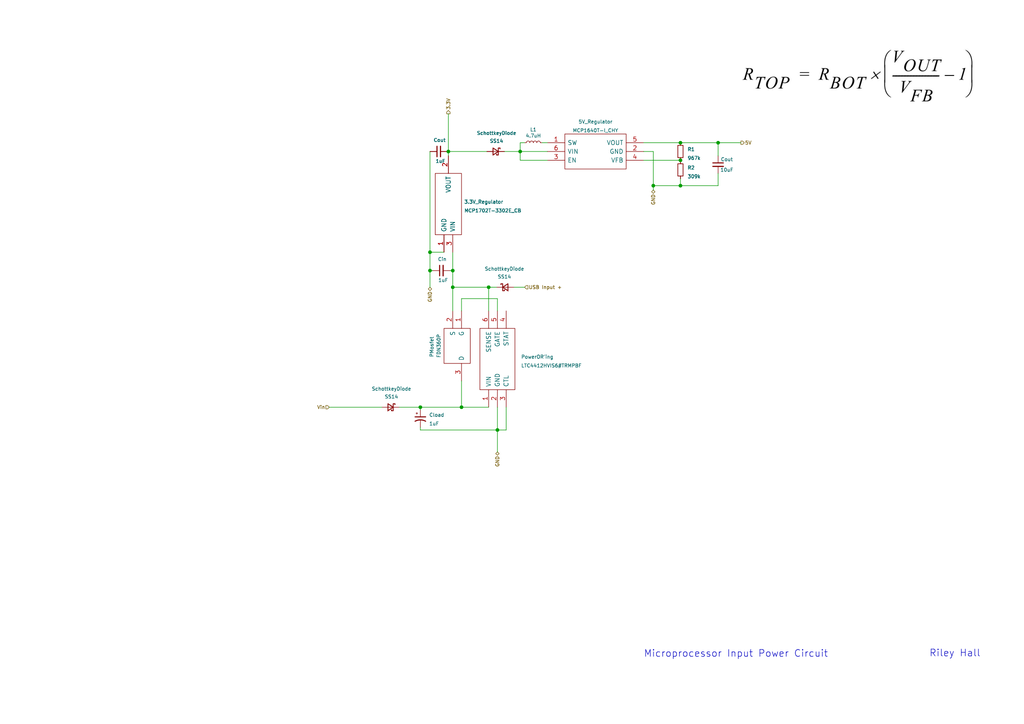
<source format=kicad_sch>
(kicad_sch (version 20211123) (generator eeschema)

  (uuid 13ebecf0-c681-43d7-83d6-34aeaf908ad3)

  (paper "A4")

  (lib_symbols
    (symbol "Device:C_Polarized_Small_US" (pin_numbers hide) (pin_names (offset 0.254) hide) (in_bom yes) (on_board yes)
      (property "Reference" "C" (id 0) (at 0.254 1.778 0)
        (effects (font (size 1.27 1.27)) (justify left))
      )
      (property "Value" "C_Polarized_Small_US" (id 1) (at 0.254 -2.032 0)
        (effects (font (size 1.27 1.27)) (justify left))
      )
      (property "Footprint" "" (id 2) (at 0 0 0)
        (effects (font (size 1.27 1.27)) hide)
      )
      (property "Datasheet" "~" (id 3) (at 0 0 0)
        (effects (font (size 1.27 1.27)) hide)
      )
      (property "ki_keywords" "cap capacitor" (id 4) (at 0 0 0)
        (effects (font (size 1.27 1.27)) hide)
      )
      (property "ki_description" "Polarized capacitor, small US symbol" (id 5) (at 0 0 0)
        (effects (font (size 1.27 1.27)) hide)
      )
      (property "ki_fp_filters" "CP_*" (id 6) (at 0 0 0)
        (effects (font (size 1.27 1.27)) hide)
      )
      (symbol "C_Polarized_Small_US_0_1"
        (polyline
          (pts
            (xy -1.524 0.508)
            (xy 1.524 0.508)
          )
          (stroke (width 0.3048) (type default) (color 0 0 0 0))
          (fill (type none))
        )
        (polyline
          (pts
            (xy -1.27 1.524)
            (xy -0.762 1.524)
          )
          (stroke (width 0) (type default) (color 0 0 0 0))
          (fill (type none))
        )
        (polyline
          (pts
            (xy -1.016 1.27)
            (xy -1.016 1.778)
          )
          (stroke (width 0) (type default) (color 0 0 0 0))
          (fill (type none))
        )
        (arc (start 1.524 -0.762) (mid 0 -0.3734) (end -1.524 -0.762)
          (stroke (width 0.3048) (type default) (color 0 0 0 0))
          (fill (type none))
        )
      )
      (symbol "C_Polarized_Small_US_1_1"
        (pin passive line (at 0 2.54 270) (length 2.032)
          (name "~" (effects (font (size 1.27 1.27))))
          (number "1" (effects (font (size 1.27 1.27))))
        )
        (pin passive line (at 0 -2.54 90) (length 2.032)
          (name "~" (effects (font (size 1.27 1.27))))
          (number "2" (effects (font (size 1.27 1.27))))
        )
      )
    )
    (symbol "Device:C_Small" (pin_numbers hide) (pin_names (offset 0.254) hide) (in_bom yes) (on_board yes)
      (property "Reference" "C" (id 0) (at 0.254 1.778 0)
        (effects (font (size 1.27 1.27)) (justify left))
      )
      (property "Value" "C_Small" (id 1) (at 0.254 -2.032 0)
        (effects (font (size 1.27 1.27)) (justify left))
      )
      (property "Footprint" "" (id 2) (at 0 0 0)
        (effects (font (size 1.27 1.27)) hide)
      )
      (property "Datasheet" "~" (id 3) (at 0 0 0)
        (effects (font (size 1.27 1.27)) hide)
      )
      (property "ki_keywords" "capacitor cap" (id 4) (at 0 0 0)
        (effects (font (size 1.27 1.27)) hide)
      )
      (property "ki_description" "Unpolarized capacitor, small symbol" (id 5) (at 0 0 0)
        (effects (font (size 1.27 1.27)) hide)
      )
      (property "ki_fp_filters" "C_*" (id 6) (at 0 0 0)
        (effects (font (size 1.27 1.27)) hide)
      )
      (symbol "C_Small_0_1"
        (polyline
          (pts
            (xy -1.524 -0.508)
            (xy 1.524 -0.508)
          )
          (stroke (width 0.3302) (type default) (color 0 0 0 0))
          (fill (type none))
        )
        (polyline
          (pts
            (xy -1.524 0.508)
            (xy 1.524 0.508)
          )
          (stroke (width 0.3048) (type default) (color 0 0 0 0))
          (fill (type none))
        )
      )
      (symbol "C_Small_1_1"
        (pin passive line (at 0 2.54 270) (length 2.032)
          (name "~" (effects (font (size 1.27 1.27))))
          (number "1" (effects (font (size 1.27 1.27))))
        )
        (pin passive line (at 0 -2.54 90) (length 2.032)
          (name "~" (effects (font (size 1.27 1.27))))
          (number "2" (effects (font (size 1.27 1.27))))
        )
      )
    )
    (symbol "Device:D_Schottky_Small" (pin_numbers hide) (pin_names (offset 0.254) hide) (in_bom yes) (on_board yes)
      (property "Reference" "D" (id 0) (at -1.27 2.032 0)
        (effects (font (size 1.27 1.27)) (justify left))
      )
      (property "Value" "D_Schottky_Small" (id 1) (at -7.112 -2.032 0)
        (effects (font (size 1.27 1.27)) (justify left))
      )
      (property "Footprint" "" (id 2) (at 0 0 90)
        (effects (font (size 1.27 1.27)) hide)
      )
      (property "Datasheet" "~" (id 3) (at 0 0 90)
        (effects (font (size 1.27 1.27)) hide)
      )
      (property "ki_keywords" "diode Schottky" (id 4) (at 0 0 0)
        (effects (font (size 1.27 1.27)) hide)
      )
      (property "ki_description" "Schottky diode, small symbol" (id 5) (at 0 0 0)
        (effects (font (size 1.27 1.27)) hide)
      )
      (property "ki_fp_filters" "TO-???* *_Diode_* *SingleDiode* D_*" (id 6) (at 0 0 0)
        (effects (font (size 1.27 1.27)) hide)
      )
      (symbol "D_Schottky_Small_0_1"
        (polyline
          (pts
            (xy -0.762 0)
            (xy 0.762 0)
          )
          (stroke (width 0) (type default) (color 0 0 0 0))
          (fill (type none))
        )
        (polyline
          (pts
            (xy 0.762 -1.016)
            (xy -0.762 0)
            (xy 0.762 1.016)
            (xy 0.762 -1.016)
          )
          (stroke (width 0.254) (type default) (color 0 0 0 0))
          (fill (type none))
        )
        (polyline
          (pts
            (xy -1.27 0.762)
            (xy -1.27 1.016)
            (xy -0.762 1.016)
            (xy -0.762 -1.016)
            (xy -0.254 -1.016)
            (xy -0.254 -0.762)
          )
          (stroke (width 0.254) (type default) (color 0 0 0 0))
          (fill (type none))
        )
      )
      (symbol "D_Schottky_Small_1_1"
        (pin passive line (at -2.54 0 0) (length 1.778)
          (name "K" (effects (font (size 1.27 1.27))))
          (number "1" (effects (font (size 1.27 1.27))))
        )
        (pin passive line (at 2.54 0 180) (length 1.778)
          (name "A" (effects (font (size 1.27 1.27))))
          (number "2" (effects (font (size 1.27 1.27))))
        )
      )
    )
    (symbol "Device:L_Small" (pin_numbers hide) (pin_names (offset 0.254) hide) (in_bom yes) (on_board yes)
      (property "Reference" "L" (id 0) (at 0.762 1.016 0)
        (effects (font (size 1.27 1.27)) (justify left))
      )
      (property "Value" "L_Small" (id 1) (at 0.762 -1.016 0)
        (effects (font (size 1.27 1.27)) (justify left))
      )
      (property "Footprint" "" (id 2) (at 0 0 0)
        (effects (font (size 1.27 1.27)) hide)
      )
      (property "Datasheet" "~" (id 3) (at 0 0 0)
        (effects (font (size 1.27 1.27)) hide)
      )
      (property "ki_keywords" "inductor choke coil reactor magnetic" (id 4) (at 0 0 0)
        (effects (font (size 1.27 1.27)) hide)
      )
      (property "ki_description" "Inductor, small symbol" (id 5) (at 0 0 0)
        (effects (font (size 1.27 1.27)) hide)
      )
      (property "ki_fp_filters" "Choke_* *Coil* Inductor_* L_*" (id 6) (at 0 0 0)
        (effects (font (size 1.27 1.27)) hide)
      )
      (symbol "L_Small_0_1"
        (arc (start 0 -2.032) (mid 0.508 -1.524) (end 0 -1.016)
          (stroke (width 0) (type default) (color 0 0 0 0))
          (fill (type none))
        )
        (arc (start 0 -1.016) (mid 0.508 -0.508) (end 0 0)
          (stroke (width 0) (type default) (color 0 0 0 0))
          (fill (type none))
        )
        (arc (start 0 0) (mid 0.508 0.508) (end 0 1.016)
          (stroke (width 0) (type default) (color 0 0 0 0))
          (fill (type none))
        )
        (arc (start 0 1.016) (mid 0.508 1.524) (end 0 2.032)
          (stroke (width 0) (type default) (color 0 0 0 0))
          (fill (type none))
        )
      )
      (symbol "L_Small_1_1"
        (pin passive line (at 0 2.54 270) (length 0.508)
          (name "~" (effects (font (size 1.27 1.27))))
          (number "1" (effects (font (size 1.27 1.27))))
        )
        (pin passive line (at 0 -2.54 90) (length 0.508)
          (name "~" (effects (font (size 1.27 1.27))))
          (number "2" (effects (font (size 1.27 1.27))))
        )
      )
    )
    (symbol "Device:R_Small" (pin_numbers hide) (pin_names (offset 0.254) hide) (in_bom yes) (on_board yes)
      (property "Reference" "R" (id 0) (at 0.762 0.508 0)
        (effects (font (size 1.27 1.27)) (justify left))
      )
      (property "Value" "R_Small" (id 1) (at 0.762 -1.016 0)
        (effects (font (size 1.27 1.27)) (justify left))
      )
      (property "Footprint" "" (id 2) (at 0 0 0)
        (effects (font (size 1.27 1.27)) hide)
      )
      (property "Datasheet" "~" (id 3) (at 0 0 0)
        (effects (font (size 1.27 1.27)) hide)
      )
      (property "ki_keywords" "R resistor" (id 4) (at 0 0 0)
        (effects (font (size 1.27 1.27)) hide)
      )
      (property "ki_description" "Resistor, small symbol" (id 5) (at 0 0 0)
        (effects (font (size 1.27 1.27)) hide)
      )
      (property "ki_fp_filters" "R_*" (id 6) (at 0 0 0)
        (effects (font (size 1.27 1.27)) hide)
      )
      (symbol "R_Small_0_1"
        (rectangle (start -0.762 1.778) (end 0.762 -1.778)
          (stroke (width 0.2032) (type default) (color 0 0 0 0))
          (fill (type none))
        )
      )
      (symbol "R_Small_1_1"
        (pin passive line (at 0 2.54 270) (length 0.762)
          (name "~" (effects (font (size 1.27 1.27))))
          (number "1" (effects (font (size 1.27 1.27))))
        )
        (pin passive line (at 0 -2.54 90) (length 0.762)
          (name "~" (effects (font (size 1.27 1.27))))
          (number "2" (effects (font (size 1.27 1.27))))
        )
      )
    )
    (symbol "FDN360P:FDN360P" (pin_names (offset 0.762)) (in_bom yes) (on_board yes)
      (property "Reference" "IC" (id 0) (at 16.51 7.62 0)
        (effects (font (size 1.27 1.27)) (justify left))
      )
      (property "Value" "FDN360P" (id 1) (at 16.51 5.08 0)
        (effects (font (size 1.27 1.27)) (justify left))
      )
      (property "Footprint" "SOT95P251X112-3N" (id 2) (at 16.51 2.54 0)
        (effects (font (size 1.27 1.27)) (justify left) hide)
      )
      (property "Datasheet" "https://www.onsemi.com/pub/Collateral/FDN360P-D.PDF" (id 3) (at 16.51 0 0)
        (effects (font (size 1.27 1.27)) (justify left) hide)
      )
      (property "Description" "FDN360P, P-channel MOSFET Transistor 2 A 30 V, 3-Pin SuperSOT" (id 4) (at 16.51 -2.54 0)
        (effects (font (size 1.27 1.27)) (justify left) hide)
      )
      (property "Height" "1.12" (id 5) (at 16.51 -5.08 0)
        (effects (font (size 1.27 1.27)) (justify left) hide)
      )
      (property "Manufacturer_Name" "onsemi" (id 6) (at 16.51 -7.62 0)
        (effects (font (size 1.27 1.27)) (justify left) hide)
      )
      (property "Manufacturer_Part_Number" "FDN360P" (id 7) (at 16.51 -10.16 0)
        (effects (font (size 1.27 1.27)) (justify left) hide)
      )
      (property "Mouser Part Number" "512-FDN360P" (id 8) (at 16.51 -12.7 0)
        (effects (font (size 1.27 1.27)) (justify left) hide)
      )
      (property "Mouser Price/Stock" "https://www.mouser.co.uk/ProductDetail/onsemi-Fairchild/FDN360P?qs=zGDcupr4zwN8JFelapXFpw%3D%3D" (id 9) (at 16.51 -15.24 0)
        (effects (font (size 1.27 1.27)) (justify left) hide)
      )
      (property "Arrow Part Number" "FDN360P" (id 10) (at 16.51 -17.78 0)
        (effects (font (size 1.27 1.27)) (justify left) hide)
      )
      (property "Arrow Price/Stock" "https://www.arrow.com/en/products/fdn360p/on-semiconductor?region=nac" (id 11) (at 16.51 -20.32 0)
        (effects (font (size 1.27 1.27)) (justify left) hide)
      )
      (property "ki_description" "FDN360P, P-channel MOSFET Transistor 2 A 30 V, 3-Pin SuperSOT" (id 12) (at 0 0 0)
        (effects (font (size 1.27 1.27)) hide)
      )
      (symbol "FDN360P_0_0"
        (pin passive line (at 0 0 0) (length 5.08)
          (name "G" (effects (font (size 1.27 1.27))))
          (number "1" (effects (font (size 1.27 1.27))))
        )
        (pin passive line (at 0 -2.54 0) (length 5.08)
          (name "S" (effects (font (size 1.27 1.27))))
          (number "2" (effects (font (size 1.27 1.27))))
        )
        (pin passive line (at 20.32 0 180) (length 5.08)
          (name "D" (effects (font (size 1.27 1.27))))
          (number "3" (effects (font (size 1.27 1.27))))
        )
      )
      (symbol "FDN360P_0_1"
        (polyline
          (pts
            (xy 5.08 2.54)
            (xy 15.24 2.54)
            (xy 15.24 -5.08)
            (xy 5.08 -5.08)
            (xy 5.08 2.54)
          )
          (stroke (width 0.1524) (type default) (color 0 0 0 0))
          (fill (type none))
        )
      )
    )
    (symbol "LTC4412HVIS6#TRMPBF:LTC4412HVIS6#TRMPBF" (pin_names (offset 0.762)) (in_bom yes) (on_board yes)
      (property "Reference" "IC" (id 0) (at 24.13 7.62 0)
        (effects (font (size 1.27 1.27)) (justify left))
      )
      (property "Value" "LTC4412HVIS6#TRMPBF" (id 1) (at 24.13 5.08 0)
        (effects (font (size 1.27 1.27)) (justify left))
      )
      (property "Footprint" "SOT95P280X100-6N" (id 2) (at 24.13 2.54 0)
        (effects (font (size 1.27 1.27)) (justify left) hide)
      )
      (property "Datasheet" "https://datasheet.datasheetarchive.com/originals/dk/DKDS-14/267243.pdf" (id 3) (at 24.13 0 0)
        (effects (font (size 1.27 1.27)) (justify left) hide)
      )
      (property "Description" "1-CHANNEL POWER SUPPLY SUPPORT CKT, 6 Pin Plastic SMT" (id 4) (at 24.13 -2.54 0)
        (effects (font (size 1.27 1.27)) (justify left) hide)
      )
      (property "Height" "1" (id 5) (at 24.13 -5.08 0)
        (effects (font (size 1.27 1.27)) (justify left) hide)
      )
      (property "Manufacturer_Name" "Analog Devices" (id 6) (at 24.13 -7.62 0)
        (effects (font (size 1.27 1.27)) (justify left) hide)
      )
      (property "Manufacturer_Part_Number" "LTC4412HVIS6#TRMPBF" (id 7) (at 24.13 -10.16 0)
        (effects (font (size 1.27 1.27)) (justify left) hide)
      )
      (property "Mouser Part Number" "584-C4412HVIS6TRMPBF" (id 8) (at 24.13 -12.7 0)
        (effects (font (size 1.27 1.27)) (justify left) hide)
      )
      (property "Mouser Price/Stock" "https://www.mouser.co.uk/ProductDetail/Analog-Devices/LTC4412HVIS6TRMPBF?qs=hVkxg5c3xu%2F0qD9zc%2Fd4vw%3D%3D" (id 9) (at 24.13 -15.24 0)
        (effects (font (size 1.27 1.27)) (justify left) hide)
      )
      (property "Arrow Part Number" "LTC4412HVIS6#TRMPBF" (id 10) (at 24.13 -17.78 0)
        (effects (font (size 1.27 1.27)) (justify left) hide)
      )
      (property "Arrow Price/Stock" "https://www.arrow.com/en/products/ltc4412hvis6trmpbf/analog-devices?region=nac" (id 11) (at 24.13 -20.32 0)
        (effects (font (size 1.27 1.27)) (justify left) hide)
      )
      (property "ki_description" "1-CHANNEL POWER SUPPLY SUPPORT CKT, 6 Pin Plastic SMT" (id 12) (at 0 0 0)
        (effects (font (size 1.27 1.27)) hide)
      )
      (symbol "LTC4412HVIS6#TRMPBF_0_0"
        (pin passive line (at 0 0 0) (length 5.08)
          (name "VIN" (effects (font (size 1.27 1.27))))
          (number "1" (effects (font (size 1.27 1.27))))
        )
        (pin passive line (at 0 -2.54 0) (length 5.08)
          (name "GND" (effects (font (size 1.27 1.27))))
          (number "2" (effects (font (size 1.27 1.27))))
        )
        (pin passive line (at 0 -5.08 0) (length 5.08)
          (name "CTL" (effects (font (size 1.27 1.27))))
          (number "3" (effects (font (size 1.27 1.27))))
        )
        (pin passive line (at 27.94 -5.08 180) (length 5.08)
          (name "STAT" (effects (font (size 1.27 1.27))))
          (number "4" (effects (font (size 1.27 1.27))))
        )
        (pin passive line (at 27.94 -2.54 180) (length 5.08)
          (name "GATE" (effects (font (size 1.27 1.27))))
          (number "5" (effects (font (size 1.27 1.27))))
        )
        (pin passive line (at 27.94 0 180) (length 5.08)
          (name "SENSE" (effects (font (size 1.27 1.27))))
          (number "6" (effects (font (size 1.27 1.27))))
        )
      )
      (symbol "LTC4412HVIS6#TRMPBF_0_1"
        (polyline
          (pts
            (xy 5.08 2.54)
            (xy 22.86 2.54)
            (xy 22.86 -7.62)
            (xy 5.08 -7.62)
            (xy 5.08 2.54)
          )
          (stroke (width 0.1524) (type default) (color 0 0 0 0))
          (fill (type none))
        )
      )
    )
    (symbol "MCP1640T-I{slash}CHY:MCP1640T-I_CHY" (pin_names (offset 0.762)) (in_bom yes) (on_board yes)
      (property "Reference" "5V_Regulator" (id 0) (at 13.97 6.096 0)
        (effects (font (size 1 1)))
      )
      (property "Value" "MCP1640T-I_CHY" (id 1) (at 13.97 3.556 0)
        (effects (font (size 1 1)))
      )
      (property "Footprint" "SOT95P270X145-6N" (id 2) (at 24.13 2.54 0)
        (effects (font (size 1.27 1.27)) (justify left) hide)
      )
      (property "Datasheet" "https://datasheet.datasheetarchive.com/originals/distributors/Datasheets-SFU1/DSASFU10002287.pdf" (id 3) (at 24.13 0 0)
        (effects (font (size 1.27 1.27)) (justify left) hide)
      )
      (property "Description" "Microchip MCP1640T-I/CHY, Boost Converter, Step Up 0.35A Adjustable, 2  5.5 V, 575 kHz, 6-pin SOT-23" (id 4) (at 24.13 -2.54 0)
        (effects (font (size 1.27 1.27)) (justify left) hide)
      )
      (property "Height" "1.45" (id 5) (at 24.13 -5.08 0)
        (effects (font (size 1.27 1.27)) (justify left) hide)
      )
      (property "Manufacturer_Name" "Microchip" (id 6) (at 24.13 -7.62 0)
        (effects (font (size 1.27 1.27)) (justify left) hide)
      )
      (property "Manufacturer_Part_Number" "MCP1640T-I/CHY" (id 7) (at 24.13 -10.16 0)
        (effects (font (size 1.27 1.27)) (justify left) hide)
      )
      (property "Mouser Part Number" "579-MCP1640TI/CHY" (id 8) (at 24.13 -12.7 0)
        (effects (font (size 1.27 1.27)) (justify left) hide)
      )
      (property "Mouser Price/Stock" "https://www.mouser.co.uk/ProductDetail/Microchip-Technology-Atmel/MCP1640T-I-CHY?qs=icxrp76fIjD46aCgJu1vFw%3D%3D" (id 9) (at 24.13 -15.24 0)
        (effects (font (size 1.27 1.27)) (justify left) hide)
      )
      (property "Arrow Part Number" "MCP1640T-I/CHY" (id 10) (at 24.13 -17.78 0)
        (effects (font (size 1.27 1.27)) (justify left) hide)
      )
      (property "Arrow Price/Stock" "https://www.arrow.com/en/products/mcp1640t-ichy/microchip-technology?region=nac" (id 11) (at 24.13 -20.32 0)
        (effects (font (size 1.27 1.27)) (justify left) hide)
      )
      (property "ki_description" "Microchip MCP1640T-I/CHY, Boost Converter, Step Up 0.35A Adjustable, 2  5.5 V, 575 kHz, 6-pin SOT-23" (id 12) (at 0 0 0)
        (effects (font (size 1.27 1.27)) hide)
      )
      (symbol "MCP1640T-I_CHY_0_0"
        (pin passive line (at 0 0 0) (length 5.08)
          (name "SW" (effects (font (size 1.27 1.27))))
          (number "1" (effects (font (size 1.27 1.27))))
        )
        (pin passive line (at 27.94 -2.54 180) (length 5.08)
          (name "GND" (effects (font (size 1.27 1.27))))
          (number "2" (effects (font (size 1.27 1.27))))
        )
        (pin passive line (at 0 -5.08 0) (length 5.08)
          (name "EN" (effects (font (size 1.27 1.27))))
          (number "3" (effects (font (size 1.27 1.27))))
        )
        (pin passive line (at 27.94 -5.08 180) (length 5.08)
          (name "VFB" (effects (font (size 1.27 1.27))))
          (number "4" (effects (font (size 1.27 1.27))))
        )
        (pin passive line (at 27.94 0 180) (length 5.08)
          (name "VOUT" (effects (font (size 1.27 1.27))))
          (number "5" (effects (font (size 1.27 1.27))))
        )
        (pin passive line (at 0 -2.54 0) (length 5.08)
          (name "VIN" (effects (font (size 1.27 1.27))))
          (number "6" (effects (font (size 1.27 1.27))))
        )
      )
      (symbol "MCP1640T-I_CHY_0_1"
        (polyline
          (pts
            (xy 5.08 2.54)
            (xy 22.86 2.54)
            (xy 22.86 -7.62)
            (xy 5.08 -7.62)
            (xy 5.08 2.54)
          )
          (stroke (width 0.1524) (type default) (color 0 0 0 0))
          (fill (type none))
        )
      )
    )
    (symbol "MCP1702T-3302E{slash}CB:MCP1702T-3302E_CB" (pin_names (offset 0.762)) (in_bom yes) (on_board yes)
      (property "Reference" "IC?" (id 0) (at 13.97 8.128 0)
        (effects (font (size 1.27 1.27)))
      )
      (property "Value" "MCP1702T-3302E_CB" (id 1) (at 13.97 5.588 0)
        (effects (font (size 1.27 1.27)))
      )
      (property "Footprint" "SOT95P255X145-3N" (id 2) (at 24.13 2.54 0)
        (effects (font (size 1.27 1.27)) (justify left) hide)
      )
      (property "Datasheet" "http://ww1.microchip.com/downloads/en/DeviceDoc/22008E.pdf" (id 3) (at 24.13 0 0)
        (effects (font (size 1.27 1.27)) (justify left) hide)
      )
      (property "Description" "250 mA Low Quiescent Current LDO Regulator" (id 4) (at 24.13 -2.54 0)
        (effects (font (size 1.27 1.27)) (justify left) hide)
      )
      (property "Height" "1.45" (id 5) (at 24.13 -5.08 0)
        (effects (font (size 1.27 1.27)) (justify left) hide)
      )
      (property "Manufacturer_Name" "Microchip" (id 6) (at 24.13 -7.62 0)
        (effects (font (size 1.27 1.27)) (justify left) hide)
      )
      (property "Manufacturer_Part_Number" "MCP1702T-3302E/CB" (id 7) (at 24.13 -10.16 0)
        (effects (font (size 1.27 1.27)) (justify left) hide)
      )
      (property "Mouser Part Number" "579-MCP1702T3302E/CB" (id 8) (at 24.13 -12.7 0)
        (effects (font (size 1.27 1.27)) (justify left) hide)
      )
      (property "Mouser Price/Stock" "https://www.mouser.co.uk/ProductDetail/Microchip-Technology/MCP1702T-3302E-CB?qs=Fxu3fLyJv8dNX5C7VXL%252B0A%3D%3D" (id 9) (at 24.13 -15.24 0)
        (effects (font (size 1.27 1.27)) (justify left) hide)
      )
      (property "Arrow Part Number" "MCP1702T-3302E/CB" (id 10) (at 24.13 -17.78 0)
        (effects (font (size 1.27 1.27)) (justify left) hide)
      )
      (property "Arrow Price/Stock" "https://www.arrow.com/en/products/mcp1702t-3302ecb/microchip-technology?region=nac" (id 11) (at 24.13 -20.32 0)
        (effects (font (size 1.27 1.27)) (justify left) hide)
      )
      (property "ki_description" "250 mA Low Quiescent Current LDO Regulator" (id 12) (at 0 0 0)
        (effects (font (size 1.27 1.27)) hide)
      )
      (symbol "MCP1702T-3302E_CB_0_0"
        (pin passive line (at 0 0 0) (length 5.08)
          (name "GND" (effects (font (size 1.27 1.27))))
          (number "1" (effects (font (size 1.27 1.27))))
        )
        (pin passive line (at 27.94 -1.27 180) (length 5.08)
          (name "VOUT" (effects (font (size 1.27 1.27))))
          (number "2" (effects (font (size 1.27 1.27))))
        )
        (pin passive line (at 0 -2.54 0) (length 5.08)
          (name "VIN" (effects (font (size 1.27 1.27))))
          (number "3" (effects (font (size 1.27 1.27))))
        )
      )
      (symbol "MCP1702T-3302E_CB_0_1"
        (polyline
          (pts
            (xy 5.08 2.54)
            (xy 22.86 2.54)
            (xy 22.86 -5.08)
            (xy 5.08 -5.08)
            (xy 5.08 2.54)
          )
          (stroke (width 0.1524) (type default) (color 0 0 0 0))
          (fill (type none))
        )
      )
    )
  )

  (junction (at 197.358 46.482) (diameter 0) (color 0 0 0 0)
    (uuid 00019fed-7ca3-4c7d-8846-6627f766bb09)
  )
  (junction (at 197.358 53.848) (diameter 0) (color 0 0 0 0)
    (uuid 03390b69-8054-40fc-a3be-7014b8e5b9b9)
  )
  (junction (at 131.318 83.312) (diameter 0) (color 0 0 0 0)
    (uuid 047246b1-1df7-4bae-bc38-c4e524b2adba)
  )
  (junction (at 133.858 118.11) (diameter 0) (color 0 0 0 0)
    (uuid 142495fd-15ec-434a-9f6a-85166715d4d7)
  )
  (junction (at 141.732 83.312) (diameter 0) (color 0 0 0 0)
    (uuid 221e7c2d-8693-4cbf-afd6-87b48e494acc)
  )
  (junction (at 150.876 43.942) (diameter 0) (color 0 0 0 0)
    (uuid 275efdaa-5de7-4bda-8941-4baf4777bebb)
  )
  (junction (at 197.358 41.402) (diameter 0) (color 0 0 0 0)
    (uuid 2a04ab41-3944-4a3e-a58c-c06608b28149)
  )
  (junction (at 124.714 73.152) (diameter 0) (color 0 0 0 0)
    (uuid 36853116-1757-4c87-a780-15e9cfcf29d5)
  )
  (junction (at 124.714 78.486) (diameter 0) (color 0 0 0 0)
    (uuid 3b3b656e-44b3-4346-856d-5848df7154d3)
  )
  (junction (at 130.048 43.942) (diameter 0) (color 0 0 0 0)
    (uuid 42a58797-024d-4161-b28e-ef02952505a5)
  )
  (junction (at 208.28 41.402) (diameter 0) (color 0 0 0 0)
    (uuid 4894d1bf-689a-4b43-97fc-e0e0fd71e89c)
  )
  (junction (at 189.484 53.848) (diameter 0) (color 0 0 0 0)
    (uuid 91b47434-2c2a-4741-815e-88cb1fabfede)
  )
  (junction (at 131.318 78.486) (diameter 0) (color 0 0 0 0)
    (uuid b810c088-0d43-43fe-bc55-9b48c305a107)
  )
  (junction (at 121.92 118.11) (diameter 0) (color 0 0 0 0)
    (uuid c37c9fec-89d0-4229-89ee-a286027fc7a2)
  )
  (junction (at 144.272 124.714) (diameter 0) (color 0 0 0 0)
    (uuid d4a5e321-89cb-42bd-af6d-3ebcaf7d5c6a)
  )

  (wire (pts (xy 150.876 41.402) (xy 150.876 43.942))
    (stroke (width 0) (type default) (color 0 0 0 0))
    (uuid 045da32c-9532-4ce1-a104-ce0957dc4e6e)
  )
  (wire (pts (xy 144.272 86.614) (xy 144.272 90.17))
    (stroke (width 0) (type default) (color 0 0 0 0))
    (uuid 06f128dc-8854-4501-bdc7-dd754bf00bf9)
  )
  (wire (pts (xy 186.69 46.482) (xy 197.358 46.482))
    (stroke (width 0) (type default) (color 0 0 0 0))
    (uuid 08d53984-84a1-44fd-8d8b-88fad25d4a63)
  )
  (wire (pts (xy 197.358 46.482) (xy 197.358 46.736))
    (stroke (width 0) (type default) (color 0 0 0 0))
    (uuid 0d1c644a-8227-445d-9432-bec46b42184c)
  )
  (wire (pts (xy 197.358 41.402) (xy 208.28 41.402))
    (stroke (width 0) (type default) (color 0 0 0 0))
    (uuid 0ee80f82-9abb-4b89-94f2-74ce2859d294)
  )
  (wire (pts (xy 189.484 53.848) (xy 189.484 55.118))
    (stroke (width 0) (type default) (color 0 0 0 0))
    (uuid 1a088f65-ae7a-4b32-8b72-5a99f0acf2e6)
  )
  (wire (pts (xy 141.732 118.11) (xy 133.858 118.11))
    (stroke (width 0) (type default) (color 0 0 0 0))
    (uuid 1ed03c13-eac0-4feb-9f07-e3bf7b8492a3)
  )
  (wire (pts (xy 131.318 78.486) (xy 131.318 83.312))
    (stroke (width 0) (type default) (color 0 0 0 0))
    (uuid 23cf6606-3e8b-4808-b300-32ede4b8e8b0)
  )
  (wire (pts (xy 121.92 118.11) (xy 121.92 118.872))
    (stroke (width 0) (type default) (color 0 0 0 0))
    (uuid 2459deaf-1e00-4597-99ff-94a9e77d887e)
  )
  (wire (pts (xy 133.858 86.614) (xy 133.858 90.17))
    (stroke (width 0) (type default) (color 0 0 0 0))
    (uuid 246906a9-844f-4987-9c86-c9460b76264e)
  )
  (wire (pts (xy 141.732 83.312) (xy 141.732 90.17))
    (stroke (width 0) (type default) (color 0 0 0 0))
    (uuid 29024ee5-99b3-499c-8361-ad4e685e815e)
  )
  (wire (pts (xy 141.732 83.312) (xy 144.018 83.312))
    (stroke (width 0) (type default) (color 0 0 0 0))
    (uuid 2d29963f-26a3-43bc-ad0c-f78bf2252968)
  )
  (wire (pts (xy 146.304 43.942) (xy 150.876 43.942))
    (stroke (width 0) (type default) (color 0 0 0 0))
    (uuid 394f6fa2-d504-4f1c-b635-c5866acb75f0)
  )
  (wire (pts (xy 115.824 118.11) (xy 121.92 118.11))
    (stroke (width 0) (type default) (color 0 0 0 0))
    (uuid 411b634a-3f1c-4a43-8a95-75a09c44a364)
  )
  (wire (pts (xy 133.858 110.49) (xy 133.858 118.11))
    (stroke (width 0) (type default) (color 0 0 0 0))
    (uuid 43cc7f96-22b3-4e65-9844-a62eede419bc)
  )
  (wire (pts (xy 121.92 118.11) (xy 133.858 118.11))
    (stroke (width 0) (type default) (color 0 0 0 0))
    (uuid 4578199c-bda8-4a59-976f-1635cb8ffe78)
  )
  (wire (pts (xy 121.92 123.952) (xy 121.92 124.714))
    (stroke (width 0) (type default) (color 0 0 0 0))
    (uuid 47e1c01c-4da7-4788-a5f4-dd784ff7b7a2)
  )
  (wire (pts (xy 144.272 124.714) (xy 144.272 131.064))
    (stroke (width 0) (type default) (color 0 0 0 0))
    (uuid 4906ed77-56eb-4d56-bbfe-05d6e34d68c1)
  )
  (wire (pts (xy 146.812 118.11) (xy 146.812 124.714))
    (stroke (width 0) (type default) (color 0 0 0 0))
    (uuid 4d39ef76-74e3-42a0-980c-f33422a22341)
  )
  (wire (pts (xy 125.476 78.486) (xy 124.714 78.486))
    (stroke (width 0) (type default) (color 0 0 0 0))
    (uuid 503b3ecd-e4f4-4386-a0d0-f46790f7d550)
  )
  (wire (pts (xy 130.048 43.942) (xy 130.048 45.212))
    (stroke (width 0) (type default) (color 0 0 0 0))
    (uuid 53218c1a-e852-49ca-8697-d9d9cf96b55b)
  )
  (wire (pts (xy 144.272 86.614) (xy 133.858 86.614))
    (stroke (width 0) (type default) (color 0 0 0 0))
    (uuid 54279e57-88e8-4a94-bd2c-885f9e589894)
  )
  (wire (pts (xy 124.714 78.486) (xy 124.714 83.312))
    (stroke (width 0) (type default) (color 0 0 0 0))
    (uuid 6297cb5d-ee61-419d-a347-71b04009ed22)
  )
  (wire (pts (xy 208.28 41.402) (xy 214.884 41.402))
    (stroke (width 0) (type default) (color 0 0 0 0))
    (uuid 77e58715-b163-4c3d-ad89-02b6e63969da)
  )
  (wire (pts (xy 158.75 46.482) (xy 150.876 46.482))
    (stroke (width 0) (type default) (color 0 0 0 0))
    (uuid 7956a1df-3926-4c00-b61b-6a7635d8898f)
  )
  (wire (pts (xy 130.048 43.942) (xy 141.224 43.942))
    (stroke (width 0) (type default) (color 0 0 0 0))
    (uuid 82f308f2-d640-479a-a09f-857b0b567fb4)
  )
  (wire (pts (xy 124.714 43.942) (xy 124.714 73.152))
    (stroke (width 0) (type default) (color 0 0 0 0))
    (uuid 84663524-205b-4abf-8e1d-976aad3bb3e4)
  )
  (wire (pts (xy 150.876 46.482) (xy 150.876 43.942))
    (stroke (width 0) (type default) (color 0 0 0 0))
    (uuid 9a7b52bd-032a-448e-bff7-a22fab31ba9c)
  )
  (wire (pts (xy 144.272 118.11) (xy 144.272 124.714))
    (stroke (width 0) (type default) (color 0 0 0 0))
    (uuid 9c08917d-eb96-4d9b-8b31-fb2d3d28f46b)
  )
  (wire (pts (xy 208.28 53.848) (xy 197.358 53.848))
    (stroke (width 0) (type default) (color 0 0 0 0))
    (uuid a3441b36-8914-461b-b41d-581893ece81b)
  )
  (wire (pts (xy 149.098 83.312) (xy 152.146 83.312))
    (stroke (width 0) (type default) (color 0 0 0 0))
    (uuid a5e5c065-f329-4614-ba18-42035577ad5b)
  )
  (wire (pts (xy 157.226 41.402) (xy 158.75 41.402))
    (stroke (width 0) (type default) (color 0 0 0 0))
    (uuid a77b31e0-a86d-4e5e-a76e-d354afa6a510)
  )
  (wire (pts (xy 130.556 78.486) (xy 131.318 78.486))
    (stroke (width 0) (type default) (color 0 0 0 0))
    (uuid ae86a7e0-f31d-4599-a295-572b8fa8163f)
  )
  (wire (pts (xy 124.714 73.152) (xy 124.714 78.486))
    (stroke (width 0) (type default) (color 0 0 0 0))
    (uuid b081efd4-b99f-41c5-80b0-e0843eeb8911)
  )
  (wire (pts (xy 131.318 83.312) (xy 141.732 83.312))
    (stroke (width 0) (type default) (color 0 0 0 0))
    (uuid b8a05218-206f-4b81-bd64-27b8f825410a)
  )
  (wire (pts (xy 130.048 33.02) (xy 130.048 43.942))
    (stroke (width 0) (type default) (color 0 0 0 0))
    (uuid baaab1d8-48ed-42b6-a371-699a7efbaf7a)
  )
  (wire (pts (xy 186.69 41.402) (xy 197.358 41.402))
    (stroke (width 0) (type default) (color 0 0 0 0))
    (uuid c1ecdde0-2877-4051-8c0e-9478cf784dfa)
  )
  (wire (pts (xy 144.272 124.714) (xy 146.812 124.714))
    (stroke (width 0) (type default) (color 0 0 0 0))
    (uuid c2d84c44-e231-41f5-957b-653a979e50ad)
  )
  (wire (pts (xy 131.318 90.17) (xy 131.318 83.312))
    (stroke (width 0) (type default) (color 0 0 0 0))
    (uuid c3051374-f173-4132-a0fa-c229057ab12f)
  )
  (wire (pts (xy 197.358 53.848) (xy 189.484 53.848))
    (stroke (width 0) (type default) (color 0 0 0 0))
    (uuid c3203c08-9419-49e8-b785-57271f30d970)
  )
  (wire (pts (xy 150.876 43.942) (xy 158.75 43.942))
    (stroke (width 0) (type default) (color 0 0 0 0))
    (uuid cb99e52e-c458-421a-864b-a495fdb90753)
  )
  (wire (pts (xy 131.318 73.152) (xy 131.318 78.486))
    (stroke (width 0) (type default) (color 0 0 0 0))
    (uuid d227d92f-65a0-4680-8844-327075205443)
  )
  (wire (pts (xy 95.504 118.11) (xy 110.744 118.11))
    (stroke (width 0) (type default) (color 0 0 0 0))
    (uuid d28984a8-efdd-4286-8f2e-4d38585232be)
  )
  (wire (pts (xy 189.484 43.942) (xy 189.484 53.848))
    (stroke (width 0) (type default) (color 0 0 0 0))
    (uuid d44c90d5-1e2d-4383-90c7-f4759146fc7b)
  )
  (wire (pts (xy 186.69 43.942) (xy 189.484 43.942))
    (stroke (width 0) (type default) (color 0 0 0 0))
    (uuid d5bcda75-8d6d-49de-ad5a-71a9883750c0)
  )
  (wire (pts (xy 208.28 41.402) (xy 208.28 45.212))
    (stroke (width 0) (type default) (color 0 0 0 0))
    (uuid dceaefd3-d4e4-4348-853f-f13002fdddc8)
  )
  (wire (pts (xy 121.92 124.714) (xy 144.272 124.714))
    (stroke (width 0) (type default) (color 0 0 0 0))
    (uuid e15d23d7-4efe-44ed-90bb-7c8f0f551513)
  )
  (wire (pts (xy 124.714 73.152) (xy 128.778 73.152))
    (stroke (width 0) (type default) (color 0 0 0 0))
    (uuid e497ca16-cce2-481d-a0ec-df809b0eef58)
  )
  (wire (pts (xy 150.876 41.402) (xy 152.146 41.402))
    (stroke (width 0) (type default) (color 0 0 0 0))
    (uuid eeca7221-4b3b-4c1f-b44f-f2da4a703c0a)
  )
  (wire (pts (xy 208.28 50.292) (xy 208.28 53.848))
    (stroke (width 0) (type default) (color 0 0 0 0))
    (uuid faeb441b-cce7-4325-818c-ad6838093297)
  )
  (wire (pts (xy 197.358 51.816) (xy 197.358 53.848))
    (stroke (width 0) (type default) (color 0 0 0 0))
    (uuid ff381f91-41d5-4dff-898f-66df7ac22ca4)
  )
  (wire (pts (xy 129.794 43.942) (xy 130.048 43.942))
    (stroke (width 0) (type default) (color 0 0 0 0))
    (uuid fffafe42-3ee1-4954-8974-d296bfae351f)
  )

  (image (at 248.412 21.844)
    (uuid b7b2d1c1-0652-4263-89e4-f1290fd4aba0)
    (data
      iVBORw0KGgoAAAANSUhEUgAAA2EAAADoCAIAAADpOXvlAAAAA3NCSVQICAjb4U/gAAAACXBIWXMA
      AA50AAAOdAFrJLPWAAAgAElEQVR4nOy9Z5wUVfr+fSp1dZw8AwwiCIqgYAABI0EQEVgVRcSfwCrm
      ddVV17TqrmnNad01rwHXjJIEBCQIiAQRMRAFAQnDABM6VXfl58X19PkXAwwwNDMD3N8X8+nprq46
      VV1V56o7Cq7rMoIgCIIgCILwIDb0AAiCIAiCIIhGB2lEgiAIgiAIoiakEQmCIAiCIIiakEYkCIIg
      CIIgakIakSAIgiAIgqgJaUSCIAiCIAiiJqQRCYIgCIIgiJqQRiQIgiAIgiBqQhqRIAiCIAiCqAlp
      RIIgCIIgCKImpBEJgiAIgiCImpBGJAiCIAiCIGpCGpEgCIIgCIKoCWlEgiAIgiAIoiakEQmCIAiC
      IIiakEYkCIIgCIIgakIakSAIgiAIgqgJaUSCIAiCIAiiJqQRCYIgCIIgiJqQRiQIgiAIgiBqQhqR
      IAiCIAiCqAlpRIIgCIIgCKImpBEJgiAIgiCImpBGJAiCIA4Wtm17/02n07Uv77qu4ziO4+Bfx3Es
      y6plYe9r779YCX/HcRzTNHf9So3hEUQW8Z5dOPOTyST+xdmIZXRdr/+x7SOC94IhCIIgiGxhWZYs
      y4wxTdMURVEUxbZtSZJq/xZmJUEQ9ndzXCaK4h7NH7ZtC4JQywIEkV0qKyuDwaDf73ccRxRFXdcl
      SRJF0bbtdDrt8/lUVWWMJRKJcDjc0IOtCWlEgiAI4mCRSCT8fj+UIvOoxt3C7S5Qe4IgSJIkCHuc
      p3bVkTAfchnK1wOwCbyDhaEXSTISB4N0Oi3LsizLOOXwd9dLIJVKiaIIpdjYII1IEARBHBQgwgRB
      sG3bcRxFUQ7GVrjm2+swDsbWCaIWkslkKBRKpVKqqoqiaJqmoih40zAMx3H8fj9jbF/s6w0CPTwR
      BEEQBwWIM7xWFMV13crKytqX3zXEkEco7goW29XQCElaY822bZumCTui9yMylBAHiXQ6HQqFXNeV
      JAknZCKR0DQtFAoxxnw+HxeIe43TbShIIxIEQRAHBQhE0zRFUdy0aVP//v1PO+20n3/+uZavQMzx
      kEQg7gHvhrxJKlCNXCaKoihJEtzWoih6F649J4YgDgS/359OpwVB0DRNluXVq1e3a9fu7rvv3rBh
      g6ZpjDHTNHF1QDU2QkgjEgRBEAcFSZIsy9I07fbbb2/RooXf758+ffoJJ5ywp+Uh5lzXtSyLm/dq
      ST1Op9P8U681Eeupof8QpwjZyqWkKIoHyQNOEIZhyLKcTqfz8vJM02zbtu2CBQtmzJjRunXrxx57
      LBqNIpELTyzRaLShx7sbKB6RIAiCOFi8//77Tz755IoVK6655ppHH320SZMmhmH4fL7dLqzrejKZ
      TCaTpmnC8gedt6ecklAoFAwGuQ2GBybCo6dpGsK8ZFnGehzHkWUZatLv90cikWAwSHGKxEGCn5Ca
      pgWDwVQqFQgEXNe99957//Of//h8vhdffPGPf/wj21suVwNCGpEgCII4IGD5g/aCWc51XU3Trr32
      2o8//tjn8z3++ON//vOfVVVNp9OIwdotpmn2799/3rx5qVQqGAwahsENgbIsW5YlSZJt29yF1759
      +wULFkQiEehOzMSJRGLz5s0dOnSwLAti1DAMxhiypPk4O3fuvHjxYsaYruuNM6WUOFzRdX3MmDEj
      R45Mp9N33HHHM888I4ribmvf4JRukEEC8jUTBEEQB4QgCNXV1bIsIzczFott27bt3HPP/eyzz0pK
      Sv7973/feeedPp8vHo/7/f5afMeKonz11VfJZLKsrOzpp59u0qQJY6yoqCgQCEAshsPhwsLCxx57
      rKysLBqNzps3LxKJcC3IlznuuOO2b98+ffr0oqIiVVWhDrFASUnJAw88sG3btjFjxjDGkHBaLweJ
      IP5/VFW9/PLLX3311ZKSkueff75Dhw6apoXDYdjsLMtCVW08KaVSqQYcKtkRCYIgiAOioqKisLDQ
      NM1oNFpUVLR58+aTTjopGo0GAoHx48efe+653HwYj8cjkUgtq0KdYcaY67qTJ08eMmQIovtzc3Oj
      0ajf71+8ePGJJ57Il49Go6FQiPvp4FzmlUS+/vrrXr164SNBEC6//PJ///vfhYWFlmXB3mmapiAI
      jdPNRxzGwLk8ZcqUIUOG4KKYP38+TmzvOUl2RIIgCOLQprCwkDGm63pRUdGPP/7YsmXLdDodiUTG
      jRvXs2dPxphhGKhiU3sRONd1TdN0HMcwDEEQBgwY0KZNm2AwGAgE0MSsW7duJ554IvqYmaaJiRbh
      hlVVVYwxrJ9nqxQVFeGdQCBw8803v/HGG0VFRbquQ4bGYjFFUUggEvUPzuE+ffp8/vnnRUVFjLHe
      vXv/8ssvFRUVOCdRJaphBSIjjUgQBEEcOK7rhsPhrVu3DhkyBOUJ33///d69e0Pb5eTkpNNpx3Fq
      950JgqCqajweh+8YDjhN01KpFOTgbbfdZhgGTICiKMqyjPpzruvm5+fzejdc+Y0aNcq2bVVV//jH
      Pz733HOYcf1+v+u6hmHAotmwvjziyERRFBTEOe+88z799FO/319eXn7hhRdalpVOp9PpdEFBAWMM
      RvQGhDQiQRAEcUCgPLWu6xdccMHq1auDweD48eMHDBiQTCahw0zTDAQCMOnVYkrUdd1xnNzcXJap
      qoh5FNWGLcviOc7wx1VXVzPGDMPAOlFMERbEdevWVVZWvvbaa4yxAQMGvPDCCz6fD4V1kN3s8/ks
      y4rFYoFAoD6OEUFkQC33YDDoOE4sFuvVq9cHH3wQCoXWrVvXqVOndDqN89k0zWAwWEv8bj1AGpEg
      CII4IFBf5uqrr/7xxx8ZY/fee2+fPn0YY6FQKJFIpFIpWP7QTGJPhW8YY6qqwsWm67qiKH6///ff
      f7csyzCMdDqdm5t7/PHHy7KcSCRQVQ5qUlVVLIO2LrIs27Z9zDHH3HjjjalU6qijjvrkk08gMRlj
      lZWViMLHJnJycmDpJIh6Q1EU2MsNw8jJyWGMnXHGGS+//LKqqrFY7JxzzlEUJRqNom5Ow/boI41I
      EARBHCgPPfTQRx99xBgbNmzYfffdhx7NhmGEw2HUhIPPt/aVuK5bVFTkOA6W3Lp1K8K2GGOiKEaj
      0ebNmzPGQqEQXM+CIMRiMdu2YRcURRERjYyx9957b/To0YFA4Ntvv8UsK8uyaZqFhYUIjsQmXNdt
      tC0uiMMVnKKhUIjXgQqHwyNGjBg2bFgikVizZs3NN98ciURkWTYMo2HtiJTXTBAEQewTvPx1Mpnk
      Qo0xNmbMGIQhdurUac6cOaFQCBNb3UwgpmnC7rhu3brWrVsjT5kxlpubu23bNgyAL8PLFMP7DCW6
      du3ajh076rr+7rvvDh8+vJaq3QTReIjFYuedd96iRYsYYx999NHQoUNRdpsvwM92xljtpUazBdkR
      CYIgiH0CSkvX9VAohKi+6upqy7L+/ve/27YdDoffeustx3F4l5T9XT9sFtCdrusiVRlviqJYUFBQ
      Y53QhZqmoXa3JEmqqm7ZsuXKK680DOPaa68dPnw4H3YikcjCISCIg0Y4HH7++ecVRQmFQg8++OCG
      DRsgENGsz7Is5PJj4XoQiIw0IkEQBLHvcM+XKIq6rufl5d1+++3Lli1jjN19992nnHJKOBxWFKVu
      HipkJcNSYtv25s2b+UeiKJaWlvLSNnhTUZTq6upgMIjpUxCEqqqq9957b+HChR06dHjppZcMw0Bm
      aDqd3rWJBUE0KkRRPOuss26//fZkMrlmzZpnn32WMYZSTcjiR0CFbdv15gEmjUgQBEHsEzAQqqqK
      gCpZlpcvX/6f//xHEISTTjrp3nvvjcfjUHiCIKBXxH7hbZ0sCAI0IvxrjuMcddRRmBqRv8wYcxwn
      Ly+PMQYjouM48+bNu//++5s1a/b2228riuLz+YLBYDKZhGOaIBo5yWTyvvvua9u2LWNs1KhREydO
      rBHFC72I8lL1MB7SiARBEMQ+wa0X6IDsuu61114bDocFQXjkkUcURYlEIq7rIn+5DiDpBKZKURQ3
      b96M3sqMMcdxSktLuaERFXDwL7xvqVQqlUrddtttjuPcfvvtnTp18jqXoSAPZN8Joh5QVTUvL++R
      Rx5hjCUSiSeeeIJl+qFzLzOS970PVAcP0ogEQRDEPuHz+SDgEOE3YcKE+fPnm6Y5cODAiy66KBqN
      MsYQGmhZVt36IDuOw42FmzdvhhbEdMjtiPwdWZZ1XUc1nFAo1Lt3799++23kyJF33XWXrus5OTkV
      FRWMMQR1YVUE0WhBEphlWZdcckn37t1d1/32228nTZoEUSjLMsrFY2HSiARBEETjAk4uRVF0XX/u
      uecKCwt1XX/ggQcYY6j3K4qiJEm8Zs1+gfkPQYeIR/RGKPJ4RC/QlOFw+IEHHli8ePFxxx339NNP
      M8ZQfw7DgzqMx+MHtOcEcfBxXVeWZUmSHn74Ybzz+OOPc4s4gi7wun5q4pBGJAiCIPYVn88HJbdy
      5cpvv/22qqqqY8eOXbp0QYs8SZLgEQsEAnWYwxB6CEVoWVZVVZU3Nj8/Px+u5xox+4IgfPfdd089
      9ZRt22PGjEHzaLTa0zSNV71BxxeCaLQgo1/TNFEUe/bseeyxxyqK8u23365atQoWceaJ96iftBXS
      iARBEMQ+ARsGjHlvvvmmKIqO49xwww3M0z0F8xyrU3FE13WxTpQ5XL58ObcpCoLQrFkzvuZ0Oo2u
      eoFAIBaLXXrppZZlvfTSS+3bt8cyGE8wGKwflxxBZAvef+/555+HPf6ee+4pLCzEmzifo9Eov9AO
      KqQRCYIgiH2C90rWdf39999njKmqesUVV2Rr/TwS0XVdwzDQEAUfRSKR/Px8y7IEQaioqJAkCZNl
      Mpm87bbbNm7cOGjQoFtuuYVlUlgI4lAEohDRGl26dDn22GMZY4sXL167di0v/GTbdm5uLuU1EwRB
      EI0LNDj59NNPo9Go4zhDhgwpKCjI7iYg/srKyjBfQpjatn3UUUfBdhIMBlVVRRPnqVOnvvvuu0cf
      ffRbb73FMimf2R0PQdQP6CqJ14qiNG3adPDgwYyxaDQ6btw4vM8z/cnXTBAEQTQuYL3417/+lZ+f
      zxi7++67s9i/hKcei6JYVlbm3WIoFIJ2jMfjaADt8/lWrlw5fPjwYDD40Ucf+f1+tKPI1mAIop5B
      rIVlWagtZRjGFVdcgYKIH374oWmahmEgwTmRSNSt0eX+QhqRIAiC2Cccx1FVdeXKlUuXLq2qqurc
      uXOHDh28/WQPENRHxExZVlYmiiKvyN2mTRtIQLQgi8fj6XT6xhtvtG37+uuvP/PMMwOBgGmasizX
      uTojQTQsMCI6jsNt5+3bt+/atasoij///PPy5cvrv34TaUSCIAhin8AUNWnSJITPX3nllbquZ9ee
      wT1oZWVlSHNmjEmSVFRUhAGg0V8oFPrb3/723XffnXTSSS+88AIq8qAiY/3YVwjiYOA4js/nw6NO
      IBBwHOeKK66wLEsUxalTp0JEmqYZDofr0MeoDpBGJAiCIPaVVCqF0KhIJNKvXz8kF2d3EzwekVcM
      dl23qKgIChVvjhs37oUXXmjbtu3HH3/MGJMkCTbIHTt2UNs94hDFeynhtSiK/fv3x4svvvgCpnRc
      FPVjUySNSBAEQewTiUQiEAh8++23iqLIslxaWur3+w/SXFVdXY0XgiDYtt26dWvGWCwWEwRh48aN
      1113HWPswQcfbN26teM4qVSKMWbbdlFREV4TxCFHOp3G1WQYBu8z3qpVq2OPPTaVSi1ZsiSVSiES
      N5VK1c+zEGlEgiAIYp8Ih8PTpk0TRdG27V69euXm5mZ9E7zy9qpVq1gmQpEx1rx582QymZOTYxjG
      4MGDq6qq7rvvvmHDhmEZxETCE5fF+EgvNSymKEHi/Ze3ltF1nX+0V4cg/xYv2eNdbTqd1jTN+463
      ss8+WnDRI5GvHFvcNSvWu2bkTGiaxl9nBX40sGZGhYp2JhgM4gWqe4ZCIcaYLMt9+/YVRVHTtCVL
      luBHP0gn+a6QRiQIgiD2lcWLF8Ph1blz54Oxfm6VrKysZBkZpKpqaWlpKBRKp9NPP/304sWLzz77
      7LvuuutgDMCLbduIdGSMCYLAnd0YpyRJjuMYhoFwMUVRkC6jqqokSclk0jCM2ptWJxIJWINisRgE
      bjKZlCSJF4b0+/3BYBARltBqvDZKOp3ea8NDtB+ElK+qqnIcR5IkRVG84tKyLAg1tANOJBLxeBwa
      BWPg1dEPHFVVLctKJBJYZyqVogSjfaFLly74yebNm4cToH4K3zDSiARBEMS+M23aNMdxBEE499xz
      2UGYqyC8GGOofYMOKygazBibO3fuP/7xj0Ag8N5776H4zkFFkiREOjLGXNe1LMs0Tdu2of8sy7Jt
      G253LOD3+xOJBHRPKBTaqzcwHA5rmhaLxXJyclimPJ5lWT6fz3EcXddN0+TxZ9BVKIyCbUGA1tKH
      OhKJWJYFo11+fj4MwIwxJIyn02ld11FLhTGm67ogCOFwGE0LIX+zchg52Be/388tvuFwmEyJe6Vn
      z56qqgqCMHHiRETr1ptGFOptSwRBEMQhTTqdLikpicfj+fn5GzZsiEQitm1nPY8Y1rucnBy4JtGd
      L5VKlZeXd+7cOZFIvPvuu0OHDkU17+xueldQlI67s3cL/M7Qdvxo8Aom6XQa9Xp2u3LbtvFpMpn0
      +Xww8tUI8YQtE5ZL/kUoaUVRaokH9f46fLXejeJ92BcFQUgkEqqqIiuIW0C5hM0uqVRKlmVFUQ7G
      KXT40aZNm99++y0SiVRWVsKkXT9NJsmOSBAEQewTmzZtgtWqTZs24XCYZduewXM5q6ureeya67qS
      JPn9/htuuKGysvLKK69E84m9eloPHMuyFEUJhUKBQADKlb+v6zo3gMHXzEWkYRimaULa1iIQGWOi
      KPr9fpjrQqGQ67qmabquq+s67JSQa4IgKIoiSRJSFmzbFkVRVVXYlmoZvyRJ8Xhc1/V0Oo0lIay9
      Q0KJZl3XXdcNh8OKovh8PlVVIXwh1g/sKO5EKpXCr+z3+7GzZKjaFzp06MAY0zStvLwchvz62S71
      LCIIgiD2iZUrV+LFSSedBONTdpOaeb/mTZs2SZLENVlpaen999//1VdftW3b9q233tJ1Xdd1RPQf
      VODmhqUNFrt0Oh2Px3/66aeFCxdOnz79p59+qqiowMKyLJ9yyindunU799xzu3Xr1rx5871O5LCf
      QU0ahoFgwfLychQDFwTBNE0oRSi2QCAgyzLUs6qqKCReUFBw1FFH7WkToVBIFMWqqqqKigpI21Ao
      lEwmg8FgOp22LCscDsONDimM8EfTNE3TDAaD1dXV8Xg8W+5gSZIgu5PJZCQSad68OatHt+mhi2EY
      HTt2nDBhgizLK1eubNKkCWOMVw89qJBGJAiCIPaJFStWqKqq63qHDh2gDqFvsqUU+Zy3fv16FPhA
      eGIymfzXv/7luu7UqVN1XYehS9M0ngd6kIBTD0pO1/VvvvnmjTfeGD16NLfthUKh1q1b+3y+7du3
      V1RULF26dPHixS+//HKzZs0uueSSu+++++ijj04kErC57ko6nYZvFwZFxtjChQvPOOOMGrIJtZRr
      pEhDQ5eWlp5xxhmfffbZbtcPq+H27duvvPLKr776ShRFWZZhtkQRZm6LVRSlZcuWv/76K8u4znFs
      X3nllUcffTRbgYmwIPp8PsMwLrnkkpdeeql58+bkaN4roii2bt0aTyy//PJL7969s3jR7WXT9bAN
      giAI4jAA/fEYYzCSwbyUxRraXCNu374d0kEQBEEQKisrk8nkm2++2bx5c0RiOY5zsAUiy+xaKpV6
      7733evbs2adPn08//TQQCAwYMOCll1765ZdftmzZsnbt2hUrVqxfv3716tW33HILMmni8fjLL7/c
      vXv3zz77bE8CkTHm9/thLMS24vF4t27dTNPcunXr9OnT//SnP5WWlmIAWAZpK8FgcNiwYXPnzq2o
      qFixYsWeBCJjDBa74uLiMWPGlJeXjxkzpnfv3qqq+ny+RCJhmma7du1ef/31TZs2JRIJCETYTSFY
      E4nExo0b0+m0kyWQqoJEnxNOOAF2xPrvL3fIIctyfn6+3++3LOv3339nOxdIOri4BEEQBLEzPFaM
      /2tZ1iWXXII0kV9++cV1XQSxIc02K9i27bqu4zgPPvgg9ARC7gRBGDJkCIYUj8dd141Go9naKODB
      f6gFw99fu3btoEGDMF2Gw+FevXph3/fE6tWrO3ToAIGLHJQJEya4rotQQvwFtR837Oxrr73GGBME
      AcGO0Ijjxo3jPmj8BHvdL/5r2rY9ePBgyLJIJLJ27VrLstLpND5F3jFfOJVKRSIRnj/u9/tPPfXU
      66677sUXXxw7duzXX389bdq0JUuWnHXWWYwxREwyxm688caZM2fOnj179uzZM2bMmDhx4iuvvDJi
      xIiOHTuyTGE/n8/3888/u67LN03UzubNmxljoigOGjRI07R62y5pRIIgCKImkGtuRjeALl26QF6U
      l5fzBfiLrADRc/vtt0MgQp20b99+x44dlmUlk0nXdROJhLuLij1AoNhisZj3zdGjR4dCIYQGBgKB
      5557zt35gOyWysrKY489FnouPz9fluV3333XdV2ka7iuy+vX7AkeBDl58mQEfSIFmDF2zTXXlJeX
      12EHufB9+OGHGWOSJD3xxBM4njxRhm8dL5YuXYo6OJIkXXfddd9//733mBuG4ThOVVXVMcccg7MC
      aTTfffedd0f462g02rdvX/ygHTp0wEcoJ1SH3TmicBwnFovB6nzaaad5n2EONmTjJQiCIHbCdV3u
      AcSEhDfXrFnjOE5hYWFJSQkczUjgzdZ2DcPw+XzxeHzdunU+n0/X9XA4HA6Hn3766cLCQmQ3M8ag
      lrLobkNKSiwWQ0FBxlgikRg5cuTVV1+dTCYtyyoqKvroo4/uuOMOVmvrFHw3Jyfnww8/tCwrGAxW
      VVVZlvXMM8+sXr0aczyWdGtN1IA/HVksiPhE6rQoirfeemtJSQnWgDDBvSaUOJka4PgWxGtOTs5N
      N93EE5z5+67rcvf33Llz4/F4kyZNXn311XvuuadTp06yLEejURwBRVEEQVi/fv26deuwO/i9OnXq
      hH+RiANLIbZ411134WxB4xAsw6uCE3vCtu1IJHLUUUe5rrt27VpGNbQJgiCIRkVVVVVVVRVjrEWL
      FiwTRpbFYESWyfP1+XwVFRWGYYRCoUQi8cADDwwcOHDjxo3YqKZpPp/Ptu3aW5jsF6IoJhKJnJwc
      JBRHo9GePXu+88476E9dVFQ0a9asfv36eQe5W2RZrqiokCSpQ4cOl19+uaZp4XBYFMVly5Y98cQT
      WAbKb1+al6iqumTJEp5WYtt2x44d4bFFmW5e+7r29UBK8krg33zzjSiKXbp0yc3NxUewWbJMxXKe
      DzF58mRRFJ988snrrruuTZs2WFtubq6qqrZtp9NpwzAmTpzIMmUaBUHo1auXKIqQrUjEgTJ2Xdey
      rD59+pSUlEiSNHToUBQPyu75c3iDluW4DOut8DhpRIIgCGI3uJmmczBBISKKMdaqVSuWESjZNQJJ
      koQyzuvWrUM7u8svv/yWW26xbRvC1DCMg1Q3G31HkAV85plnrlixgjEmiqLP55s4ceLRRx+NTOpU
      KlX7AAoKClCk5tJLL2WMJRIJyKAxY8bAAqQoCjez7WklTqa3ypQpUxhjqEdjWdbll1+OcSJGE0pu
      r6170buFZQx733zzDWNsxIgRLNPVRpZlSZLcTENqFLU2DGP69OlXXnnlVVddxRgzDCORSMC/bFkW
      bLo+n2/ChAmKokD4uq47fPhw5sk98h5enCqCIJSWlnbp0kWSJFmWsyj0D2NkWbZtu2XLlvgXz0v1
      A2lEgiAIYjdAWHAfZXl5OSLzmjdvDjsWtEIWTUGGYYTD4XQ6vWnTJhR2eeWVV1DJjw8JEi3rvja0
      zovH4+eee+6KFSu4qPrkk0+6du0aiUR0XQ8Gg4FAAMbU3YJUEhyQQYMGoX8g8poNw3j99dcZY8gH
      r90OBF2eTCaXLl3KGEPTP8bYRRddhGMOaYUa17X3WWEeHW9Z1qpVq6LRKGOsX79+8LDDi80YQ6Uh
      ljm2MGHed999jDHYbsPhsM/nQ3CkaZqaplVWViL6EPsuy/Lpp5+OjoLYOuos8vBKVNXp1asXRoUD
      hVaBRO0YhlFYWMgYUxRl8+bN9VYwiDQiQRAEsRt4GCL+TSQS8EXm5eU5mYYoLKtyDX7VyspKrHn0
      6NE5OTmu64ZCoWg0igg/vnAW4xHhrnUcp0ePHqtWrYJhjDH217/+tW/fvqZpVldXo5Chruu19IlG
      VRdFUTRNQ0trvGaMCYLw+eefYzHXdaG2ax/VzJkz0dUGgznuuOPatGkjiiI3ZO61bGEN+ShJ0tix
      Y2VZ7tKlS2FhIe/djE+h/7ALjLHx48dfdNFF7du3hzjGsDVNg15HO5bJkyfju6gW2b17d8RKchGM
      o4GoSrTPsSxr6NChCFLEAMiUuC/wCprIX0GUan1stx62QRAEQRxCuJl+J8yT8QAHqCAIPp8PhqKs
      V7YLhUKapsXjccdx/v73v5955pmWZSGaDWKRMWZZViwWg3s0W9uFKrrnnnvWrl2LBs2yLDdv3vzv
      f/87ujDn5eVh0wjF29N6eGM9BOG1b9+e1wVMpVKbNm1yHCeZTO7VQY+VzJ49W1VV7tM/55xzIONc
      1+XxiLXbcZH4wjI/qCRJkyZNcl0XfnD8vrIse6MbuVlx9uzZI0aMiEaj0HDIcg0GgzzNRRTFcePG
      +Xw+Xl7n9NNPZxkFXOMHwnFYvXq1pmk9evTA8VEUJZFIUA3tveK6Lk5RiHheULMeNk0akSAIgtgJ
      CBFEzmFychwH9jDbtv1+v9cpmd05Hp2Cn3/++Yceesg0Tb/fz8PvMBJZluvcQZibPJPJJH/TMAzD
      MBYvXggBBygAACAASURBVPzCCy8gtZkx5vf7H3/88Ugk4o0+xOva9xfBf5BZfr8fAhFqLBQKffzx
      x2iOV/s4scCnn36aSqV4btBll12G9QiC4M3vrn1tPp8PcZaMsW3bti1evNi27csuuyyRSHBRyBNo
      DMNQVRVGvltvvbV79+44GlB4EOtY0jRNx3GmT5/utWXeeOONe1LAsCPm5+dPnDgRIhu223A4nK0m
      LocxiD3lBldo+vrR1pRzThAEQTQK0Duuffv2hYWF0IWMMW64OnC4ezcQCMDXCbNoKpUaOnQoPorH
      47Isn3jiicOGDdvf9aNmkK7r0EkQ2dgKY0zXdaSwcB/9ntzNsiwvW7Zsy5YtXJbl5eWdcsopdRgP
      T21hjM2aNUsUxaOPPrqgoIB77aHeWCZVxXEcn88nCEL37t2LiopYpiARN+jiW4qizJkzh6dUy7Lc
      rFmzSCRSe/Ob448/PhwOQ3fyER6kJCQiK5AdkSAIgmgUKIoCG0lJSQnyP5CWkcVNIDMXqkgQBN4a
      BEnHsKgJgvDaa6/VwZOOIDwMmI8cXlrGWDqdRvVvb8HCPTF9+nQkfyBJpV27dk2bNt3f8WBD3OCE
      gMjzzjsvJyeHmye9JRuRzoxvoQ0g27kapZup7421wQSIjOa+ffuGw+G9BllCd/Ld5wKaaJyQRiQI
      giAaC67rxmIxvIBTO4s5MejtwUUnxNOUKVPee+89xhjvZXL++eefcMIJddguhBf+SpK0bds27/sQ
      ZFx61qKNXNedNWsWYww9SBhjf/jDH/Z3MGznuNJUKrVgwQLHcS655BJ8iixjvptYDJUOIf40TeMa
      DroQAhe78NVXXzmOI0mSIAi2bV988cXeCIQ9jQef2rYNOV5/fYeJOkEakSAIgmgUuK4bCAQQbsiD
      5LJYghFBXbzqiuM46XT62Wef5aX7ksmkz+e75557DMOog30LIonHja1evRovuGxC7ste1WdZWdn8
      +fMxAPiCL7nkkjprVuzsihUrtm7dqijK2WefjQI93IzKF+adXXDwA4EAr+DNwah+++23NWvWsEzp
      PkEQevTo4TiOaZq1HDfHcXBw+HaphnYjhzQiQRAE0Sjg8W3V1dWMMcMwUF0vu1tBjjai6+bOnTtj
      xgzLskKhEDzFrVq1Ouuss+qcSwGZxRjTNG3FihVeIxxj7Oijj2Yec9qeWLZs2bZt23hKUGlpadu2
      beswGK+7/MsvvzRN87TTTkPrF5RgxAuMh9s4eW1IBGviX57JjmWmTZsG+Yik5s6dOyPKsPb9gtHR
      u9i+9JshGhDKWSEIgiAaBTw9BYok6wICvlGWsWPF4/E333wTHyWTSVVVFUW5/vrr0bC4blvnVrTf
      fvtt48aN3jwPSZJat24NKcZHslsmTJjAGMNiruuiDWAtOS61I4piOp1GMCL6oOwaasnr4LCMDxqF
      friIVBQFSS2MMcuyxo4di11D0ORll13GPC159gR2AekvgArfNHLIjkgQBEE0ClzXhfUuHA7zfnRZ
      jEeE3OExduXl5aNHj8b7iqLouq7r+rXXXos60nVzg3LP+MaNG/kauAO3WbNmbB+01Lhx41hGyNq2
      3b9/f7a3HJc9gUI8hmH88MMPgiBceOGF3M/OW8LwNUMd+nw+dJSuYUnl0Y26ri9YsECSJIRvqqra
      u3fvVCoF+VuL3RcbkiTJG7lIIYmNGdKIBEEQxF7gQk0UxXvuuQepJFnPSIVzk2+IlwPM4vphDMPu
      PPnkkyxjrTRNU5Kk//u//4tEInvtp1wLXNfOnDnT5/PBY4uikp06dapR4o5vBX+hyZYuXbpp0yaW
      6TqTl5fXp08fVletjKP3wQcfhMPhE044oaioiCfWyLJcw6AoiiI37Hl/C9Ti5sJu1qxZuq5blmWa
      pqqqOTk5nTt3lmXZmyKz1yFxtzWZEvcFx3HQF5FTP/ngpBEJgiCIIwUoEng8f/75Z8aYYRjcoNW1
      a1eIJzQL2d+Ve7snL1q0CJoPTUc0TRs8eDCMcIyxQCCAnGJvP0Nosrlz53qn/zPOOANjrkMtHu7R
      njRpUiqVGjhwYN1a46DONgYvCMKECRPwQpIkXdfPO+88xpiiKPA+Z737DtGA0G9JEARBHBHA9gmj
      3aZNm3788Uf+PhRhr1698M6u+bz7xdq1axcsWMBXjhcDBgzACwgsb6gif2EYxtixY72rGjRoEHKH
      6zAM7Kyu6/PmzbNt+6KLLqpbwWo+PBw6tGnmhsMhQ4Zwr/QBHjeisUEakSAIgjgigNKCoWvx4sVI
      nuD1tAsKCo477jh2ANkhqEHNGBszZoxhGOhKjLC/Dh06tGjRgmWaDbKdoxK5v3X79u0LFy7kTluf
      z3fuuefW2RsLy9/ixYs1TcvPz0dydB186FCWsCb+9ttvmzdvRlqP4zj5+flo08wynVqyGD9KNDik
      EQmCIIgjAu4GdV132rRpsORxn3LHjh3xGjkrdTOJQYF9/PHHeM1DG++4444aWdtInUHuCMQi3N/o
      i40yMa1atWrVqhXL9DKpw3gCgcCnn35qGEaPHj3y8/PrsAagaRoasXz++edI/cH7Z5xxRmFhIY9c
      RDe/Om+FaGyQRiQIgiCOCLhGtG37m2++gWjjac7du3dHLUBuWazDJiRJWrJkyQ8//KAoCvfABoPB
      QYMG8WVglvNmqwDDMGbMmIHXCOzr0aOHV9fu72BgN504cSJj7LLLLhNF0TTNusUL8iY0Y8eO9do1
      +/bt623Tx6gs9uEF1UckCIIgjiBgD9uwYQMvFo2/3GcKFVW3nBXG2Msvv8wykXlY1YgRI/Ly8rhZ
      EV5mSC7YC9HgzrKsqVOnYlVIN0ELPvi+69b3Zc6cORs2bIhEIkiOrjOwFP7+++8///wzdk0QhEAg
      0KNHD5YpuO115ROHB/RbEgRBEEcEaCgCw6Gu61zr4M1WrVpxCxkcvnVYv2VZ7777biAQYIz5fL5A
      IOCtWoLSgNCmzBP4yFNSkGrNDZldu3a1bRvism52zc8//1yW5ZNPPrmkpCSdTh9IzoqmaatXr04k
      EvzNgoKCdu3a8UJIeEG1bA4nGp1G9JqpcQEbhoEril/SLFNcCt0hGWOu6+KFbdu87hRfmF9+deut
      RBCNgVQqhRd8gvG+4NcIlrRtm7c12/UF29lvxS8ZguBw/RSPxxljhmHUTV40KtBNGErOtu1QKMQz
      SGRZLioqwmtd14PBYO2rqlFDEYVsZFm+8847UYmaMWYYhm3bt912G1rwcQMbP5JYTNd1vLNo0SKf
      z4fy3YFAoLS0tLi4GHkwqFC4p8Hg8q9hFsUAPv30U9M0R4wYgX3kN439QhAETdOCweAHH3yAd9B4
      euDAgfgXuhDWxGQyWYdNHOrUSDznJwD+jcVijLF0Ol23m206neblJGFRrjcx0+g0IirC40lFURTU
      iIfNH42S0McTcSQojo/HLG63V1WVx/yyjFuBMZZKpag1JHGIYtt2IBCorKxkmRM7Go3KsswLsCFU
      HJaGQCCACwGyUlXVyspKwzAwHSJG3jRNPlvwUHqC4HBrEG6tgUDg1FNPbdARZQHMKRBhoVAomUyi
      DA1jDP1FoPwURak9+A+iTdM0RPghn9c0zeXLl7/22muyLKMiN2MsFAr97W9/29N6ZFlOpVIorO04
      jqZpaFGNf5s0aQJZEAgEau8NCEUC/YHOe5hJFyxYsHXr1kgkMnToUCyGSo11OHTBYDCZTH7zzTc4
      XJiIe/fujbuHt18LbKhHGrzKJoCy5z9ZKBRijPn9fr/fD724X/CDDD3To0ePehMzjU4jMsZ8Pl8w
      GMQEJgiCLMuxWCwajWI6xONdKpXSdR0/Ca4HxpimaWgHFAwGY7EYLhtBEDCz0kRIHLrABFhQUBCP
      xxG9lJubG4/H+Z3CMAw0+0omk6ZpYrYIBAJ4UVBQgPkPD6OyLPt8PnTNokIVxG5xXZcb2PAOKqcc
      0nADjCRJpaWleBPNRWAFRItkb97uboHKhLbjRkEYEV3XxbVm23YwGHzmmWdKSkpqWRU3LpqmuX37
      dt6IxbKs1q1bcz1Xe5K1qqqWZYXDYeyd3+/HMNBI5sILL4xEIrZtY+V8E/sOzoQ1a9asWbOGZ4Ln
      5OSgeja/jeD9IzAeMZFIBAIBb0tDHH+IkFQqtWzZslGjRn3//feMsZycnDpsgicGWZZ1/PHH42k/
      e3uwRxpdzkoymfT7/ehu+fvvv7/++us4EOFwuLq6Oicnx3XdRCLhui4WSyQSsiyHw2FJkgKBQMeO
      HTt16pSfn5+Tk4OLyjTNgoKCysrKgoICXPwNvYsEsd/MmzdvxowZsVistLRU0zTcL3D++3w+tPyC
      70wUxaKiIkmS2rdv37lz51AohFAh70Mt4L1ruReDIADMYJjz4KBEtFlDjysLBINBpIMcf/zxW7Zs
      wdWEXUskEuFwGJm/sMrvKQQQF5Sqqrquc+vjF198MWXKFPR9xkHr16/f1Vdfzde/W1RVTSaToVAI
      NkU4B3Bh5uXlwVYCuVn7/BWLxQoKCnj6i+u6GzZs+Oqrr1RVveaaa+LxOExZcBnv70FD+CbPucYE
      fcopp+Tm5mKEUIcHqUNj4yccDjPGHMdJpVKBQADHf+vWrdOnT587d+60adPWr1/v8/mQkGRZ1v6m
      QyGCFgcWJ5tpmvUT+9HoNCLOY5x21dXVmzZtWrp06U8//YRPec2qcDgMfzSuT55BBkHZsmXLs88+
      +5///GdeXh7MhxCIDbRPBHGgLF++fOXKlUuWLNm4cSNjLBAIpFKp3NzcZDKJiwVONG78wOxVXFx8
      4okn/uEPf7jqqqsKCgoQUgZ9iZsU7PRkSiR2xStH6hzH1pjp3r375MmTecIKY2zlypVNmzbFp7Vr
      HcdxfD6fZVmqqsbj8Ugkkkwm77vvPhw0zOgtW7Z8++23of/2tB7IR/7IV1pamkwmfT4fzIGbNm3K
      ycmxbdsr2fdEQUEBNC5jzDRNWZaffPJJQRDatm3bqVOnYDDIk7XrIOMgUMaNG4eS41CxCEY0DAOi
      E6uF+fnweJzYL2KxmKIooVDo+++/HzVq1Pz585ctW8aDyBljJSUlXbp0YXXKl+cNJJH8jgf+etLi
      biMDhTpd102n03gRj8c//fRTr3kcDzGhUGjIkCFDhgy58847hwwZ0qxZM0VR4CzAKZufnz9s2DC+
      kobZH4LIHolE4vrrrxdF0e/34yTHo+TJJ588aNCgG2644aqrrjrvvPMQTg6PBmKDwuHwhAkT4AEB
      cFU04L4QjRk8b7iuCzUAeHcQlvFEN8zgDoxUKoUX33//PfaFq+H7778f9njXdU3TrH09lmXx2cp1
      3auuuop5Hr0ikciCBQv4krWsh2/Itu21a9diJLiuW7RowT/CqGrHu8w333yDa/8///mPd1u1D6YW
      Nm/ejL3j4Ya//PKLu4dT5UgDP+LTTz8NjR4IBPBggFML6uWiiy46wK3gsKuqClfqvpwSB06j04je
      +w7iC/H68ccfVxTF6xS79dZbEZKo6zqu1R9++GHEiBE4g/ELCYJwwgknxGIxt74OKEEcDPDs6Lpu
      IpFo1qwZ7j64ZRcUFHz33Xf8SnFdt7q6ety4ce3atcvNzcW8Bb348MMPex+W+M29ztMGcbiCREAU
      jvCqpcNAI3LrQzKZPP/8870a8eSTT45Go67rcqVYC8j9cl1X07RXXnmFMRaJRDCFq6o6Y8YM13VT
      qdRezRP88CKT7JRTTuFaU5bljz76yN23Q+0deUVFxeDBgxljxx9/PAbA7w971b574o033vDq11at
      WtUQhfyAHLF8+eWXkyZNKi8vnzp1Ks/45oUw33nnHdd1a1xQ+4g3+hDZUW59ifJGpxFd13UcBzuP
      AwEhuGzZMu8JqijKhAkTXNdNJpP4Fj8733rrLa+f3ufzDR06FBf8EX4GE4c6uNHfcMMNLJNC6Pf7
      8/PzcWLjeuFTYGVlJQrwejuALV68eMeOHViA36rqPG0QhzHeGYgLpsNAI7oeCfjuu+/WSLPYvHmz
      67rosFzLGmDIgaobO3Ysy0Skwbo/evRoTdNgm6gdXLmQcdjiQw895C2Rc+aZZ7qZi9prttwVTJRY
      7M0334RfcvTo0e4u6o3fIvYdx3HOP/98eOqggy+//HI+Zr7CI3aG9e44fvc1a9bAXIV4HlmWy8rK
      cKetw4WDH1dRFF6thVfNPNg0Oo2IGxNqIuIdXM8LFy7EpMgLMSQSCdu2sTzOUS6ub7/9dj4p4nr7
      8ssvXTIlEocyMOq4rjts2DC4m3GS//nPf0Z9RHdntZdMJjVNa968OX9YYoy1bNnStm2+8KE7zRNu
      5pnhQG5rNWZ3fo7tiUNdI3qnFbxo27Yt5hTML7feeitqi+JTaEF3Z8ui9yj973//g10f12NpaenE
      iRNd1+WVN2r/dTAMbulwXXfLli2tW7fmIWvhcPjtt992M8qjxuDdjP7DPIi9++yzz/Ddm2++uQ6H
      KJlMYv1e3VNWVibLMvYRsV4vvvgid8pjSX5jOTLRdR2/OL+v8ruuLMtdu3bFL1i3B3Jvhx6WCRGs
      nwuw0SUzQiZ7Sw8g73L16tUIm5VlWRCE7t27IwiXN0dnjCEjTFGUSy+91OfzoRwAkrzefvtttkuV
      S4I4VEAVN9wg1qxZw6PaGWM9evTAXZt57iCMMVVVA4HA+eefj2gY5Bxs3rz566+/xhdxKTXAzhAH
      DG5lfr/fWxKl9vIou0VV1XQ6bRgGbrxItnAP3xwm7GY6nUb+r2ma06ZNa9asWTgcdl1XVdWXXnpp
      zpw5mNoTiQRiluLxOCr12rZdXV3Nm8499dRTI0eOLCsrQ95Jx44dJ0+ePGDAAMYYyksxxnRd32u6
      D0SqYRi6rjdr1uz11193M2UaE4nEyJEj//vf/8KRDScbXyEvmIc1iKJ4xx13DB48OBAIXH311c8+
      ++z+Hh/LsoLBIHYQJVdRBvy9995D2UXGGCxYHTt2hIbAbcR1XZQQYkdkTX7XdX0+H48QcBynvLwc
      ggRZJn379sUvWIeElQamHnTo/oLznsttPCFdffXVGDAO8auvvsqXNwyDB1vwx+LjjjvO62JDvSjy
      qRGHKNwaUVFRkZubi3uxqqqhUKiystJ1XW5KdHd+vvzyyy/9fr9XC95xxx27XTNxaIG7GexVlmXV
      LS3PsizEsaHvyF5NX+wQtyPy5A+vA+p///sfLg3sWuvWrRctWoTDomkaN/LxIwxD0XXXXcevKb/f
      f+utt+Ir+BafifYlaIwvw2eo1157jTEmCALaruTl5Y0cOfK7777bbQCAbdupVGrmzJlnnHEGT4/Y
      F0/3bsHphL3AT1xWViaKYn5+PnYWzSzef/991zPh4kkDzve6bfeQZtfQzNGjR0Or4FFh4cKFfLE6
      XDgNaEdsjBqxhtcMd642bdrwC9Ln861atcrd+RgZhuH9Fw9zLNOCgjG2ZcuW+t0PgsgmmBJQYQuE
      QqGePXviU9zZeZAKXGOmae7YsYMvj6yvvn37up685iPZPXTogl/NOzMdYOkG7woPY43IjxgPT6qu
      rnZd93//+1+LFi2wa3l5eZFI5MMPP4Q6xNHQdR1+561btz788MPcABEMBi+++OL58+djSfRcwSb2
      5elrVxc/z2n44IMPeLFlPOPl5uZ27979wQcfnDFjxsqVK9esWbN06dIPPvjg7rvvPuuss3CB5+Xl
      XX/99RCItccv7hZuoEmlUtj9ZcuWderUKRQKYQyCIECGnn322eXl5VVVVe7OKd7cTX9E4b2L4ucb
      Pnw4fjtJkpo0aZJIJFA9sW7rb0CN2OjMnhgWyxwLeIp//fXX9evXI6kZRcbbtm3rZqox4dy1LAsV
      pFBKCnZdv9+v6zo0Yt0aEBFEI8GyLJ/P98UXX+BfWZaTyeTgwYP5JSBJEjxiQoZUKuWtl+s4Du/E
      VW8lWImDB+81JQgCcib2F9xvIW4QvbNrrfXDCZzz6XQabnpJkpD7P2zYsNNOO+2mm26aO3cuusxd
      ffXVubm5Z555Zs+ePUtKSqLR6ObNm6dPn75w4UK/359Op1VVHTx48J///OcOHTpAMrqZBiSMMTyk
      YRbD5nY7Hn7AcTmjkjZ+00svvfSss84aPnz4vHnzsHA0Gp0zZ84333zz9NNPo/EScmZhHGWMdezY
      8eGHH+YZtXXoiYdwhS+++GLLli3V1dXjx49fsWIFZCtjrGnTpjt27NB1PTc3d+HChW3atBk6dGgg
      EIhEIl27dr3gggtQtK/2muGHJd79xU8/e/Zs/Gvbdq9evdDL4FBs9tYYNSJvXM0yGnH69On8tBME
      oU+fPixTsZOX6+TXA6Tkli1bMFnyGbSwsLChdoogDhAIRMuyZs6cyTKFcBlj/fv313Xd7/djcoIK
      5N/y+Xzr169H3zA7A0Ls+XWB565DL0rmyEaSJE3TuHUnGo1C6+wveIrArfIImdq5ksN1wRhD1+Z2
      7dpNnDhx+vTpU6ZMmTx58u+//15VVTVhwoSpU6eiEjJ6NOTm5p511ln9+/cfMmRIcXEx+mowxmKx
      GMx+CHaEzR7zVy3KAP1LIMrxjIfwPvTNKy4unjNnzpdffvnxxx/Pnj17w4YNOTk5sVgMX0G0Pa7o
      gQMHDhkypGvXrgigrPNPiY5NFRUVc+fODQQCJ5100sknn8wYKyoq2r59u2maGEAgEECuTCqVwv7C
      9IgOn0fCWbQryIXAT7906dLNmzfjBJAkacCAAfx+i+N2CD2GNbqJAQKRT1owqI4ZM4ZlwrQDgQAq
      emCOxHOwt08iztfly5erqopr27bt1q1b5+XluUdkmyDiMACXw48//rh+/XrGGDzF7du3P/roo/mz
      E/8LAwaapy1YsAAqkHchOv3005mnyWwtDceIRgvEAX64HTt2FBUVwdu1v7bhYDCYTqfR6hdyZ7dt
      Gw8noK3xWhRF9CYJhUKWZYVCoQsuuKBfv36vvvrqqlWrpk2bZtv21q1bA4FAixYtSktLTzzxxBYt
      WsAuiCZ+gUAAeQk5OTk4bl5FaBgGL4+3JxRF4V/EpKbruqqqsOwahnHBBRecf/75FRUVsVhs3rx5
      ZWVlUGm5ubnFxcUdO3Y88cQTXdc1DAPd/AKBgCRJvKvt/h4fURSvv/7666+/nrf+syyrurq6qKho
      T84H78R6xHb15I/ZgiB8/vnn3CNaVFR01lln2baNBSAlG3Kg+0mj04gArYT46/nz58O8zxgLBoPd
      unWDPOctNfkLTIe//vrrjh07EDaBL/bo0YNlZlCCOBQxTXPhwoXwMYGBAwfCYFCjna7rujAu2rb9
      ww8/4CvcdnLaaaexnR/Gjszn/kMaURTR/23cuHEffPDB5MmT0R1uf9ej6/ojjzyi6/pTTz0Fe5ht
      24exQHRdl7fsqq6uzsvLC4fD3NsLcYZP27Zte/zxx3u/C8HHGMOVhSgO27ZhPcIyfA3pdBqN1Fmt
      /XkNw/D7/VD8vNkxHwPEKLLOi4uL8/LyjjnmGN7uD7KDB6jhW4FAAIkjtTQArP344K9pmnxH/H5/
      UVERVzlI2ZEkCcFd/FkF4V7celqHrR+6ePW0LMvTp09H225Jkpo1a3bMMcfgwOIQHWL324MT5pgF
      DMNAWPFHH33EC+IIgjBixAieaJZKpXiFMB40mkwmb775ZlTJwT4KgrBu3TpvDSriMAC3whpxu06W
      cD0FyXg4eR1qz2YLnN5du3blVgpVVWfPnm3bNj+xEZ2G5C0MtaKiIhQKqarK57A+ffrwxVxPyHxD
      7RdRZ2KxGFJrJUl68cUX+cnJUyVwb0ROBkBiAc/b2LZtW//+/XGHHDt27L40amOHeM4KQRwk0um0
      4ziGYVRWVnobwj377LOoauQewCVDOSs7kUqlkF0Pw+GUKVMQnIHkrz59+vh8Pl4ejDG2ZcuW0tJS
      Hg6yefPml19+mTHG4/f79evXsmXLIyfg5ggBljM8gsuy/PXXX7/44ovZ+n0RsRAOhxOJhCiKgUDg
      nnvu6dixY1ZWXgfgPFq5ciWif1zXzcvLO+WUU3h3cm+MC0wRmqY99NBDpmmikiJKKv7lL3/BC6+t
      iFsIiEMFFOydOXOmLMuWZd19990DBgwoLS0VBCEQCCC7FnYgb5wiLIWyLKfT6ZkzZw4bNqyqqoox
      1rt379NPPx3l3BzHObR8YQTRGMAdVVGUGTNmOJm+eYIgnH766TC4sp2zLBpwqPtHPejQ/SWdTsNy
      o2maaZqlpaUsIwclSdq6dSsWw+OyN70/FotVVFS0a9eOecKtjjnmGFS9ITvi4YTjODWKLHzyySfe
      lN4DhDGmqqr3Sh4/fnxD7azruoZhTJo0iWUqYyuKMmjQIHwUjUZhGaqurkYBFE3TDMOYPXs2NAEy
      XmVZ/tOf/oSvwETKH0Op/M0hB6zdb731FmMMheu6devm7lKnDYb2eDyORATXdcvKyhzHeeKJJ6Ad
      BUF45plncIesqqrCTbUWezkjOyJB7AFcERdffDGfNZo1a8adnLutX7tfa2ZkRwQ8GkOW5dWrVyND
      GTbFrl27NmnSBDIcoYeBQMB13Wg0ipSUfv36rVmzhjFmmiam0nHjxjVr1iydTgeDQYQnN+S+EVkC
      keCupxWVqqr9+vWrQ6uJ3YLQb4SNI/npqKOOysqa64aiKKNHj2aMua6LTKwhQ4Z4g+WZx2IkiuLk
      yZMvvvhiURRDoVAikQgEAl27duX29VAohD6WEJGH0kMtwRhjDLbkkSNHzps37+233/b5fAsXLvzn
      P/95//33I71UkiQeG4ebXkFBgeM4fr+/W7du3333HWOsRYsWr7/+eq9evfAEnpOTgzOBjMoEsb9A
      lqTT6VmzZomiiFSkc845B+WN0InHm194yFAPOnS/4LFfKFj61FNP8aHKsvzUU09hGW5D4oXLX3/9
      dT7hCYIQDofbtm37448/uhkLomEYR2YJ+MMSlIze1WpiZwmsEK63eDy+bdu2htjL/4dhGIWFhbz5
      tNZfOAAAIABJREFUpKIo5eXlbiYG0TTNeDyOhivbtm3705/+xDzKLxwOX3/99VVVVV7jKz90dS7r
      SjQgTqYn2++//96kSROEXyON3XXdVCrFT2PcSE3TTCQSU6ZMKS4uZozl5eWdf/75v/76K9ZWXV0N
      m4SmabX352BkRySI3YFb64IFC5inc8fo0aO93bR5sPv+0oB2xEZnP5BlGbGGiLIaP36899MmTZpE
      o1G0wkwmkxs3bpwxY8Z9993Xrl27G264ASU/kDd03XXXTZo06aSTTmIZ2U5F4A4n3EyXUlSENgwj
      Foshyy8rMMYQmIXnjeLiYngKGmp/165dW1FRAaNpQUFBs2bNoPkQBKNp2tatW2fNmtW/f/9mzZq9
      8sorqqrChnTssce+9tprr7/+OmrpeWv8skwCY0PtFHEgKIoiSVLTpk3/+9//CoKAlMm//OUvtm37
      /X6cxslkEk/Opmk+9thjAwYM2L59u9/vv+mmm0aPHn3sscfGYjHGWG5uLmSlLMvkaSGIOoBZY/r0
      6SxTmkpV1T59+miahsg3RCU24CRSR+pBh+4vXB2vX78eSlEQBMyFvA62oiiKoiA2i3mqnLdo0eLe
      e+/dvHkzXw8alCFOy6bWtIcLPGSqRpBHFu2IsDqn02k8ICYSiQaM23v00Uf9fj/OdjzzoLYFik3w
      yzknJwetDhhj3bt3/+yzz/gaNE3TdR0qU9d1mA9hi2qonSIOBJylOO379OmTl5eH2+CLL74Ig7qT
      6fC2evVqFMVkjLVq1WratGnerHbgDeyuxd/CyI5IELuASymdTnfr1o3fjdEolV9NTqZLah3WT/GI
      /w9Y+2BK/P777zVNgyPfMIzzzjuvadOmW7Zs+e233wRB2LJlC4IUQ6FQMpl85plnBg4c2Lx5c3Th
      Q3CApmlQmeFwGJ2OGnbviGyhqqpt27AZo3isKIrZ7S8nZvr9oPdAMBhswDiSGTNm4GzHkG6++eay
      srK1a9eapvn7779rmobOK7FYrGXLli+//PK5556bSqUKCgogeX0+H/SlkylshkvMtm0UEDgUm0Qd
      4aC0Hkpjjh8/vmnTprgi7rjjjgsvvBAl2URRHDdu3JVXXqlpmiiKvXr1GjVqVPPmzflK7ExYKq+6
      5y3bQRDEvgABV11dvWjRIsYY/Jndu3eHnkGJFZSeOMSCEVmjtCNyE9HAgQPh14cRcdKkSa4nPfnS
      Sy9VVZWX8Hj00UfdXQqAEYcr3ATCgzz2pbrbvqNpGq8dCINN/fSqx7b4juAZtLKy0tsWpU2bNnx4
      aIHgtaYrilJWVobLhMca8uWJwwPc6Hh9UNM0kdePE6Bz586oDoHIVMaYLMuPPfYYaiUahlFnjwrL
      nh0RFxQ/LXVdh1Wb1yj1RgbvCSyza5gX3Ef7PpjdXh21XDL7vl1+A3F3OWL4aNfDCGP/rsVfXY8r
      bLcb4svXGFgWt7tbdvspTlH+0V6Ly9ZwDXmP8IHDXUMH72aeSqU+/vhjXG64Xf/000/ZWnkD2hEb
      3fOi4ziqqrquW1FRsXLlStd18aQbDAa7dOniui7sgoyxa665BrcVb+QiHqypvtdhD5qL6LrOq9Xg
      cSJb9xT0s2KMoXkPQrWQUFwP8LAVPHTOmTMH+4hU7nPOOQexaDgOubm5yJ7DIE3TnDJlCi4KXA6m
      aaIrF9KficOAQCBQWVkJ4zFsFUOGDBkyZAjaBH///ff/+Mc/TjjhhFdeeUUQhCZNmkydOvWWW25B
      5juWYZmY1AZB0zQ83nMhiFRQb/kqvMYJ7P0unyC51RPLOx7pUyMGg4OrG2vwvo+ryXVd0zTxYMY8
      IUx12C6fwoVM9y+v/MWq+D46GXGGQyEIgiRJaNyMTSNNE3UM+IDxKU4AtnNTTdxAsNqsbJfLNa82
      xRd5YAP/FN/FgyvuOclksvbKtZj3sSRfuZi9Wmb4CdLptDdz39uz6sARRXHy5Mk4dKZptmnTpnXr
      1llcf0PR6HzNQBCEX375ZcOGDfzfU089tbi4GNUcIBwvuOACeJkZY6IoLl68eM2aNccee6y3jx9x
      uOK6rizLsiw7joPAfF3XN2zYkK2Ie5hhUCLRdd3q6upTTz0Vd716gPvNsfXPPvsM85bP5zNN88IL
      L+RzPF5cccUV06ZNY5lZ/5133rnqqqsQaAH/o5Cp3Vo/4ycONvF4vKCggDHmOI4sy9XV1eFw+Jln
      nhk/fnwqlRIE4amnngqHwzk5Oe3atZsyZQpqKNq2bVkWJmPIsoYaP29kx2u/41rmLm/oLSGTZeUV
      MYKnHHEqleJ5it7dQd88LAzBBLxKBfMIY0wURRxGYefeyvDj7+92ed4b13C4WXm3iysRKs2bJ+dd
      BsoP4+GjQlQJbgt87/gh8opFfMW72gPZLse7PE/F4O9wnappGhKnsIzgyZbbLbz1Hx500SmAZXy4
      B47gieHmJfCyaEuC/p46dSp/p2/fvodJbFudLZAHCf6M8sgjj/BByrL80ksv8fh6WBZd1x08eDDi
      qHDiPvnkk/gu1bg5Eqjhlh01ahQa7WQF3Pq50To/P3/cuHH14G62d26k5rpuLBbjpRnRARZVb3h6
      ja7r27ZtCwaD3NcsSdKWLVso4uKwJ5lM2rbNTxXbtt96661AIMDvinfddZfrOVW8KUqo67S/W2TZ
      8zVrmsbPdhTcQZmeGmu2bdvbZtDJBP6n0+kaZXr4btb4utf0lUwmdV3HMrCx1VgD+rvWcJ7WYbvc
      gId/E4kEtovx1NguTFypVMo7c8FEx/81TdPrrnV2dmHv6pfHVrK1XXzXMAzvXYXXGvMuWWMYmqbh
      fuXunBe1K7ywP18sWzdzwBUbL8Bcy2D2F8dxfvjhB+/mJkyYkMU7sEM5Kxw8T9i2ja4SjDFBECzL
      +sMf/oCCxmgjJghCOp2++uqrP//8c8aY4zjBYPCjjz665557GJW5OTJwM2YAoOt6IpHIVi8+ntKB
      fxF07O1fd5AQdoloXr16dVlZGWNMFEXDMM4444ySkhKWSTfBMsXFxWecccbMmTMZYygLNWbMmJtv
      vhkXC5/eKAbjsIGb3ERRhCLctm1bdXX1a6+9lkqlcBVEIpETTjjBm6sH+xPLlI7a9WSrT2Ckdxzn
      pptu+vXXX7nBXhRFuAgYY8lkEt2DYLfz+/05OTm5ubnhcBh+9h9//BHyRRCEYDCYn59fUFAA/xL/
      LqKPIJ2RyoN6otXV1YlEAhO5IAgFBQUlJSVIeURJ1MrKSriV93271dXVmqbx7fp8vmAw6Pf7W7Vq
      5bquYRiJRMK73ZycnJycnMLCwnA4bFlWZWXl1q1bq6ur8Zv6/f68vLzc3FyfzwfD5LfffivLMsp6
      BIPB3NzcUCiEdyorK8vLy6PRKFpLFBQU5ObmFhQUZGW7P/30E8s4IhRFQV4pHjm455oxJghCIBAI
      BoPNmjVjjKE8mSAIH3/8cUFBQe2JcZFIBH7CQCCAYsYse+WmXddNJpNoQ6rrOg5gVtYMBEGAFGGM
      4WTr1q3b4SFCGl21HqRYbtiwoU2bNpihfT5ffn7+pk2bcMR5qrJt25qmlZaW4uEGt5tVq1a1bdvW
      ObT6IRJ1And23Kpwi1y+fHm2QkzwNMxbIScSiR49euTn59fbtIpyd4IgPP3003jyAQ8//PDf//53
      xhiPu8CQ3njjjRtuuIF71s4555zZs2fD0cwvGXp2OmzgPyW/133yyScjR45E/jKeB0zTLC4uXrRo
      0VFHHWXbtqqqkDWY+Ou2XQgCb2Rb3dbDe8BUV1c3b94cVU5hvPeuGZfhrmNgGS8kHoHgHuWIohgI
      BHjtYu/7BxJusS/bRQRwjcDfWra7V48qjgkvzoof3btdHknpZgINazw8Z2W7Nb6LwADbtoVdCv7h
      IMC2jXdOPPHE77//nlvvdgvuVPiLHleMseLi4h07dtS+I/sI1KGiKLZtB4NBhKhVVFQgBiMrnHLK
      KT/++CNjTFXVzp07z5o1K4s2Bfy43quPv5mtTdS27UYF9v+///0vhocHyuuuu44bybljBUtefvnl
      3geChx56qKFGTtQzhmGk02k+XeGZIYvrdxyHB7DXZ1KwN3XRMIwzzzyTR/n4/f5FixY5nsKfmAXT
      6fS6devw7A7C4fCqVauwpNdVV297QRxUnEyfFdd1N27cOGLECJaZ+F955ZXPP/8cFh3GWP/+/Xe7
      BuQi7O92WVbrIzqOM3bsWF64myeKeZFlGRlX3iC/GoiiiKLxu35dURSfz+fNw+BgxkVYIf+XrxDL
      1227kiSpqur3+71ynM/xiGKE8a/GeHZ9nw+Peapx1fjU+w5WgvehUbK4Xb4hfkBUVcWxrXF8vKGK
      mJT5zWq34CO4xd3MLQuNo7IFaiQjft3Ndmrzr7/+irMUe/3EE09kd8poQF9zo9OIrusmk8krrrgC
      jx14bBo3bpy7S9Mw/NJjxozBGYl74kknnUQ1Po4EvCfDrrE4Bw4vw+GtzVE/1yQv4mNZFkLUGWO4
      3Tdp0sS7p3amWzzo3r078zTb/fDDD3n5CS52icOMH374gXeTOuaYY5YvX759+3YE5/Cp+sMPP4TV
      h8cg1rkxKctqPKLruiNGjKhhbuFqpnYbCRbjTc+876MRVw1dyMVTLavlH9WyTO3bRUJJLcPeR3a7
      EmwRG+LqFkPFDMh2VnJ1CLypZbteDb3bL+4qxPHFH374Ab947ScMj0aFQMzuPA5F6A2ddLOat/De
      e+95d3zp0qVuVp/JG1AjNjpfM3wocKIhIiEcDm/evHlP6QipVKqkpASmY8aYJElLlizp2LEjy7it
      8X48Ho9EIrXUWIbLxuu/8zrmvM7rdDoNrw1jTFEULMZdJ8zjBiovL2/SpAkfCSzzNRLNalTqgSjx
      3mhM06yROvfzzz8vX748Ho8nk0nTNI8++ugOHTq0adNGVVV4FTFC13XhLODuCUmS3EwyIwaMA+I4
      jq7riALB/ZofOr4AjxN1Mzl6fJexsKZp+Je7DOxMC3O+CxQDsFdqHNVRo0Zde+21ONlEUbz22mv/
      /e9/43bMfxrEKfp8vlGjRl111VVChu7du8+cOZOf8/zH3S3RaDQ3NxcbkmXZG8SWSqUQOsYycZn8
      R3QylepxxuLEwLXGf+stW7aUlpa6rqvreo3r0XvV7ArGwK8aLIy94D5TpKOmUqmff/55+/btZWVl
      sVhMkqTmzZuffPLJxx13HM5/wzAgO5DS6O7ZR8OPEo4b/sVlBXch33e487AevMl9ZPjtsI+MMTTj
      gp+LT9t8DLUMhoNh8yGhjFEgEHj++efvvvtueJYvuOCCt99+OxKJKIoSjUY1TevQoUNVVZXrupFI
      5Ndff83JycHwKisrsVjtx3+3ZMvXjB3XNE3TNKRE4PBynQFFyzMqLMvy+/3hcBi5WUjVMgyjqqoK
      4g9xbDBrYf2xWIx7PGFByMnJ4TWz0uk0L+nCGCsuLuaWM9M0kbkC49Z+bZfvEQ6OoiihUCgUCqEi
      AV8tzy9u2rTpbveXMRYMBnNycoLBIE7+ZDKJA4UTLxAIRCIR/KBwoeDruM9jzDBwZmW7PI9bzFRU
      wKHzam54mRH3iRuU67rhcDg/P5+n0jdsCOyBg13AjvPZ0LbtSy+9dNKkSZZlQahEo1GWuYNlcbsN
      4mtu4OAkiCTBk70vSdL8+fNRGwnLnHbaabjV7hafz3f++ed/8cUXCAGxLGvOnDnQiDgvcR/caxsJ
      NC0wTfO5556zbTsej0Ng8fgYSZJQYyUUCqmq6jhOIpHALRuF1BVFicVieXl5O3bskCQpEomEQqGy
      srK8vDzGWCKR+Otf/4q4XUEQMJ3gJsInMExIfCI3TVPTNJQ0W7BgwYwZM2bNmjV//nwYtKAPeLGD
      kpKSXr16DR8+vEuXLsXFxTgU6XQ6GAzitoKjAe3rZmpAIO8B4TuJROKdd97ZtGmTqqrxeDwUCqXT
      adyDcN9hjKFAIEYL1WtZVrt27YqLi3v27MmXCQQC0ByogsZFMALA63aqHCFwIY6YnqlTp2Jmwo3p
      nHPOwWTDPEYF0zRxzvTo0SMYDGqahjDNhQsX4ikFJbhrf0bKzc1FliKulFAolEqlnnnmmUQigYcH
      PLNFIpFYLIYZsbKyEpMfsnlwFZx99tlnnnkmY0zTtHA4XF5eXlpayhgTBMH71MEbCe7pONi2zZeJ
      x+OY8Hbs2FFUVFRZWVlQUCDL8qJFi8aOHbtkyZIFCxbAkcQYy8nJwaTIGGvevHn37t2HDx/eu3dv
      rAd3EtTX2O12fT4fFB7i+aZOnTpv3ry8vDwcQ9wTcKvBXSWRSIiiiAvNMIxIJLJt27ZmzZo5maLu
      OKSKoqRSKRgzTNMMhUInn3zyFVdcwZOK9nRdYJqBKxaRFdgKY2zIkCGjR4/GIXr88cfvvPNOfMUw
      DGRXPPvssyNHjmzatOnWrVuHDh06a9YsCGgUzWEZ43RDIQgC9JN3qsN0wOPq3J2rDO56lLjIEzzl
      aXA8oTv5EzJ/hnEzJaZZRvLu6ipljKGUNPc17+N2sS03kxKEkfCQwV0rFPK5n68ZC+BWuWuBRpap
      KAlbJh8MDhePehT+P/a+O7yKant7z5nTz0knoYUqRLBSpCtNRIIgAQWRH6hXfa4Vr9i7YMMGigWw
      clFRLnYEroBIkA4S0IAGRUoILQkpp7eZ/f3x3lnf5iQ5hBCTEOb9I89kzsyePXt2WXuVdwlxJLXy
      3Bh7KnoK07SJTAsoVFWVFveKCpEzEZLgf0mtFAqFtm7diq4bCARGjx6N8zr3zWkhcmKeDBzj4MEH
      H2SCtv/VV1+NXRQmSkK/fv3EYH7i5Dyp800kEiksLEQhoouJ0WhMSEggbjyRJA+9H6PObDbjFrjB
      IkqAtulOp7OwsJBqJXrORZlKodUjW+oXX3zRu3dvrAoGg6FJkyYDBgy45557pk+f/vzzz99+++0X
      X3yx+PoZGRlffvklFxTd9OJkbxKpHLhmtw0Gg2+88cawYcOaNWuGVQ0FRo1qen0ybdBrdu7c+Ykn
      niDmCOgwcIw61I1u/IwGsXJwzj0eT/PmzdG2cKs6evQoP/GD0r9QXVxxxRVMsDd99NFHOI+/sW0r
      fr8fBULeCoVCU6dO/cc//nHppZc2adJE7PBUvihkiNuwpk2bPv3007t27ULJIssJ9fyT+gNB30PN
      QudDodC8efM6dOhAj0tKSpo0adKzzz773nvvPffcc9dcc01GRgYmaNRq4MCB2dnZ1XFXjWjJdWD5
      uvHGG2lCgHaE2oEmKHElwIaQ/MBwkiQMOKhhf/XKK69wIVFKjPqAT6S4uJhOrlu37pxzzkGZffr0
      2bhxoyJkGMdfWJPHjh2Luchut8+ZM0f8HCfNe1EpWC3ZmlE9pbJsHzpqC7Vo64SzCvY8UA2ckvtK
      RW6gMxfYYNC/4XAY+fckjZNy8eLFJx3XNXgoP9v8ESttRLS+KPSYTCbyZqgKR48ejYuLg0wGce33
      338nh24SRk86J/r9/g8++MBisaAoTP2kzOjQocP555/fsWPHDh06mEwmEIRiMejevXtGRkabNm3a
      tGmTkZGBmpODMNOyY1V82XA4TOt9xQZZunQpVgL0vKysrG3btlV8i5KSkh07dvTv3x/CBCr88ssv
      k1sbRjKWvUp7Ffii0ZKYVpC0Jkr/CmVGhw4dhgwZMnr06DFjxowcOTIpKQnNJcsyFshmzZq9/fbb
      4rMomkSPmTgpqKH8fv+OHTtEUaNr1664huQYrsn3SIegKMonn3yCUUCaReJyKy8vj/FcMfF8IBBA
      NeiWI0eOXH755aIYxBgbOXLk5MmTn3vuuTlz5kydOnXUqFHoCWazGQYXi8UyadIkVABGOrHysSU2
      2toBisZyN2/evLZt24J9w2w2T548OS8vz+/3E7kaHXzyySfdu3cn+axJkyYLFiwIBoOiwFoVaOMa
      JQVCOHY4HK1bt87IyGjfvj1MFkzw8e/QoUOHDh26dOly8cUXt2/fvkWLFhV53SVJysnJwbOi3Kwr
      Bblqud3u119/3aDl3Bs+fPiePXvEa2hLhoni8OHDNpsNs1BCQkJhYSHax+fz1bs/ogi4zIpbApJC
      8N0jGsRjYuyjy8QycTukExJoVA2irINtMwqsKAyd0nPFy1AyScPizhwl4H1VLdlJVJlRFUDFAoEA
      jN1iPbnGhijWVsTpP7eqD1fxLlwv5ntUBSrHRgOs12iZhx56iLajZrO5pKSk1v0dz0YZkZ/4huTD
      8fvvv4vKifbt24uxq1WBtLsQp6ZPn86FiR7GWVFhWRUmT56McoxGo8PheOCBB5YvXw4K0PLyctRw
      /vz5oqHq8ssvLy4uFuUhzvmBAwcWLlzYtm1b0h+8+eabXBvJUT65iqLQQh6JREDKdfvtt0NvYbVa
      L7nkkg0bNnCNABZXihS4WMuvvvpqpukvmaZ/pdVCbHa6kUoTWwa3TJ48mYqCmPLZZ58VFhbiGnFV
      3rRp09SpU6n7ghPrlltu4dpK7/V6RY2XjpMiGAxGIpF//etfaH9I/48//jgX5h1xGsIn9nq9yM9G
      ZmjGWGFhIaSHKOLfKFBcIdlDqW9AiHn99dcxuCwWC2Sm33//HT/5/X4S+FasWNG5c2caHWazuW/f
      vlu2bOHCeIxoTPixW4BrHVtVVb/fX1JSkpWVRWkbMjMzsXsUFWz8xD5WWlrar1+/lJQUVEaWZajY
      Y4PeZevWrYwxuBTbbLasrKyPP/44Ly9PlLZdLldGRgaEckrSigmHRuiRI0eys7NhHoHj5sUXX0zv
      WJ2FBEPyyJEj48aNgyI/Pj7+3XffFavBhRgmsczZs2fTEL7mmmvofIOSEesMZ0qd66uesZ9LsrV4
      WZRerXGD3hRTH+Y0zHiYdZExuNZl4rNURsT2Du9JbfrSSy+JG+6rrrqKx2wLzIlff/01NZ/JZMrI
      yMCkGUVcEsO8FYlEXC5Xu3btIP/de++9Yj3pr6qq//jHPyCKQZZ9+OGHo4qiJaSoqCguLg4L/N69
      e2loYc2mTkaKBBhnt2/f3rVrV8YY3IZGjRqFAokIAMtPVJoEGAoHDBiA3Qw8jt966y36FQcUz4gz
      WH3xE+Q5WiDByQfPM1BUHjx4kGsBv1xYjEFXu2HDBpIp8S2Q9oaWojpIUtI44PP58GWbN28OsQOk
      8dnZ2fBJx2WiBpp0JJzzfv36iSPoySef5NpnjVQdKkjDkEaicmJajnnz5jHGUlNT0e379OlDBUb5
      deTn53fr1g0eiqhDnz59IMlFXR9bhYbLMFiys7Nbt26NdjCZTI8//rioNoOSUlQQkobe5XK1aNGC
      oj6NRuM333wT47m0oQoGgy+88AJMARkZGbt27SorK6PCKdLi119/FZ0umjRpUrFV8bewsJCIupD+
      BEoXHnPvBLs/53zLli1t2rTB0E5PT9++fXt5eTntwahto/wQEHAwduxYijb49NNPi4qK6B1jtH+l
      qC0ZETMYqcTE/UPkRO8jsU+qWnIUmktFJRkpm1UtcXBUOeK9lYKqR9ef6nNDlWWvoSeKdcBPUfUU
      X5mksUoFMvEy9cQ0yvQrltdaeW7FCohnSKl5UhEzxq9nBEQdDQ527NghumM99thjyomJamoFZ6mM
      yDUGOPq3vLwc4hFhypQpMRY2ri2QpaWlcXFx5CzFGHvjjTdwQfXbEdksHA7Hhx9+iDO0WnNtNSop
      KTn33HNJDJJlee3atZxzr9crrn+42OVyDR06VJKkbt26iQMYY0l0ESspKcG/s2bNEpWUTzzxROw6
      Q99DtoONGzfCxg3BIiUlJTc3l2szAhdMeOJaCFMItfOxY8d8Ph9c4KkyAwYMiJJOMFmIIua///1v
      XIwgQcZYTk4OvbguI1YT+DSbN29mAqUFY+zAgQNRjD+kJhen/jlz5uB6+MharVYI8fxkqiMaifQU
      Ub4XN29Wq/WBBx6gwYsKozLYyeTl5THBSs4YmzZtGj2lml2C/CMfffRRJijIP/roI9FUGmWVFmn/
      xA0kdlwGg6F9+/axpxS8kaqqAwcOZIyNHz9eTHYXpSGAmYkWiTvvvJNr4brUJjTWvvnmGwid5EGI
      ysfWrweDwXnz5tFIHD9+vGgZwAaSJh9qFlLzc853795N/jPp6en0xKimqw5qS0aMQkUpTfxJOdGY
      K34FzF0V76rOSVWwOMeowCk9t9IhVtVzK5agnpghUK2QZE+U4aJurPjQqH5+Os+NLVVHfSMSTCvW
      80wHRe/Rv3feeSfNdSaT6csvv0QzisLD6eNslBGpS9F8V1hYiGRi0IGh0adPnw7tWgzgkwwePNjh
      cBB1Z8eOHTF7kjEu9oKkquobb7zBGJs5cyavzMcfe8Tc3FxITiaTCawH4utEDWbO+cyZMxljTz31
      lKJ5jVQcn1AVKIry1FNPwXUJqsdZs2ZhEo/as1Y6N1Gds7KymOBBdeedd2KFw11oBFzp8XiiJhFy
      VeGcp6en22w29EibzTZr1iyuLSoVuyY2rH6/PyUlBYpMfIgbbriBn2hVj/EJdHDBnwz8dowxBLYz
      xgoKCsQdCBdoaVXBNxFbHRITIZ9VZzaJ8j0Sh0AoFILARN66OTk54orCTxQoFUW55JJLaEaTJCkx
      MRHjkeywsQU1qAkjkQjU9rTt+eSTTyB+gbuEnhijtGAw2KdPH1FmhS9KbHi9XoPB0KVLFzILRIkI
      eIXevXvTjlGSpC+++EL0s6Rj6CDdbjdjrEWLFlRUVS7CYuU559nZ2RBzxdePupLOiBsJNKOqqm+/
      /bbZbG7SpMnGjRu5wMF5qqgtGbHivapGp1KpeFFRJlMreLlVVKdxTTEpXhNDHKwoQtX4udi6q4J6
      PoZa7qTiVEWZTFReiM7EFWXKWnxuVVBOVNlWlE2rU8gZAXGmDYVCxcXF8fHxFLvNGFu1ahWurPWE
      DvxskxFFSRySx4EDB9q1awfxgmKKr7zySsySUWshaSMobBPaAqZlk2SMjRo1ijz/KspwUVBtzZJN
      AAAgAElEQVRVdezYsV26dKG6kf8WiXfhcHjGjBl4CsS4iRMnkvRGViEuyFLPPPMMY+zXX38lpYtY
      B5xBh5s2bZrIOHDXXXehAqLzVnX0QAsXLkQJICUxGo35+fmilBk75AqPOHbsGFqSFCT5+flihHhF
      ET8SiQSDwfvuu49p6QcgTPMK/KU6CKpmX4tyDH333XcRSix2ic8++4wLfUD0aqWPyzn3er2DBw/G
      V8DnS01NnTdvHhdkStxLxtmTfhrQfcETzmw2p6WlVXUleXc8/vjjsG9SaP/q1atFqyiNF7fbrWoK
      UfEFvV4vBETQizBBGVl9QER4+eWXmQAQVHFN8UaypqL5k6iqumLFCqPRuHXrVpIRxVGDqubn5zMt
      FxTmBGxoxQLJoMw5P3jwIGPstttu48KsUql1Mgo+n2/u3Ll//vmnOMmcEvx+/8yZM4uKihAlzauh
      16ftinimtmTEvxtUN1FGPKlYjKAQHFec4kiHhOmUnIUq+oDqaKwQN8aBQOC2227DlIIJymq1gj3g
      pD4kpwpFSErpdDpjByDWLupZRsSUF4lEZs6cCcUD6T9IffLoo4+uXLmSpnKx3WmKD4fDxETItISS
      jLEBAwY8//zzf/zxB8ZzjBnW5/OlpaWRA59YSXHpuvTSS5lgWsKyLU49ZLrF+X/961/nn38+TccU
      vUG51bFWvfnmm0xgErnssssOHDiAWlET8ZiTMkmBO3fuJH5UScvNxTVdS1W2hih88cUX9C2MRmPH
      jh0pspJX0AuKFqsnnnhCpN0yGAx79uyhyIbYDz2rIOon8OGOHz/OOf/tt98effRRUB2lpKSgp0F1
      16pVqxdffPHo0aOkBIqihqFV6tVXX6W+hKJkWZ4wYcL8+fNBvY7LKo1YigJ6KTZgcAeUJGnChAkx
      Xg3Ffvzxx9SFICYuXLhQFEmjZBSsxDgZDAbLysoef/xxEkxNJlNWVlbNVF+c8+zsbLDVQL6x2+0r
      V67kgoxesR3uvffevn37igKiuFtDsyC5AiUxGzJkiNjJRekEdxUXF8MhknNOdIk8puxCPx0+fBgH
      NR5H+/bt4yfuB2KLNVCERAnuZ4qMiPkQOraq9IgxdIrYS6OtiDqg0uaiy3QZ8SwBRsTq1avHjBmD
      +Y28xhljzZs3nzFjBtl8agukR8RkzuswVKie+RGfeOKJGDy6xBmBa8aOHUtu46R9JPh8vmHDhoF0
      oyJBblpa2tKlS2PU55dffmnRogVNi+K0EtE4dEpLS6P6BOJ8K82HC+XQ2LFj7777bvqWpKPmgvZo
      2bJlWMtR7dTUVGTy4QLnBQmXVUEUOHr16kXZkxhjgwYN4idGqp4U48aNozaUZfnuu+8WH0Q1EQV9
      4OWXX4YkQV/hxx9/xPvWru69EQDJHnBcXFzcpUsXkqiiGGuhjSMaalmWP/jgAy7IK6oWNo6+umfP
      HtxIvCeSlr2XMTZq1CjIo7yysPcooOSJEyeiz6O0zz//vKrrFS18hJxTabOHOvMT/e7pRuoeiKhA
      NC5Fyrdq1erIkSM1amauqmowGER0MzXglClTxEmcNIjUGr169Zo7d25VDYKD0aNHizuit956q9KF
      IaKxXf7nP/9xOp0k7dHoPqmMKDZUzVQIUbq06og1opsp6UXOFBmxIiraiEVg7CgVYjv4iVMr59zn
      8/n9/ohGTyHafP/G2utoGLjtttvS0tKQigajHpopbOPBWoBJxul0QoVUiyDlFK/tXIUxUG95VmRZ
      DgaD48aNGz16NFJsGY3GQCDAGEtKSgqFQkVFRWCudrvd4XA4Pj7e6XQiXRg27pxzVVVdLldCQgI0
      BPPmzfvrr7+YxlUrSZLX60VYrt/v79mzZ4z6fPfdd4MGDSK3J9DHc84pBESW5R9++IExFhcX53a7
      bTZbRkYGMprgyymKgqQXiqKA/0WW5dWrV7/33nsoCmlLFEXBouLz+eLi4vbt24f8aZh3QCl38cUX
      u1wuZGpB9bAU8ar57ilVmtFoTE5OhlWIc240Gnfs2IHUEarGwh8bgUDgxx9/5NquRVEUsOowLQUT
      5RXAX4jynHMED2GuREBPJBIhJ9FTzfrVuBERMi4GAoGUlJSZM2e2bNnS7Xbj2xmNRmS18vl8xcXF
      yL9COX6SkpIikQit1vgQtN1q167dtm3bkCkkEAigN8KsiXCi5OTkcDgMXwJYzURmeBGSJIVCoZ9+
      +gmdR1VVk8l02WWXVfVe+O5ms3n79u24PRgM4qf09HSm5WOgRkAFVFWlCiQlJeXk5DzyyCMY5n6/
      32g0Tps2rVmzZjXIHYdZAoH5x48fx0lVVVevXh0Oh2kjhFqpqop2zs/Pz8nJ2bhxI6hDK83zVFZW
      tn79evF1Bg8ebDQa1ROTpkDswFgoKyu77rrrUlNT8fUdDgcNqBjtybTEMEgzI7IHVB+hUMhms7lc
      LqxtmN9iN6bIQYYMYPv27avBo+sFmIeJKJQLGtBKEZUpgGu5zlRVpSwpGGVIlMU5p8xVZAfUk0g1
      etx///3jx49XVTU+Ph45S0GWXFZWZrVarVbroUOHkpOTExISysrKunfvXrtPp9lm3759rVu3rt3C
      Yz21fqGqKhgBOeelpaWBQAD7M0VRsF6qAteAqIcDSJqOCm2JcgXAPpjUkJVC9DsklVtY4CmFqIRd
      gtFoBKtIVU/kmkYEukaqJ9SfwWAQ7oYjRoygmVqW5ebNm0ciEWgNFS0wLSqgOEZLIkDvmmuuYULe
      C1mWc3Nzab9LntRVAas702jAbTZbWVmZyFIkxkyQKQot3L9/f9yLOdfhcMCYrptjKgLLGMUJkTcF
      Na/P5ystLY366FHq2IraEfEC6jkUswWhB+dFus0Y2LRpE8mgsiz369cv9vXo2HAdIV731q1bFxUV
      iQ5/XFB8UiWhkxbjXZxOZ8+ePcVsMacEKr9bt25UpsFgsNvtLpcryhYcCoU8Hg+1p8goKY5BHP/0
      0080TBhjbdu2jfpS5LarKAomrvLycmTK8fl8YsvHUEGJP9GXrZm5maohmlBPCpEmU6QY42eIHlHR
      2LnJU7ZSgM8oSr1NkfVcC8sTXbG5wCBzRjSFjtMHjcGKa7G4up3UPnOqiGh5uoEFCxbUmd663vY9
      XJOIJUlKSkpCusnExESLxcK1rJFOpxP715KSEoQNRiIRpskfGNiyLIMIIzExEdIP03LCQoGB0Yv9
      PZm9Kq0PvjEc7bH7hBqSaVlx16xZI8tyIBAwm82RSGTEiBG4Fw+lfPCQnBhjTZo0cblc0DWSqsBu
      t6PacXFxM2bMWLVqVTAYlCTJ6XQqijJ37lxZlu12O3J9kpM4DmIku+TallfRciKLyomjR4/SsZiF
      vdJyVq1aRf9KktSzZ09oanEXspdiWmSMIdss3PbLy8s3bdqEeobDYcZY3759YePDh+OC0uUsBz4T
      wkqQghlqMyxUjDHOudVqTUxMpMbEBgDZkyGm+P1+ymxLXwTfHT1QkiTcC57LsrIyHEBhD45PrHwx
      qrp8+XIcoF9lZmbGuNjj8cTFxa1fvx60YdD8eb3e4cOHN2nShNTbJHTiALU1Go1Op/Opp576+eef
      oV9Ege+9957JZAoEAjVQRaM1AoGAmFFXkiSfzwcbPdOS+aJWDocDgz0QCMTFxSHvszg7YyAoigKr
      Av06cOBAGp4053BNvYSf4uPjiZFb/GQxxiPGGh5hs9mob5xqOzAtJT1jzOfzMcYo8XdVF0edkWWZ
      FLENH7QWIG4PbJ2YISsF1Pb4EDDpMMagH0JpmDaNRiM2yXgKRjEZeXCxjkYMWlVNJlNZWRnc0qin
      YV7FGYvFgn9r67lYL1CBQ4cO1ZnSut5kRDK/IqqRaWKEqqqwiqqqiiGHJPTQVDmdTq7FhTDByBs1
      yeI8rZ3iOhSjPiQ8IRcZExLxMcbWr19fXl5OQlvr1q2RM5AmejwOJmZa4WDZQWk07cK6tHv37mnT
      pvn9fsxiHo+nT58+V155JWOMNByU+PWkCzkXHFo9Hg89lAkTGdOszzHKoQhxCKaKolx//fXsRIlT
      bDQmWFg++uijkJbinTFmtVpvuukmphkoFUU50xO61yIw5vFNiUY4HA7b7XYsZjRAQqEQPCso5II+
      KEQNxlg4HKavQDG2TEshCs00CGgYYz6fD/2T3MtEq2IUFEVZvHgxPhw65PDhw2M4LcDxYMaMGXgd
      nLTZbDfccAPVjWuGXcx6XAuYlWV58+bNzz77rMPhIDfK22+/vXPnzvDygcRWA5hMptLS0qg+jL0Z
      04Q82H/RJrAfMaFv0734cF6v97vvvqP+bDAYsrKyMNvgTDgchuiAAnE7WK8x0aHNQcQYQ0ZE4TSW
      odWrgayMHgJxkwiJYjxXXAvpIPbU0aBgMpnwmuCgofNVKUuCwaDX68U1JNwzxpKSkhhj4XAYfQ8D
      ihoHH1FRFGxCKGhSR2OF2WwOBAIul4sxBpUWXIYwm6Fj0DQiZrI9fXDB861mDic1Q32OeexrrVYr
      BiTECM65wWCAo1JiYiLsy3a7HZ5JJpPJ6/ViHaLNHLyFvF6vw+GIRCI0NWMAk4bAYrFgGai0MhDv
      cJfdbuec4xjyXCQSIbUBtgt9+/a1WCxw5KKFBJpOdBry8QoEAna7HU5RjDGcD4VCjzzySCAQQDgC
      JqBnnnkGEl58fDx5NZH/JYTRqnYPeE3UAbI1FFHQa0LYhfE6djv4/f4NGzYwraNzzocNGwa9LBpc
      FKahpjKZTC6Xy+FwzJo1C4VDK5aWljZ69GgsTgaDIRgM1mXPbuBAd/X5fGYNHo/H6XSiPWnSweig
      7w61HPRJ8DENh8PQBTLNNQrlQ75HMK8sy+gAuB2iXjAYxHQTo1Mxxlwu17Zt26Bo4Zw7HI4olvso
      qKr61ltvff3113DqTUhIKC8vnzVrVp8+fXw+n9gBaBkOhUI47/P5Hn30UbPZjNValmVVVW+55RYS
      U6pymoxdH2xOYIsQNYIkWKP1cBmqjV0NNm+oCUmx0EV5PJ7t27dDQRgOhy0Wy2WXXRala8cjSJFp
      MBjIjuHxeJBpE1NNjPpjFiJZBC0QW6asFKLPNEwZIqlbRUQ54WEajLGXaGgwGAxut/uXX37ZtGlT
      QUEBhP6K2gRCMBhMT08fMmTIBRdcQMT1aPySkpKvvvrqzz//hDIbXrxerzcpKQnsUaqqtmjRYuTI
      kR06dKjbt9RR18DyTdOyLMuYsUmGwcQeFxcX28+4BgBrFXpmYmIiOl4dqF3qU0ak3TCNW2pTWgwM
      BgPFbeBkVLAzAZfRrEfTGa1/NHFXCtSB7pIkieZlCO8LFy60WCykexg/frzb7Y6Li4OaB6o+sQL0
      ClEKCZvN5vP5/vrrr+XLl2OVQrdr0qRJ3759YW4TYwiowNi6ZShjYPDdtm2b1WqFigJrG4ROkglQ
      Jom/EAexOn7zzTdYPNDpzz333DZt2sCsSVWCbQ5yDNZIo9E4a9YsBAzB6z8SiXzwwQd0CwTlGPU/
      24DuKioe0LFF1RQOSPKgTSR+pRTyTOtjksYjGHUxjS/yDmTC6IsKfIFYE4lEIEcuXbqUaV1FUZSJ
      EydiG0a6Yb/f73Q6VVX1er1xcXFvvPHGlClTmObvUV5e/vDDD99+++1M2PtSEBjTwkRw8TfffLNm
      zRpyGVQUZdiwYZdccgl+ZScTZysFOur+/fvJDghJ2mQyNW3alHMeiUSgjrVarRgLoiQktidkXFRg
      0aJFdrvd5/Ohnbt164ZPSQKfqM1lFTQKNImxkwl8qAzKOf0lp6J2MAbQJfAXXx8zDOm/0ZKk3m5o
      sNls+/fvP3z48MGDBzds2HD06FG8DiYuHOPKoUOHojO0atWKMQatBHZfjLHExMT169dv27YtLy8P
      cx36IUKRTCZT586dL7300rqLIdBRf6AVjSZbStuB8ySu1K6AyDRXE4vFgh0vF8Kc/15U33Xx7AR8
      C/Ly8uLi4mSNUAbE1LhATC8Ro5yocIRx48Zh3qfp9dlnn+Wn7QauKEpubi4pvalvieyvXGBLEYEX
      ufHGG8XuIeZCVBTF6/VWdJUNBoPvvvsu01Y7mNenT58uMjtGBd/oaGgQQ5G4xg/HOR88eDBodyD0
      bN68WaQMFP2y9+3bR3F85IH35ZdfnvTRiAMIh8OXX3450+Zc9KVFixYp1SN8jvFewWDwq6++Qsnk
      vJGeni76mFM8VoyixCCPK664gmmCoCRJr732Gj+ROrtmtW1QiArgiEQixHmZlJRErXHSGLh6ARGI
      qlqybEp/QIK+wWDo1KnT8ePH0buOHTuGezFx0RBAlOHRo0cXLlyIbklk8kOGDFmxYgXXeOBrzHCu
      Q0dswBkJng8mk+mdd94RU7D+rdBlxJNDVdV33nmHVi+j0dijRw9Vow2jKOzYy5jIcwb6OlIQYmuO
      gEcx22wNoCjKhx9+iGJJTGzWrBkeTTFZlGtBDDf2er3wh2OCNxvYPchhjp6COFlMi6+++qrNZhMJ
      bmbPno0Q8igWMV1GbLBQKmR39fl8gUAAaY6B1q1bHzlyBBsM9Jy9e/euWbNm6tSpnTp1Sk5OJlV9
      WlraHXfckZ+fr6rqkSNHYs9l6PD//e9/8RSy9KWnp5MYKqZZOiXgFqT/sVgsJBxcfvnlUTJxdUoL
      axmYRCUuY2zPnj1cyK7UAGWmGiCGjBgfH0+TiRqTd7C+gN0sok9w5tChQ+eddx7pgdCxDx48SFuF
      ihMvEdmqWuKDZs2a0a7+rbfeAnNFpffq0FGLgPs40T+///77vK6IBc4YH+R6hCRJoLlWFAXBgGPG
      jKHPRvExsQshHSRjbO7cuUxzNMQUlpmZ2bRp00AggADhGtjUuOYesWbNGqb5VsM21K1bN0WjbMTF
      5NAN/yTca7fbf/rpJzG8pnXr1jC+oChZljnncBVF2rG8vLxHHnmESEAYY/Hx8d9++223bt0gLCqK
      ggPcdUpvpKMuQf6s6HvhcNhms33//fclJSWMMQS+5OfnZ2RkpKenHzt2DP5ejLFgMIjuoapqXFzc
      BRdccO21144dO7ZVq1acc0mSmjVrFvvR6BhQ88DDFW4PxFANW3MMJ9oYwBDYunUr0+IN4VPYs2dP
      WMw559W3CsGfZN26dXAGBcVBs2bN0tPTOecQHMlhulECn8blclG8VOzYl/oC9rr4IqWlpUlJSS1a
      tBg6dOjrr78Ol6GysrJ+/fqlp6eD8Ai3UNg4pno40sANMRwOe73eo0ePwi9z9uzZN954I+ZqOGZg
      P6N71Oj4O4AFHbEy0NGwGvkl1wC6jHhylJSUrF27FvIcY4xzfuWVVxq0pF50GTxUqlrGsPRyzsPh
      8Mcff2yz2bDHRbE333wzE1II1gBY8BAZSv8yxiKRyLXXXisGIFNgI3YJjDHiKPn666/heITrDxw4
      MGLEiPPOO69bt26dOnVq06ZNfHz8wYMHt23btnXr1i1btkAhCv+elJSU66677umnn46Li4NLYpST
      O0mxNXtBHX83KDqB5MX//Oc/6JNww7JarW63+48//lAUxWq1UrgoBES73T569OiXXnrJarUijMzj
      8YBKJgZHN9bgsrKyH374AR5+TIsmmTRpEpZqRSMVr8FLQcu1a9cupvk4OhwOl8s1YMAAjBH0SWLG
      qWpvBg829N7PP/+c4oRCoVBmZqYYBxYj6LsRAG8HJRw420BD0dBcEjFX45MlJSWhryIWyuFwwAYy
      aNCgkpKS5ORkmqbga4vNMM6gkyC28qWXXmKMmc3mZ555ZtKkSbSZJ+W0LiDq+FuRkpJSWlpKlBS1
      HhZTOepAV3mmY8WKFUzzRTUYDK1atRLTAIpGuhi6X7JE7927Fy0v+iMWFhbigij7zikhEokcOHCg
      YiY3GMK45lClaLTkcE8Uzc0XXnghboFqJy0tzWQyORwOm81GfRFRNVarFV6PkiR16tTp7rvvPnTo
      ENdceYh8WNVovWvwOjrqBegJ6BXt2rWj7iRJ0pIlS/7888/c3NwdO3YsX758wYIFV199NfINUN9g
      jM2ePVvMWs5jcqdDhvvxxx+ZJqSip4HTgEbN6Xh6rV27FtUjA7Esy6B25yeOterkpguFQu3atcOw
      xTD5/vvvuTDAG03OyUptzfhG9913H6aOhmloJkSZgK+77jqK7pIk6ZVXXuGcFxUVhUIh8JJGZWeg
      TM1+v//XX3+FCPj4448rWrYFl8sVDocRQFDxcTp01BbAFnL//fdjhnz77bfB/V4Hj9b1iCcHHN4h
      uXPOMzMzwViB8F7Ex3HOY9tcaB1dtWoVTBhQ16mqmpGRER8fL4ZR10zfJknSokWLgsEgqTwlSerS
      pUuLFi2YoCPhnBNBGihpQPK0c+fO3bt3oyhwki9dujQlJSUvL2/jxo0lJSUFBQWHDx/GXjwlJaVH
      jx49e/bs2bNnmzZtUE4wGISVjXKXQYDGvMyrTiSoo4GAa/SZBoNhy5Ythw4dQrdv2rRpu3bthg8f
      TuxOjLGysrLx48eXl5e/+uqrb731lsvlgg7mzjvvfPvttxcvXty+fXvOeWlpqejUGAUMgeXLlxNV
      OLR9F198MakwiW20Zl3os88+Y4yBpYIxFg6Hr776alC7M00w5Vr0boxy8NY7duw4fPiwqlGiJiQk
      ICsM18gRwbHSWPXl+Drnn38+0/a3DXNQE2UYE9QtBw8ehELRbrcHg8G2bduGw+EmTZowTdzHX4T2
      EzMAptNp06YZDIY+ffo88sgjsJxQksakpCTwI+rpRnX8TQDXBMYdmMgMMXNh1CJ0GfEkiEQiy5cv
      p7UqEon079+fJEJ8J7LNxVjDcA1Kg5ceCOoURenVqxduJxqdmq0xXHP8R3/CwYQJE5Akmmku9sjc
      SmIo2N0YYzk5OUTTLctyYmIiFr/U1NTMzExY5apaR8vLy8H9BkkUr2bUgLo1bj+tRgDyrML6umnT
      JiIZPXbs2H333UcKRVwMthen0/n888/37Nlz4sSJ8Ouy2Wy7du3KzMxctWpVenp6cnJyDFszY4xz
      vnbtWnJDhCRH6fjQk+GsXYM50e/3f/fddxikKNlms4Ha3efzWSwWouAhi3NVlcSw2rBhA+QM9PPe
      vXtD3ITNEZb6xiogMu0TUJqHBisNE58XYwzqFqPReOTIEc45Ev8wxlq2bAmhEFfCx5QJxEDYxvv9
      /g8//PDLL7+Mj4//+uuvkceByKfA2lu7bMk6dFSELMuHDh1iGqM78VL93c9tWE4kDQFQfTGNo/uP
      P/7Yt29fJBJxOBwgnh07diyuBEExjsXlsyqAf3Xjxo1YjJk2B3Xr1g2zktlsjqJprBTkB1ZaWooD
      zrmiKHv37oXNjmvONCaT6a677kLukyjuSeJkJrnt3//+t9VqJc6nESNGwDGWrjcajVWtB0QOjGKh
      mBQvkCRJFxAbOIgRGt/ugw8+AKs8+g9S8NFeCHsedGnG2IgRI1599VXGGLjuZVn+888/iUcpdn8G
      TTeeRaLkkCFDKLMFzkBzU1UhXGCipgESDod//PHHgwcPcs7h4whmfjDX2O12kf4wduOgGkajcdGi
      ReJLjRs3DmOZOEdjl3OmQNWyv8CgzDS3YwSfRblv8oaXYxO7HVSMpqNDhw4ZjUYk1mNaim2mfTs4
      VuIWWNLxyocOHbrnnnsYY0uXLk1LS4OhmR5ks9nOoPQzOs5ccC0qjlxg68b1WZcR/wco+ZjmqgK1
      GWNs9erVTMvXzBgbMGAAq6l5RZblkpKS8vJypkmH2ApccskloiaSxZxzxay1IPqH5KqqKoQ8uj0u
      Lm748OGVKqXFl0VlSktL9+zZQ/klA4HA8OHDG7fVTIcI6FroX/gVQF40GAwdO3aExwI2G5IkQXC0
      Wq3wwZJluX///omJieFw2OFwKIpit9s3b978yy+/UEKXqp576NAhyq4J8c5ms3Xq1AnyIs2DsZMK
      kMsH06S3srIyk8n05ptvwiAI4ptwOHzTTTcRz+2poqCg4MCBA+KZHj16gHBePY1Myg0ZNHWIr9bw
      X7PiFO12u0m8MxgMZrMZAVX4ldI8klOsz+eTJMnn811++eVOp3PKlCmXXnqpJElut7uhBejoOBtA
      rO+kPqwbW7Pe1/8/KDwNJmAsSP/5z38YY7IsY8d5zTXX1Fh4l2X5+PHjsMcxIUlgr169SCSF6BYD
      tDkGQEyIlCqvvfYayBegzHC73c899xysveJET96TTPCSzMnJKSgoYFpGMqfTOXjwYMYYpMbGHaqp
      gzGGjYSk5cxYt25dcXEx09zsLrvsMlhUVS1tHcKNOedQfofDYWSboGu8Xq/X6/3iiy9iT2SSJB0+
      fJj+xb1paWlt27ZlQip2EsJigFRf+Ot0Ovft27d8+XL0YWRISkhIuPfee2sg4uCW9evXw9yDurVq
      1QqZCeGOFvUWjQNieipSH0Y1YAN0Say4Kz569KioE3U6nfHx8URJhg0J15huA4FAXFxcOByeMmXK
      0aNH09PTZ86ciQ1MYmLiSWdpHTpqHSQjRk10fzd0GfF/oEgOAHNHYWHhli1bmLC5HDx4MOn8TgkI
      cIEfjNlsppkXQh44F1g1eBbpAlVV4ZQAaoa3337b7/dbLBYE6JlMpszMzE6dOkVJhzgm0zPeRZbl
      JUuWcC23D1ghLBZLKBSCEEl+ijoaKwxacnAcfPvtt0xgUCJDs9jzVS3TI9NsrH369AHTDbqN0Whc
      t25d1K4mCrIsQ7MO1Q5OpqWlUbG0ip900NHKTQbEV155hTEWDoehXw+Hw/fee29qairpy6sPvCAy
      E8qyDJXk1VdfTe62aLdGM16ivGgASuKsavnB66VupwpsiUm4xxkxjor6OeJUwGTEGHvrrbc+/PDD
      1NTULVu2lJeXI9c57DZ1/xY6zmaQCwT+rUvjni4j/g+YFMCDyrQlMzs7mzKTMsbatGlzzjnnkNfg
      KUGMeib2GcYY1DNYdeDIFbscioZWVdVmswWDQb/ff/z48RdeeAEJdhljZrPZbre//FttgVoAACAA
      SURBVPLLtGqK0iHVBL/Cxrd48WJ43OMR1113HS6GXTu2P5mORgOsf16vd8WKFSSWJSQkDBw4kAlb
      C1mWQZ2NWC632w0hrEWLFtS1kP64sLAQNrsYT6TNManfHA4HbN9iHAm0+zEqT70X5axfv37+/PlM
      Y4BnjKWlpd1+++1utztGAE1VMBqNPp8vOzubCbLRtddeC80Thgn55zUCGaLiK0gaeyteuT4qdQoQ
      dxR4l4MHD4pEmETtTtZn0IvgpNPpzMnJef311yVJeuONN+Li4uBBwRiL4ZatQ8ffCtqf1GVCCl1G
      /B9IryZa/ZcuXYqPAXHqsssuq7G0BF5WxG1groHuwel0Ir0KE+a12HoXuIKRDc7hcDz55JPHjx+H
      OOtwOEKh0IQJEy644IKKgSMVCzSbzXv37t27dy8oYRljFoulX79+iONmgm5JRyMGlEOQdXbs2FFS
      UoKuzjnv1atXSkoKeheJcdQlkHSHMQbuG4oSwF4L3ooxnhuJRFJTU3FMuhwswySSUlxq7H5I7rMI
      Ppg+fToYuZEMmjH2/PPPi7nUThU7duw4ePAgCldV1eFwdO3aFYIsRjepDxvfngqqOESriHrEBuuY
      KM51qCR8acjZv02bNlGXoYOBz9Xr9d577735+flPPvnkyJEjmRahKEmSbmjWUfeAYoimU5qc6+DR
      +tr/P9DWkEiDPR5PdnY2VhdIdaNGjSJdRQ0ewTlv0aIFEbNBI+jz+UiSo6Ulth4CnlWyLHs8HqvV
      mpubO2fOHJjqrFar1+vt3LnzM888I9ZT1GJWfOUlS5aIF/fs2bNZs2b4FfF9NXhZHWcWMAdhBf3m
      m2/En0aNGsU0twQMBwS3IuSZCRPWnj17iCMQ5zMyMmIHiJhMpoyMDNLDoaOK5jw8F50w9rggRThj
      bMGCBcuWLTObzZQQJSsr65ZbboFsV7Mu/d133zHGAoEAWmnQoEEJCQmi7wc5/jYCPSKrbMsqRjTX
      W7VOBWJt4Y9I59u2bSu+BVLYY3/i9/tff/31tWvX9u/f/5///Cd1TuLvrIc30XHWo752oXp3//8g
      LyXsI10uV35+Pvi0cP6yyy4jW1sNyuec2+32tLQ0LF2MMUVRjh8/DhkRMaQndfRRVZUYqlHIlClT
      TCYTOhC4SObPnw9i2KqmM5r0scyvWLEC2fNQk4EDByKNCumEavCyOs44YAX1eDxgtIbfgslkGjhw
      IBgTxZ0GuEWQvhyalYSEBKRFttvt5eXlIKgDy0wMzhqj0diyZUvamCHinpKGYzhAnx1704zaoiY+
      n+/NN98Up1SbzTZ79uyo2NVTQigUQkJOpjkdguKAadZtMsUS807jgOiESvNeg1UfEqg7Mc2NAblu
      AYPBkJqaKm484BqBTLibN29+4oknUlNT58yZ07JlS+T7CYVCmAlP6vOgQ8ffAdHHgzyD6+C5uoz4
      /0H6PCR1feeddxhj8PkzGAy9e/dOSkpijFFg8qkCdIZZWVmkgGGMqaq6fft2pi2EUKKwE7lIuJY3
      j4pCYIrZbF6wYMGqVavILswYmz59eo8ePaD/Q2lRMxoFNSNIxev1rlmzhgQCxthVV13FGEOstO55
      07hB3ntM2wwUFRXt3LkTjNaMsQ4dOpx77rkQ+IiUmBxnRWrAw4cPr1mzhjEGB0T81K9fPxZTJkNE
      8KBBg9AboYDcunWr2+2mvhcMBimoq1JgIwfCHVVVZ86cCWkVfOCyLM+dO7d58+Z2u91gMIRCoZOq
      gkKhkKhBD4VCpaWl69evxxnUOTMzE6MYzsRUZqPZU5FZGR44Xq/3vPPOw5wAuy3TVHQN0PwqafRM
      TJvW/vrrL+qWkUgEBNrwC8dkC0aL/Pz8CRMmMMbmzp173nnnMcYMBoPFYhFZsvVZUUfdw2g0/vHH
      Hzju2LEjvFzq4Lm6jPg/IIVdOBwmGrbFixcnJCRA9+BwODIzM/FJ7HZ7DL1IVVBVFbq93r17g3Ea
      kSU+n2/r1q1lZWVMW1xNJpPb7YbaBi4IOIlkYgaDoaysDKvdsmXL7r77bthHsFw98MADt9xyC0hJ
      kBYCNyIEVUyxyjTny19++YUcIv1+f3p6eqdOnRhj4NNGUWeKaUlHdQB9CY6jkouoqvrtt99isQyF
      Qna7HYZmkN2YzWYE5sfFxUmSBMUzaRxff/11plmZExMTJUm64oorevToUVpaGmMus1qt4XB43Lhx
      6N6BQMDhcJhMph9//BGyl9vttlgsGJLIA44bwa2DY7wC4qOXLFkyffp0+DhCEzljxozrr7+eDOWg
      EaiqPhT1RanY8O5ffvklE+S/Dh06IHzt1Jv/zIDInwpYrdbExERwHh0+fBgfgrLV1Vc9Y4CkdqhC
      S0tLaVmVJCk1NRWiIRTA2KK43e4HH3zw2LFjkyZNGjNmDCmedehoCMjPz8eqnZqaWncOLVyHBhD5
      BoNBzvn+/fvJsoCD3Nxcr9eLwOcaFI74TdzboUMHshczxgYOHEiXBQKB4uJiHGMtx7Hb7fZ6vXQN
      57ygoOCcc86h7LpGozErK8vn89EFx48fp2IhHUbVBwLxDTfcwBgzm814zauuugoloCh6qI7GAbhV
      icngsWdAEjzOee/evUVCzSVLlkDXUhEulwuDRVEUaBAhyZFEuH79+upknQ+FQmVlZenp6bgLS/vE
      iRPxq9vtxkA4evQo59zj8US9DsJR/X4/53zr1q0Oh4MkOYPBcO+996IOqCr+xgAaAS+FA9wyfPhw
      JshM//d//6eqKsZIowS84znnyDuFY1VV8ZnatGlDFzRYEH0EKA+xbSAS3AMHDtC3BkKh0AsvvIC3
      w26k4b+jjrMKTqcTaXKrM6/WFnQZ8X8Q54vS0tK5c+eSA5bBYLDb7VwzSYgHpwS32805VxTlo48+
      ggaCyGV+++03Wvwwr5ERRFzVQqEQiW7nn38+BEQsyddff31JSQnnHBfQ7Ba7ql6vFxwQWN0NBsPc
      uXM55zA0UzlRk6mOxgR4a3HOFUUpLy8n3ZjT6UxKSqLuB5Yl6pbi7iU/Pz81NRVqcsYYMrLcf//9
      fr8fPSdG/0H/VFX1qaeeQn9GV2zevHlZWVmUEIaLFUXxeDwVyzxy5EhycjKJcfHx8f/6178gO5aV
      lVFtq9MmeDuIzpzz8vJyCjUD48+nn35anXLOXND3xaaC9gmXXnopwuPKy8txpiELUjSXlpWViQ4G
      kiRRx/Z4PNgmwT/BZDLt2bOHV2M7oUNHXQLGRoPBcP7559flc3UZ8X+A7i0QCPj9fpfL1aNHDyL1
      YIxdccUVPp9PURQsOTXQH2DG8fl8OOjVq5fZbLbZbHa7nTGWlZXFOfd4PPgV8iLNy6FQyOPxkP7y
      4MGDbdu2hWiIFf3pp5+GJUV8HOZuUQcABRIUA/h17ty5mBZRjizL27Zt8/l8eFaUKkVHIwNJh1zb
      jbz33ntWq5U2MOiWLpcL3Z5zTjpIOPJzzrOzs+Pj40l+wsGkSZM8Hk919lToYxhcHTp0AHNhYmIi
      Y+zRRx+lJ6IEDB+wk4iqcUVRNm3aBI9D2jV99NFH6MYk4oAEh2uDvVLgpXCZy+XCMJk9ezbeC34d
      jLG8vLyat/sZBeokUNneeOONaF4IUphV6ruOlYC+OP7dt28f02ziJpMpLi6OtgHYP5SUlDRr1sxs
      Nr///vu4Bd2snqqvQ0c0cnNzMQuNGjWqLldkXUY8AZjvwJQrOlGNGDGCcw7vwBobmGC/4Jx7PJ7i
      4uLu3btT+bIsf/PNNyiZJq9Kq7dy5crExEQ4CzLGrFbrd999RxeQMhKroNfrpXLC4XDUjj8SiXTu
      3Jk21qAHO378OE36UXKnjkaAKCuz+JPb7e7VqxdcXaGNmzdvXqUXB4NBt9tdUFAwevRodEKsvhaL
      JS4ubuDAgaDOrupBIkQJ488//7TZbKQINJlMP/zwA10Q5fZAs2RhYeGSJUtITk1ISIiLi9u0aRN+
      9fl8pH08qVKTawNHVDceO3bs/PPPZxp/HgZLUVERjylrnukgKVz8dpFI5Nlnn0U7L1++vB6rd1KI
      wSic8/Xr19MexmaznXvuudh40PQ4cuRIWZbHjBmDf0ULuw4dDQGLFi3C7v2BBx6oSx8wPWblf4CP
      Nliy7r33XoRrgNpNkqR9+/aVl5cjdqTG3BZIAMoYczgcSUlJX375JZnnFEXJyspauHAh09KhEhHP
      sWPHEGFw4MCBV155ZdKkSWVlZYFAwOl0XnPNNYcOHUIOjHA47HK5HA6Hz+cDTUM4HIZaBUDlcQx1
      6cKFCw8fPgzPSK4pDLZv306LNEiJMY3W7JV1NDSIjvzEHgdBasmSJdu3b0fIPOc8KSnJ7XavXr36
      yJEjTCMQKSgo2LRp08svv9ytW7f27dsvXrw4Pj4+EAiAHMdsNj/++ONLlixJTU1FMAo7MUK/IoxG
      I2wojLH09PQNGzZIkuRwOMBmfN11123cuBGSit1ud7lcXq83FAqBeYcxduDAgenTp2dlZSGsym63
      T5gwoays7Pzzz4f3sM1m45q6C4Js7CBcmA7Adc8YKy4uXrBgwe+//44IMLxIXFzc+vXriXK8UYJ4
      jkTXeFmWMzIycJyXl0ct2QBj2kTuG845ArFRz3A43KpVK0RrIafi22+//d13311wwQWgTFIUBWFb
      9fsKOnSIyMvLQwdu1aoVZp46WpfrTBpt+MjPz1+5cuVFF13EGDMajaQaQUONHj1627ZtCCiJcpyv
      DsjDHfoPLMN5eXnQJlLKu8zMTNKdkMLj559/vvPOO1u2bImaSJI0atSolStXck3dSF6DWMYikQjp
      LMUK4KCoqCg3Nxfe2SQ1IhzVYDCkpaUtWrRo165dZF7kMfVAOs5EiIZan8936NChBx54gHZE2Dag
      S4hbC5zHXzHpnM1m69y58+OPP46wEnJD5ILuvCqg60It5/f7/X7/1q1bKV8zRuL111+/ZcsWcdD5
      /f4ffvjh5ptvFq+8+eabf/75Zy4MTwwH0vZVx9ZMdQ6FQuvWrZs8eTLM33hTBHQzxtq1a/f1119T
      eFnjBqzMmATWrVsH8fGhhx6iZmywkW343IqizJkzBx8OM+24ceO49l6//vqr0Wi02+2YUTnnmPpE
      LaMOHfWOO+64gzEmy/K///1vnKmbdflslBGxckAbwTlfvXp1RkaG0+m02WyUSIBp2WnFbTQcWdLS
      0lq2bAnXqNOfRPx+/7PPPoulDpoYmH27d+/etWvXc889l3LPGwyG+Pj4e+65Jzs7m+6tZgUw661c
      ubJly5ZWqzV22DyUKAkJCa+99hpmf11GbEygqKa8vLzmzZuTMvukkAQYDIZWrVplZmZOmzYtOzv7
      pLJgdQBVJeTXyZMnt27dGs+FlGaz2bp37z548OBWrVqJefk6d+585513FhcXi9btGjuT+Xy+4cOH
      N2vWDDp4aCtj5HdOTk4+55xzZsyYIToyNmIcPnxYlmWTyTRkyBCcoeCVhgYx+O/++++nKd1gMDzw
      wAMkCMLf5p133oFjIgm+4ia5Bs+F83qUOzj1SdEVuFIEg8EoKz9N9bQFwv4Kl4kOaiSygxwXxxWp
      LeDaS3WDtp5UGOSYpKpqjZtCRw0g7rhA2oDjbt26gYc1JycHJ+tmXW64CTf/PiDnEmPM6/XabDaP
      x5OTk5OUlKRq4FqWdzAUoqVwBqxpBoOhU6dOFYVIrtnvThXHjh3Lzc3973//u2zZsry8PDpvs9ma
      NGnSuXPn/v37Dxky5KKLLgIjHX5VteRpgUBApHit9GUZY+Xl5Rs3bkxNTSW7W0VIkhQfH19YWBgK
      hS666CIK59TROEB9BhMQtg0+n6+qJPHo0vKJkCSpffv2VA71ea/XGzvz3knBNeOgwWAoLCzcvHnz
      kiVL1qxZs3//fvLxsNvt6enpF110Ud++ffv27XvBBRc4HI5gMGgymahKMBfWLG3apk2bwAIYDAZT
      UlK8Xq/JZKqKElWWZb/f37FjR2JkNJvNNZ4HGj7C4XC7du0OHz7cqlWrffv2GQwG6lENE6jeTTfd
      NH/+fLCCm83mxx577Omnn2aMDRs2bNWqVSNGjJg7d27Tpk0ZY263G5pyuE/U4IliH8DTKccB1hdc
      FpUfNarD0L9YgMhFmCBO7IDX60WyctwVZTGHgIhysKLhJ+hKsCOKemUYpk6qU9BRu6AeIg4rj8fT
      vHlzj8eTlpa2d+9eh8OBqbIOPs3ZKCOGQiFK3845r2p1rAr/E65PHOHi2nZKpZWXl9vtdrEOYC4s
      Kyuz2WzgE+aaTZkMf1gv8RaxewktV8FgsDruU5RLQ1VVMEQoimKz2RryMqCj+sDSQtTookKuquuZ
      oEGk81j2uJbvrtY988TuCu5GcJdKkpSQkGAymQKBAHGX+v1+UdWnagktazCBQtmDYn0+HxK3oKGq
      uoWEJGy9Gv2COmrUqKVLlyqKsn///tTUVNHpuaEBvVeW5UGDBq1duxZfSlGUb7/9dtiwYUuXLr32
      2mubNGmyfft2EDZB/SxOgKfzNbGvgE4BEltUaTH2EsiSVXGVcbvd8fHxGL9Go5EqTGqCQCAQDocR
      uE35VCuOcTE1F9O6PbZVgUDAYrFQh4eQqntn1iXgBUE0ZKqq/vLLL926dWOM9e/fH2S0yCBVB7PN
      WbfwK4pCUhd0cpFIBKEqosoQqFSAjpLfxVtq8MGw4DHGwODNGIM6pEWLFklJSZgFUFWz2YylESEp
      FosFfvQnTYSFbBM0I4TD4RgscUg2wzQ1qtVqRQDBqb6XjoYJpCOD0AMBEREnVfUHUpxDKQLbB3ZZ
      TCP4PNVdlgh6UNR5i8USCoWQYxcE72azOSUlJS0tzWKxgLIUo4OdaAvGPu2ke6eqIDJe2e12LLTI
      w1EpICIjDJY8VRpgbrpaxNChQzEhrFmzhtRj9V2pKgHh5uDBgxCY0G9TUlLy8vLGjx+flJT00Ucf
      tWjRAjl+JEmihblm/QdNgYTjMMpD/GInrhQw7+KniusOnh7Vh2EsRvw+hiQTMtwg33QwGLRardCD
      QsbFZVQBsJyGQiEsJSUlJejAoD9DUi6Hw4FiKR1XDfKK6agZ0NSkDOJakjPIhRaLpW/fvkzbl9bN
      dvSsW/sxcmRZpmEJ/TytK1HCn3oiaAWia3BQcc9XTSAzLGNMXGutVit6hsFgMJlMWHsikYjf7yf6
      OgCjOsaahGlCrLPBYIiLi6tqzcOVEEwpqbSek6rRACoNokxnjJnN5hgyUNS92FaZzWY4M9H5Gten
      onRIMJvNTqeT9kgQChljyKrCGIP8Ci0jO9GQV2NAXMYmilXI51YRZrMZFj1arWM4cjQChEKh/v37
      Y8pavHgxrWT1Xa9okHzDGItEIkVFRTgP/bTdbr/77rtDodCNN944ZMgQyPdEKAZqiJrN53giPBBw
      O9T2tNGiKzGOKq47YjlM8wmB0gj9qrCwEBegt1Nng5adaUnYTSYTTeAYGtjR2Ww2uFJYrdbk5GRR
      WaWqqtfrRQIFpgmyTAtf01EH4JpBkqx/6CErV66UZTkYDA4ZMsTv99el1uZstDWzE+0IvGqFf4yf
      6AJWGz4B4XCYtoZiJUkqJVU/FmbYGjDFVKeeAGxnlVo9CKKbi+i71ugtaGcP8Fmx34AHEoSwSi8W
      8/ZW/CtadWllOqXK8Cp08KL5mGt0fagMdk2VlhNlmOOn7vtR0bsOK2VVxnRSwWIjdzYY5nw+X9u2
      bYuKipo1a3b48OGGOTOgY2PiKi0tTU1NRS+yWCzBYPDWW29duHDheeedt3nz5ignHNHMF2WQrSZU
      VS0oKPjss88CgUBBQUGzZs1sNhs04pjJVY14nHKCV4TP58PFUW61RqPxoosuGj16tCzLsC/jHeFG
      uXfv3vnz58NwpKpqfHx8eXk59AhMG0dIoEBaw7Zt2/bu3Rt0KqJ3B4wM0BTEiNnSUbvA18QHQuSQ
      1Wr1+/3t2rU7duyY2WwuKipyOp0GgwHK4DoYfY12vxsDiOGi8VBxDRDl5tjf4PS/ENz8MRPBkIdk
      X4wxcXYgeREOT7Sin1RIhVyInkfJVCqqiAiqqtK0Be/m03TK0dGgEAgE0NkQQQ+PFnzoSq+Pkh2p
      51SUF2MseCdFxQ6GZQm1pVgZzJs0KKBNhOm5oqdXpcVWH+SGaDAYLBZLjPYRqwTtTgMP4zhN2Gy2
      /v37f/nll0ePHt24cSOMXw0NtP/nnJeUlJBbbTAYlGX5ww8/dDgcX331lcfjAY1DJBLBQDAYDKRa
      I4179YEHFRUVHT58+ODBg7/99lt+fj46KjZj6Eig7SQS3IpwOp2kICf1OX768MMPcSDLMkWJ4e/B
      gwePHTvm8/l++eWXnTt3YguHABpyZIIIwhgDgykqbDKZ+vXrN2HChFGjRqWlpZnNZq/Xa7fbK2ou
      dPytoH7LGIOulzGWk5Nz7Ngxxljfvn3j4+NrSzNVTZyNMiL0EBDS4dUXpSercevXQN+GsQ051WQy
      0Y4tFAqJNmJRXhRDbWKs7gA8yuHpjI11bFcGFEu+3ljwGrde5KwCObbjAPvU6n/fKGeMSo9PCVXd
      BT2QaOTimg8xwi1hNWOaZS2qYjFKjg2DwYB1FyOOcw4frxilkVyI6AG4ajTilVVRlAEDBixdujQQ
      CKxfvx5pS+u7UtEgPbeiKG63GyehGMP5efPmgXEWYwFyGBf8BWmFPiWEw2Gr1XrOOefMmjULBT7w
      wAPvvfee2+0mp6CmTZv269evVatWfr+fjPWidwfnvKioqKCgYO/evUh8BZ0i+n+/fv1QlJgTwWq1
      FhUVDRgwYMCAAdBC/fDDD1dccQXTAnEYY0lJSX369LnooouSk5NVVT169OhPP/2Um5sLCTI7O3vj
      xo1PPPHEnDlzxowZgz0k0+ifdNQNMJEaBPbZUCi0ZcsWxpjdbh86dChjzOv1Op3Ouht0VfnZ6NCh
      Q4cOHVEIhULHjx9njMmyjKR2OC/yU8Khs37ZIlWN2G/RokVMyBfAGLv77rtxAbjoajHtXlQi3WAw
      WFpaGmUX6tixIxcynseAoigzZsxA+nJEonTt2pXYCqOo4Kn9Kdv4gAED8Jkg5w0dOpRIxXFlKBQ6
      fPjwu+++K4oE8fHxkyZNwgXgjGz0rJ8NB2LsLH2mjIwM2Dl37drFNVrEOiOub7SbXR06dOjQUesw
      GAxJSUl9+/Y1GAz79u3btGkT1FRYxsiOWb+V5II+5rfffkOUBkSlSy655LnnnkNkht1uB61gbT0X
      j4BHIGPMZDI5HA4YsqHtZoyNHj0ax7FVdHiFyZMnb9q0KTU11e12S5I0YMAA8HIwLWSba7pPKg0i
      aVxcnM/nw4vjo4wZM4akVehTjUZjcnLyTTfd9M033yQmJlLIztKlSx955BHGWEJCQmziJx21C5j4
      EMkKEW3NmjUFBQXBYHD48OGg8ATqTL+ry4g6dOjQoaO6gOxy6623ggXpo48+Es3rMKeClqgeZQtJ
      kvx+v9ls9vv9x48fB1NEKBRKT09/++23ExIS4D9QVlYGGa4WH42gQPoX6ci5ZkRmjF177bUUcVwV
      EBYNnHPOOc8++yxjzG63jxkzBrH8TIt9pqLgGoRjnDx27Bi9mslkGjlyJAmUiADjnINPY9SoUWPH
      joXgyDkvKSmZNWvWzp07xfJ11A0QwEoucO+//z6olG6++eaUlBScpJCsOqiPLiPq0KFDh47qAtau
      cePG2e12s9n89ddfe71epgW5kwaxfkkTEY0L4iRJklwuF9Scjz32WM+ePVE30A1WTFhyOoC3NzGP
      SpL0008/4SfIqWlpaZ06dYLhG+1WKWw2GyJaEL987bXX4rhHjx5Mkw4rtjCEBtAL/PHHH4cOHVJV
      FdJw586dmzdvDu0UVKpweWeMeTweVVUffPBBeAArimK32wOBwIIFC3w+H0Kna6t9dJwUCKvCcUlJ
      ybJlywwGQ9OmTXv27Mk0J0XsvuqGh1WXEXXo0KFDR3VhNBpDoZDD4Rg3blwoFCoqKvr0008pYQ9Y
      OTjndabnqBTE4eB0Onft2gVuubvuuuv2229HCEhxcTGyFYTD4VoMEaXSyES7ePFiorxhjA0bNsxm
      s0EIiP1cxEJJkuR0OiVJcjgcgwYNgqApRhaSspZUuSB3/OGHHyhAx2AwXHXVVaiSpNEDI5wxEAg4
      nU7OeceOHVu2bEkJ+gwGw9dffw2JH3osHXUDanOj0fjpp5+WlJSoqjp+/HjKi8ur4Av7m6DLiDp0
      6NCho7qAI52iKFOmTGGMmUymGTNmQOkFMQiESvWenwMOfIyxPXv2KIrStWvXJ554QpIkk8nk9/ub
      NGnCGCsrKwNLaG09FFxIRJykquqmTZs458RonZWVBTJRppFOVAqv14sYeZ/PpygKElH+3//9H3zU
      cA1xTuFfeD3SmRUrVjAtXxFjbNiwYaLeEWIf0c7Dft20aVOchxl69+7dKFDnR6wzIHQd7c8Ye/fd
      d6H/vuWWW8BhxwT1Yd34cugyog4dOnToOAXAkAoyZ0mSdu/ePX/+fJznAoV4PdKm+Hy+uLg4l8sF
      1uj4+Pg5c+Y0a9YMme6x7rrd7sTERL/fX4trLRhqmLZ+b9u27ciRI5xzrOtpaWk9evQgh8IYcDgc
      ohxZXFxsMBi6du3KhBQsJpMJ1wCUQM9kMuXn52/YsMGg5Wtu27bthRdeSN9FURR4YRoMBrvdXl5e
      zhiD3M85N5vNoFSkJEaNmMipoQH902AwOByOH3/8MTc3F1RTF154IROyB4nf/e+G/u116NChQ0d1
      Ac0TtBoPPfQQWGbfeustUZUYCASw2tUX7HY7Eo14vd5Dhw698MILvXr1Yowhz4rBYPB4PGCT+TuU
      MRCqwuHw5s2b0SygMzz33HMRmgpxLfZKD4uwz+eTZdnn87344osdOnRAFAtl9RU1oHgRNPvevXuL
      iooQIWswGLp06ZKUlEQiIykUcXFCQgJjjHP+xx9/iMktU1JSENHSuPOPNyhgdZEFywAAE+tJREFU
      S4D+M2fOHMZYJBKZMmUKugrxFuMD1Y2kqMuIOnTo0KGjWqCgXVghe/fuPXDgQMbYH3/88eabbzIt
      YFaW5aqyF9YZIEvBsvzPf/6TTLSoGNKrsBN5E08fcBYk4puFCxdCdDOZTOFw+LrrrqOUWkyTAkli
      A3E3E0KJJUmC0NCjRw9Y9qPqLDYyysT1n3zyCaJPLBaLqqoTJ05E0mdqk1AohG9EPos7d+6EXRvZ
      FhhjN9xwA2PM7Xbr3Dd/B6I8MTjn+O74IosWLfriiy9MJlNmZubIkSOxqaDPDZ/FusltocuIOnTo
      0KGjWkD+NxxDQ/b6668jKuL55593uVxIJWoymWIkmqsbIDgDWbXgIlkHDwUNEPRzpaWlf/31F1hs
      wuGw0Wjs3bs3UmrZbLZwOIwAFwRfl5WVIbRl06ZNu3btqtnTIWT4/f7169cHAgFE6tjt9gsvvFAM
      KkJCakmSPB4P5AxVVT/++GNoXl0uF2o7cuRIxlhcXFz9+pU2VtBuAVTqYrLckpKSl156KS4uTlGU
      J598sn5t/bqMqEOHDh06qgVVVRHBwDm32Wwej+fiiy++7777AoFAeXn5PffcA2JCxhj0WPVbW0hd
      dZx02Gg0Iuxg69atR48eZVoQT4cOHbp37w5mHORQpczpsiwjmYrX6+3Tp8/27dtr9lyoEvfu3ZuX
      l8cYw7O6d+/erl07xhiyM8uybDQaA4GAz+dzOp2KohQWFhYUFHz++eecc2wAkpOTu3Tp0r9//1Ao
      JCb901FbILEbDqC0gcH5N954Iycnx+1233333X369Km3WjLGdBlRhw4dOnRUE0SwQvKfx+N59tln
      L7zwQofDMX/+/BUrVlAY7FkY6wANIpSpX331FWPMbDYjeVr//v3Jnsi0yOLS0lLGGLLqhcPh2267
      zW63jxs37lSfS+HJjDEw6iGuPBKJDBw4EB/CYrFAiRiJRKxWK6zSnPO0tLSRI0fu37+fMQYh0uVy
      ffvtt4yx8vJyUB3VSuPoiALkbwiIcNIwmUw5OTnTpk1LSkpKTk5+7bXX6t0Z9Kwbwzp06NCho2ag
      UGVVVUGtZ7PZTCbTG2+84fV609LSxo8fryiKoijl5eV1Y95tUMCKDi/DpUuXMoFf5oYbboA9Ec0C
      ES0pKYkxBprr999/f+HChT179qwBrySlQwyHw4sWLQKNImNMlmXwbyM9oCRJUHMqigJngOLi4q5d
      u+7cudNut6NKiYmJGzZsSE5OZow1adIEiq7aah8dQFQeRfBmG43G48eP33bbbZIkeb3eRYsWIei+
      ft02dBlRhw4dOnScAkD+R47zUFZNmzatsLDQ7XZnZmbKslzvKZuZJqtBjVc3T3Q4HIyxSCTy119/
      FRQU4Bitcckll0D5CnsiBC9o9Rhj2dnZ999/v8lkOu+88xBwfUoAFyNj7MiRI9u3b4c602w2t2jR
      4qKLLsI10FwqiuJyuVCl2bNnDxw4kHLu+Xy+fv36bdq0qUePHhaLxev1Is107TSNDgHoCaRBRFSQ
      z+d78MEHf/75Z8759OnTL7vsMofDEQgE6nco6TKiDh06dOioFsjyBfOl3+8PBAJY4R566KFx48ZZ
      LJaVK1c+/PDDFDNbj5AE1OVzZVn+6quvQCSOf8eOHYugVKTCw2UIVti5c+edd9555ZVXwo/zjjvu
      qJltF8/68ccfocdljEmSNHjwYJIX7XZ7JBLZvXt3bm7urbfe2rZt27vuumv37t1w2WzatOnnn3+e
      nZ3dunVrxNmAQ1GWZbfbXUsNo+MEkK5XluWysrI5c+bMmzdPluVbb7118uTJxKBUv5WU9FSMOnTo
      0KGjmkAUM2PM6/U6HA76lzHm8/n69u2bm5trsVgWLFgwevToeq1pPSASiUBi7t27d05ODtPW+Hbt
      2nXp0oX0Rna7/ejRo6qqbtu2zePxWK3WQCBgsVisVuvBgwdroEeEH2EgELj55pu/+uqrYDDocDiQ
      rKVp06Yej8dut4dCIb/f7/F4GGMGgwGic1JS0qBBgyZOnDh8+HCcpBeBthgpAc9C19I6gN/vJ+fd
      pUuXjhw50mg0XnLJJatXr4bbQCQSQdrxeqQf0mVEHTp06NBxWoAYEQwGA4HApZdeunPnTpvN9umn
      n2ZlZQWDQTjhQYUGq2gjljnC4XBpaWn79u0hoiEYBUQ8SGTCGIOSNYoB22AwjBs37uOPPw4GgzVm
      l7TZbNDsioWj8cXLIJW2bNny6aefHjlyZLNmzZDlD9/F5/NBpkStwMxSs/qc5aCmgxDv8XhAzAkL
      Mg2E5cuXX3fddeXl5R07dly5cmWbNm1I6Bcvqxfo3Jg6dOjQoeO0EAqFrFYrVsR169Z17949Pz//
      5ptvDgQC48ePxzUImAiFQo2bS8VkMq1atQoWXliNMzIy/vnPf1osFvhuKooSCoVKS0tLSkpWrFhR
      UFAARVEgELjyyitVVa2BgAhu859++glqS4gUw4cPf/755+FT6Pf7jxw5kpOTs2rVqpycHMiRhw4d
      uuOOO958883nnnvu6quvliQJQondbic3uFAopMes1BiIPnE4HJxzv98PAbG8vDwhIQF2fJ/Pt27d
      OrjwpqWlffLJJ23atMGmgmmhLeFwuD4Z6bkOHTp06NBxGkDsBf1bVFR0zjnnYIl5//33OefFxcXi
      BY0V0BRmZWWJih9kLKx4cSgU8ng8s2bNSktLw5Xl5eWRSMTlctXs6ffccw/KgYTx8ccfc87B0ozA
      Hc55WVnZ7t27r7jiCrjBUSWffvppv9/POYeXpNvtxvXhcLhmldHBtdbz+/3o/H6/Hx8iGAx6PB7O
      +dq1a202m9ls7tix4/79+3EXegv2Ery+P0GjVfjr0KFDh466gSzLCLlgjCEF3J49eyZMmGCz2W69
      9dZXX301JSUFFB7l5eX1WtO/FwaDIRQKrVmzBv+Cvvvqq6+G6hRCoc/no2R9Dofj2muvHTRokCRJ
      PXv2jI+Pl2W5Bv6IjLFIJPLDDz/gmHNuNpsHDRqEOpjNZgpkSUhIyMjIWLFixVVXXYVaxcXF2Wy2
      Z5555uGHH2YaxaPT6URuQKPRyHWHtNMD7MWgpZQk6dChQ7IsOxyOBQsWDBgwIBwODxgwIDs7u02b
      Nugh1FtwoOdZ0aFDhw4dZzZgRyspKYGUE4lE5s2b98ILL9jt9qlTp06ZMgW8MPWex/nvxtatW0tL
      SyFXcc5TUlIuuOAC/GQ2m51Op91uh5NfOBwOBAItWrQYO3as0WgcMWJEaWlpOByGlHaqyMvL+/PP
      P3EsSVKXLl1atmzp9XpRE3gWQqcIaf6LL75o3bq1zWZzu93g4Zs9e/ayZctIQkW0CtO0kjpqAGI3
      pLTXwWCwZcuWnPPHHnts4sSJqqredddd3377bVJSUjgcRg9hjCGGiTFWl8xNlUKXEXXo0KFDx+kC
      tjNwL4fDYYPBYDabJ0+evHz58pSUlFmzZk2aNOnYsWNWq5UyPjdKrFixggm6n0svvTQhISEYDMLa
      SJdJkmQymeDzhyDW4cOHJyUlGY3GGojRnPPVq1cTT4okSUOHDmWMORwOBKzAXonCbTYb51yW5bvu
      usvv95tMJrPZjCjaF198ESVAThXVwzpqAFVVrVZrOBxOSEhgmuRXXFw8fvz4V155pUePHsuWLZs5
      cyaI6MlPFwErEM39fr/oElD30GVEHTp06NBxWlAUxel0kgLMZDIhF5wsy/369Ttw4MC777773//+
      t0ePHqtWrYJCsVEiEAgsW7YM4cwQE5FYz2KxIE0zbI5glmGMRSKRUCiEgNZOnToxxlwuVw0o8VRV
      /fbbbyFMIL3b1VdfLSYFJl4bznkwGAR3I+qmqmooFHI4HBaLZe3atbm5uUyj7kPG51pqm7MR0MVC
      5isvL7dYLNu2bRs+fPj69evvv//+77//PjMzkzHmcrmMRmMwGPR6vYhzgrx4OhHutfYK9ft4HTp0
      6NBxpgMRmlarFSsccThzziFtjBs3bv/+/TfffPPEiRP/+uuveq7u34bi4uKff/45HA6rqirLsqqq
      SNNM6V4gdcHyyxgzGo1ms3nHjh3nnXceROeEhIQaxH17PJ41a9ZQRj6z2dyjRw+TyYTPYTAYZFlG
      CIIkSRaLBZVJTk7u1q0beBC9Xi9Yin766SfGGHj7OOcmk6lmtm8dgMFgsFqtPp8vISGhsLBw2LBh
      Q4cO3bx584svvpicnOx2uxVFiY+P9/v9FovF4XCYzWbI+pFIxGw213u+bH2LoEOHDh06ThfI9gue
      FCxyUEHhOD4+njE2derUqVOn1mMlaxGQt8LhsMlkgqIoFAp9//33FosFQpXBYOjVq1dKSkrsRC+q
      qj7//POMsUgkQhbqGGEKeCKY9sBQ4/f7169fDy4VRVGCweA//vEP/CTS1ohlgszSYrFATfX/2ruX
      0Ca2OI7jZ5LJTF4mVg1RqFAQN1pctCutT9CVLnyA4MK1uii4VdCFCMUH4krciNitUETBXVERSxd1
      UUEQfKDdidQ+0nRmzuRM7uJPhjDem9545Qr2+1mVNJkZDYUf55z//y+9mj3P01rPzs7Ke+L2N39w
      M8v/jfx1VKvVb9++tb8en/6Mm2nH4hXc39t7iO8eAIDuxLUgSikJZ47jPH36ND7JFwTBoUOHVlwU
      lPbaqTYdAqWcKVSt3CAZLpfLjY2NqVZxSRiGBw8eXHHIb6IkIj53WCgUZBaLVOOq1r4nVicyIgAA
      PyPOc1pr3/elYEW1ctWxY8dSqVTnudVyNFBiYuKaP4qiSH7rOI4EuDAMjTFjY2MytE0plc1m9+/f
      r1o7/n9LfuV53ufPn2UGoGqt+G7bti1+Enlb+8gWrDZkRAAAuiNZLS49yeVyz58/r9frqVTKdV3f
      96vVqnS9WbF3TOfN6HaS3uSmcsYxk8lMTk7Ozc3Ji0qpffv2VSqVRqPR4ZpyPLFWq339+rXZbEoK
      lB3z/v5+2Rht/9f9m2fDH4mMCABAF5qtObySnyRLPXz4UJb3ZEHuwIEDsiP8C/sLxsN/lVLpdFoq
      lx89euQ4ThAEsg194sQJ2ZLucI6w2WwaYx4/fqyU0lrLWUal1ODgYKVSUa0BbPJmZvGtZmREAAC6
      EC/aSQ6TgPXixYv24Hj06NEVV+DaOybG0886f0RGM6vWJrVSanx8vP1Tu3fvluzY4VIy7eP69euJ
      Sw0PD2ez2SAIjDHx6iY1K6sZ3z0AAF2IY5Nt23JGcHJycmZmRgpWjDE9PT1DQ0OSHTtktURX7RXv
      K91zZKdY7v769et3795JKGw0Gjt27Ojr65PH63BfrfXo6Oj79++lckWabA8ODh4/flwpJf0dVdtS
      JVYtMiIAAF1IHEaMoujVq1cSp2SW2vr16zdt2hS3re72yv8krlmR5tuWZU1NTUlJstSd7Nq1K5fL
      yQi4Dut/o6Ojly9fVq0lz1Qqlc/nb968mc/nPc+zLCuuzv69Qz7w25ERAQDogsTBeLnOtu0HDx7I
      K1prx3H27t1rWZZ0P46X/drJtnIixq24lBgnNsuy5Jjg3bt35Qe51+nTpz3PC8NQ+iaqVgrUWssz
      z8zMXLx48ezZs3IdOdq4YcOGW7duSTW0NOqTpKvYaF71+PoBAOiCRKtarRZFkeu6T548+fTpkxSs
      aK09z+vt7ZVOh77vy0cSMfHf1zK3k8Ano9uUUs+ePXv79q0xxnXddDpdLBa3b9+ey+VkEKKkPdu2
      pXejUur+/fuHDx8eGRmR55eN5mKxeOnSpTNnzrCtjB8xZwUAgC5ks9kwDGVIRhAEIyMj9XpdKZXL
      5Xzft237y5cvi4uLpVJJBuLFMzP+Y42zbdthGMrQGs/zbt++LcFO2tb09PRMTExs3ry5UqmsXbtW
      KbW0tBSG4cTExL1798bHx33fT6fTMiOxUCjU6/WBgYEbN27s2bPH8zx6ZeNHVldHJQAAWOVkTt3c
      3Nz09PT58+enp6cdx5HdXtu2G41GJpMZHh4+cuTIzp07bdu22vyX+2qtZYDyy5cvr1y5MjU15TiO
      LCvKbGWttRSalEqlxcVF1dqVNsa0F1mn0+mhoaFz586dPHmS3WR0QEYEAKALFy5cuHPnTq1Wi4/9
      FQoFz/OiKMrn85ZlLS8vS89Cx3Ecx5mfn/8lGfHatWtXr16NosgYI1ObZc5yKpWKoiiOp2EYSmps
      NpuO48h+98aNG9esWdPf33/q1KmBgYEtW7YYY7TWuVwuDMMgCAqFwi9s5Yg/AxkRAIAuvHnzRgaZ
      aK2NMdVqdXZ2VrWaxch+rjFGglexWNy6dav62TOI7T5+/LiwsNBoNGT5sK+v78OHD6VSSQqZ0+m0
      67qyZOj7vmS+crmslMpkMr29vXL3+fn5crlsWZbneXJm0fM8Y0xcpwLEyIgAAHQnDMNMJvP9+/d1
      69bV63XXdeXQocwsac+CS0tLhUJB/aKBK7LNvbCwUC6XjTFSwiwPo5RqNpvxoBchxyLlMWRRs9ls
      BkEgvXKUUkEQZDKZVCrVaDTic5OAICMCANAdaYsYt5uWNUXHceLFOTkaGLfRTgTE+FPd3lfu0n4F
      rbU01pa+hq7rLi8v5/P59vY60srRsqwoiqRZj2rF3PjKUvjy8/8j+BOREQEAAJBEQRMAAACSyIgA
      AABIIiMCAAAgiYwIAACAJDIiAAAAksiIAAAASCIjAgAAIImMCAAAgCQyIgAAAJLIiAAAAEgiIwIA
      ACCJjAgAAIAkMiIAAACSyIgAAABIIiMCAAAgiYwIAACAJDIiAAAAksiIAAAASCIjAgAAIImMCAAA
      gCQyIgAAAJLIiAAAAEgiIwIAACDpL+4Xtjyge0OoAAAAAElFTkSuQmCC
    )
  )

  (text "Microprocessor Input Power Circuit" (at 186.69 190.881 0)
    (effects (font (size 2 2)) (justify left bottom))
    (uuid 56fa072e-bec4-470a-a7bb-9dd65460ff87)
  )
  (text "Riley Hall" (at 269.494 190.754 0)
    (effects (font (size 2 2)) (justify left bottom))
    (uuid e6e066d8-9728-4d34-a9c0-c0f73ca70810)
  )

  (hierarchical_label "GND" (shape bidirectional) (at 144.272 131.064 270)
    (effects (font (size 1 1)) (justify right))
    (uuid 309eca09-2a7f-4584-883d-3191ae6ac358)
  )
  (hierarchical_label "5V" (shape output) (at 214.884 41.402 0)
    (effects (font (size 1 1)) (justify left))
    (uuid 4f5ac340-eeca-41db-8332-29053d710780)
  )
  (hierarchical_label "GND" (shape bidirectional) (at 189.484 55.118 270)
    (effects (font (size 1 1)) (justify right))
    (uuid 8287dcc9-5d54-4eec-9dfd-a8ce656c5383)
  )
  (hierarchical_label "3.3V" (shape output) (at 130.048 33.02 90)
    (effects (font (size 1 1)) (justify left))
    (uuid 89bb3a5b-fae5-4067-a933-a6127ebf0f29)
  )
  (hierarchical_label "GND" (shape bidirectional) (at 124.714 83.312 270)
    (effects (font (size 1 1)) (justify right))
    (uuid be2d1623-0d0f-4730-b032-0865032586a5)
  )
  (hierarchical_label "USB Input +" (shape input) (at 152.146 83.312 0)
    (effects (font (size 1 1)) (justify left))
    (uuid e90d1237-5088-4c5d-89d5-6d7710ea19df)
  )
  (hierarchical_label "Vin" (shape input) (at 95.504 118.11 180)
    (effects (font (size 1 1)) (justify right))
    (uuid ec21c479-11f1-4335-a8d4-8087ca27aa27)
  )

  (symbol (lib_id "Device:D_Schottky_Small") (at 143.764 43.942 0) (mirror y) (unit 1)
    (in_bom yes) (on_board yes)
    (uuid 27b4ac5f-60dd-4b28-9a01-6c38527b2ecd)
    (property "Reference" "SchottkeyDiode" (id 0) (at 144.018 38.608 0)
      (effects (font (size 1 1)))
    )
    (property "Value" "SS14" (id 1) (at 144.018 40.894 0)
      (effects (font (size 1 1)))
    )
    (property "Footprint" "" (id 2) (at 143.764 43.942 90)
      (effects (font (size 1.27 1.27)) hide)
    )
    (property "Datasheet" "~" (id 3) (at 143.764 43.942 90)
      (effects (font (size 1.27 1.27)) hide)
    )
    (pin "1" (uuid aaa0d5e7-cdf0-4b79-9875-fab136c32b09))
    (pin "2" (uuid 8c03a432-7bce-45a9-bba9-0bec2928f135))
  )

  (symbol (lib_id "Device:C_Small") (at 127.254 43.942 90) (unit 1)
    (in_bom yes) (on_board yes)
    (uuid 73a80ebd-0ed4-425b-82a9-eef28e6085ff)
    (property "Reference" "Cout" (id 0) (at 127.508 40.64 90)
      (effects (font (size 1 1)))
    )
    (property "Value" "1uF" (id 1) (at 127.762 46.736 90)
      (effects (font (size 1 1)))
    )
    (property "Footprint" "" (id 2) (at 127.254 43.942 0)
      (effects (font (size 1.27 1.27)) hide)
    )
    (property "Datasheet" "~" (id 3) (at 127.254 43.942 0)
      (effects (font (size 1.27 1.27)) hide)
    )
    (pin "1" (uuid 5a639f85-a5c4-4260-a551-3c7bed4c6612))
    (pin "2" (uuid 36deec1f-38c4-4590-b175-e92d115850a4))
  )

  (symbol (lib_id "MCP1640T-I{slash}CHY:MCP1640T-I_CHY") (at 158.75 41.402 0) (unit 1)
    (in_bom yes) (on_board yes) (fields_autoplaced)
    (uuid 7dd170eb-d4cd-4395-8cf5-ffb090d0de2a)
    (property "Reference" "5V_Regulator" (id 0) (at 172.72 35.306 0)
      (effects (font (size 1 1)))
    )
    (property "Value" "MCP1640T-I_CHY" (id 1) (at 172.72 37.846 0)
      (effects (font (size 1 1)))
    )
    (property "Footprint" "SOT95P270X145-6N" (id 2) (at 182.88 38.862 0)
      (effects (font (size 1.27 1.27)) (justify left) hide)
    )
    (property "Datasheet" "https://datasheet.datasheetarchive.com/originals/distributors/Datasheets-SFU1/DSASFU10002287.pdf" (id 3) (at 182.88 41.402 0)
      (effects (font (size 1.27 1.27)) (justify left) hide)
    )
    (property "Description" "Microchip MCP1640T-I/CHY, Boost Converter, Step Up 0.35A Adjustable, 2  5.5 V, 575 kHz, 6-pin SOT-23" (id 4) (at 182.88 43.942 0)
      (effects (font (size 1.27 1.27)) (justify left) hide)
    )
    (property "Height" "1.45" (id 5) (at 182.88 46.482 0)
      (effects (font (size 1.27 1.27)) (justify left) hide)
    )
    (property "Manufacturer_Name" "Microchip" (id 6) (at 182.88 49.022 0)
      (effects (font (size 1.27 1.27)) (justify left) hide)
    )
    (property "Manufacturer_Part_Number" "MCP1640T-I/CHY" (id 7) (at 182.88 51.562 0)
      (effects (font (size 1.27 1.27)) (justify left) hide)
    )
    (property "Mouser Part Number" "579-MCP1640TI/CHY" (id 8) (at 182.88 54.102 0)
      (effects (font (size 1.27 1.27)) (justify left) hide)
    )
    (property "Mouser Price/Stock" "https://www.mouser.co.uk/ProductDetail/Microchip-Technology-Atmel/MCP1640T-I-CHY?qs=icxrp76fIjD46aCgJu1vFw%3D%3D" (id 9) (at 182.88 56.642 0)
      (effects (font (size 1.27 1.27)) (justify left) hide)
    )
    (property "Arrow Part Number" "MCP1640T-I/CHY" (id 10) (at 182.88 59.182 0)
      (effects (font (size 1.27 1.27)) (justify left) hide)
    )
    (property "Arrow Price/Stock" "https://www.arrow.com/en/products/mcp1640t-ichy/microchip-technology?region=nac" (id 11) (at 182.88 61.722 0)
      (effects (font (size 1.27 1.27)) (justify left) hide)
    )
    (pin "1" (uuid 3af79b01-523b-47d9-a52d-b4cb9b2cfd2b))
    (pin "2" (uuid 57fba24e-16c0-4ab7-b533-fc34b8a62adc))
    (pin "3" (uuid 7c1f435a-e83a-41ae-bace-c98f5fd978a8))
    (pin "4" (uuid 92ea2df9-6c56-4c49-b0f0-6617954c66e0))
    (pin "5" (uuid c3acdb8c-ff19-475e-8f85-63e81d5d2017))
    (pin "6" (uuid 0ed617a4-30fd-4ff1-b9e5-40ef1429e728))
  )

  (symbol (lib_id "Device:R_Small") (at 197.358 49.276 0) (unit 1)
    (in_bom yes) (on_board yes) (fields_autoplaced)
    (uuid 7fce3892-6bb0-46a2-885b-f0ac0f6d7c91)
    (property "Reference" "R2" (id 0) (at 199.39 48.641 0)
      (effects (font (size 1 1)) (justify left))
    )
    (property "Value" "309k" (id 1) (at 199.39 51.181 0)
      (effects (font (size 1 1)) (justify left))
    )
    (property "Footprint" "" (id 2) (at 197.358 49.276 0)
      (effects (font (size 1.27 1.27)) hide)
    )
    (property "Datasheet" "~" (id 3) (at 197.358 49.276 0)
      (effects (font (size 1.27 1.27)) hide)
    )
    (pin "1" (uuid 48d750f4-f384-4668-980a-5886e937b3e8))
    (pin "2" (uuid 98c0f75f-edd4-42d9-96b8-9b123ba95196))
  )

  (symbol (lib_id "Device:C_Polarized_Small_US") (at 121.92 121.412 0) (unit 1)
    (in_bom yes) (on_board yes) (fields_autoplaced)
    (uuid 800b6c4a-d06c-495b-b9a6-b8686c75e86b)
    (property "Reference" "Cload" (id 0) (at 124.46 120.3452 0)
      (effects (font (size 1 1)) (justify left))
    )
    (property "Value" "1uF" (id 1) (at 124.46 122.8852 0)
      (effects (font (size 1 1)) (justify left))
    )
    (property "Footprint" "" (id 2) (at 121.92 121.412 0)
      (effects (font (size 1.27 1.27)) hide)
    )
    (property "Datasheet" "~" (id 3) (at 121.92 121.412 0)
      (effects (font (size 1.27 1.27)) hide)
    )
    (pin "1" (uuid c9620751-a9dd-45df-b422-8414f2106315))
    (pin "2" (uuid bc8c8a36-07b4-4b46-9ca6-d98240e1c135))
  )

  (symbol (lib_id "MCP1702T-3302E{slash}CB:MCP1702T-3302E_CB") (at 128.778 73.152 90) (unit 1)
    (in_bom yes) (on_board yes) (fields_autoplaced)
    (uuid 945000c1-49c0-41a9-8802-e43bbbda9115)
    (property "Reference" "3.3V_Regulator" (id 0) (at 134.62 58.547 90)
      (effects (font (size 1 1)) (justify right))
    )
    (property "Value" "MCP1702T-3302E_CB" (id 1) (at 134.62 61.087 90)
      (effects (font (size 1 1)) (justify right))
    )
    (property "Footprint" "SOT95P255X145-3N" (id 2) (at 126.238 49.022 0)
      (effects (font (size 1.27 1.27)) (justify left) hide)
    )
    (property "Datasheet" "http://ww1.microchip.com/downloads/en/DeviceDoc/22008E.pdf" (id 3) (at 128.778 49.022 0)
      (effects (font (size 1.27 1.27)) (justify left) hide)
    )
    (property "Description" "250 mA Low Quiescent Current LDO Regulator" (id 4) (at 131.318 49.022 0)
      (effects (font (size 1.27 1.27)) (justify left) hide)
    )
    (property "Height" "1.45" (id 5) (at 133.858 49.022 0)
      (effects (font (size 1.27 1.27)) (justify left) hide)
    )
    (property "Manufacturer_Name" "Microchip" (id 6) (at 136.398 49.022 0)
      (effects (font (size 1.27 1.27)) (justify left) hide)
    )
    (property "Manufacturer_Part_Number" "MCP1702T-3302E/CB" (id 7) (at 138.938 49.022 0)
      (effects (font (size 1.27 1.27)) (justify left) hide)
    )
    (property "Mouser Part Number" "579-MCP1702T3302E/CB" (id 8) (at 141.478 49.022 0)
      (effects (font (size 1.27 1.27)) (justify left) hide)
    )
    (property "Mouser Price/Stock" "https://www.mouser.co.uk/ProductDetail/Microchip-Technology/MCP1702T-3302E-CB?qs=Fxu3fLyJv8dNX5C7VXL%252B0A%3D%3D" (id 9) (at 144.018 49.022 0)
      (effects (font (size 1.27 1.27)) (justify left) hide)
    )
    (property "Arrow Part Number" "MCP1702T-3302E/CB" (id 10) (at 146.558 49.022 0)
      (effects (font (size 1.27 1.27)) (justify left) hide)
    )
    (property "Arrow Price/Stock" "https://www.arrow.com/en/products/mcp1702t-3302ecb/microchip-technology?region=nac" (id 11) (at 149.098 49.022 0)
      (effects (font (size 1.27 1.27)) (justify left) hide)
    )
    (pin "1" (uuid 92e1cacf-89b6-4af4-b19e-e11ea90b8c6a))
    (pin "2" (uuid 121c06b1-aa71-4631-b81d-1b685174f8b8))
    (pin "3" (uuid 9c063665-4670-4de4-aa76-89427b58ce7e))
  )

  (symbol (lib_id "Device:C_Small") (at 208.28 47.752 0) (unit 1)
    (in_bom yes) (on_board yes)
    (uuid 9541761a-16c1-4294-a227-ceb7d4e00741)
    (property "Reference" "Cout" (id 0) (at 210.82 46.228 0)
      (effects (font (size 1 1)))
    )
    (property "Value" "10uF" (id 1) (at 210.82 49.276 0)
      (effects (font (size 1 1)))
    )
    (property "Footprint" "" (id 2) (at 208.28 47.752 0)
      (effects (font (size 1.27 1.27)) hide)
    )
    (property "Datasheet" "~" (id 3) (at 208.28 47.752 0)
      (effects (font (size 1.27 1.27)) hide)
    )
    (pin "1" (uuid 3cbe0a9d-8e41-412e-a437-2aefd3478c85))
    (pin "2" (uuid ccbd5b77-1db6-4cbb-bfc8-4d106bff6f0c))
  )

  (symbol (lib_id "Device:C_Small") (at 128.016 78.486 90) (unit 1)
    (in_bom yes) (on_board yes)
    (uuid a5da1b9c-dec8-4d43-a449-98c9c6a21f7b)
    (property "Reference" "Cin" (id 0) (at 128.27 75.184 90)
      (effects (font (size 1 1)))
    )
    (property "Value" "1uF" (id 1) (at 128.524 81.28 90)
      (effects (font (size 1 1)))
    )
    (property "Footprint" "" (id 2) (at 128.016 78.486 0)
      (effects (font (size 1.27 1.27)) hide)
    )
    (property "Datasheet" "~" (id 3) (at 128.016 78.486 0)
      (effects (font (size 1.27 1.27)) hide)
    )
    (pin "1" (uuid 7feada51-052c-4142-afa8-5085ea22c355))
    (pin "2" (uuid 5161a9b7-0941-4d4f-9074-1a31d7c0acc0))
  )

  (symbol (lib_id "Device:L_Small") (at 154.686 41.402 90) (unit 1)
    (in_bom yes) (on_board yes)
    (uuid ba3acf1a-2f00-41c0-bb97-348624c532c4)
    (property "Reference" "L1" (id 0) (at 154.686 37.592 90)
      (effects (font (size 1 1)))
    )
    (property "Value" "4.7uH" (id 1) (at 154.686 39.37 90)
      (effects (font (size 1 1)))
    )
    (property "Footprint" "" (id 2) (at 154.686 41.402 0)
      (effects (font (size 1.27 1.27)) hide)
    )
    (property "Datasheet" "~" (id 3) (at 154.686 41.402 0)
      (effects (font (size 1.27 1.27)) hide)
    )
    (pin "1" (uuid 8a3be75b-50b1-4e0f-a91e-74d105044a72))
    (pin "2" (uuid 65c8052b-151e-4a06-b7bc-2bcf302b5a4c))
  )

  (symbol (lib_id "LTC4412HVIS6#TRMPBF:LTC4412HVIS6#TRMPBF") (at 141.732 118.11 90) (unit 1)
    (in_bom yes) (on_board yes) (fields_autoplaced)
    (uuid bd9a2578-4130-42c9-8972-9d120cbe03c0)
    (property "Reference" "PowerOR'ing" (id 0) (at 151.13 103.505 90)
      (effects (font (size 1 1)) (justify right))
    )
    (property "Value" "LTC4412HVIS6#TRMPBF" (id 1) (at 151.13 106.045 90)
      (effects (font (size 1 1)) (justify right))
    )
    (property "Footprint" "SOT95P280X100-6N" (id 2) (at 139.192 93.98 0)
      (effects (font (size 1.27 1.27)) (justify left) hide)
    )
    (property "Datasheet" "https://datasheet.datasheetarchive.com/originals/dk/DKDS-14/267243.pdf" (id 3) (at 141.732 93.98 0)
      (effects (font (size 1.27 1.27)) (justify left) hide)
    )
    (property "Description" "1-CHANNEL POWER SUPPLY SUPPORT CKT, 6 Pin Plastic SMT" (id 4) (at 144.272 93.98 0)
      (effects (font (size 1.27 1.27)) (justify left) hide)
    )
    (property "Height" "1" (id 5) (at 146.812 93.98 0)
      (effects (font (size 1.27 1.27)) (justify left) hide)
    )
    (property "Manufacturer_Name" "Analog Devices" (id 6) (at 149.352 93.98 0)
      (effects (font (size 1.27 1.27)) (justify left) hide)
    )
    (property "Manufacturer_Part_Number" "LTC4412HVIS6#TRMPBF" (id 7) (at 151.892 93.98 0)
      (effects (font (size 1.27 1.27)) (justify left) hide)
    )
    (property "Mouser Part Number" "584-C4412HVIS6TRMPBF" (id 8) (at 154.432 93.98 0)
      (effects (font (size 1.27 1.27)) (justify left) hide)
    )
    (property "Mouser Price/Stock" "https://www.mouser.co.uk/ProductDetail/Analog-Devices/LTC4412HVIS6TRMPBF?qs=hVkxg5c3xu%2F0qD9zc%2Fd4vw%3D%3D" (id 9) (at 156.972 93.98 0)
      (effects (font (size 1.27 1.27)) (justify left) hide)
    )
    (property "Arrow Part Number" "LTC4412HVIS6#TRMPBF" (id 10) (at 159.512 93.98 0)
      (effects (font (size 1.27 1.27)) (justify left) hide)
    )
    (property "Arrow Price/Stock" "https://www.arrow.com/en/products/ltc4412hvis6trmpbf/analog-devices?region=nac" (id 11) (at 162.052 93.98 0)
      (effects (font (size 1.27 1.27)) (justify left) hide)
    )
    (pin "1" (uuid 50d1e5f9-45c8-43e3-ab19-c40ff37d26fd))
    (pin "2" (uuid edec9394-de3d-4837-8710-3736f9b44614))
    (pin "3" (uuid 0e2c01d7-c7f2-45cb-ab6d-d4d24704ac5c))
    (pin "4" (uuid 04debc07-4d50-4dcc-9c47-7453890b1aff))
    (pin "5" (uuid 7362798b-c09c-4b33-babc-ce6153c5273e))
    (pin "6" (uuid 0f409ce3-750f-4918-9b20-02dad5f98805))
  )

  (symbol (lib_id "FDN360P:FDN360P") (at 133.858 90.17 270) (unit 1)
    (in_bom yes) (on_board yes)
    (uuid e1364386-c554-4dd7-a6ec-307adbd35c62)
    (property "Reference" "PMosfet" (id 0) (at 125.222 100.584 0)
      (effects (font (size 1 1)))
    )
    (property "Value" "FDN360P" (id 1) (at 127.254 100.33 0)
      (effects (font (size 1 1)))
    )
    (property "Footprint" "SOT95P251X112-3N" (id 2) (at 136.398 106.68 0)
      (effects (font (size 1.27 1.27)) (justify left) hide)
    )
    (property "Datasheet" "https://www.onsemi.com/pub/Collateral/FDN360P-D.PDF" (id 3) (at 133.858 106.68 0)
      (effects (font (size 1.27 1.27)) (justify left) hide)
    )
    (property "Description" "FDN360P, P-channel MOSFET Transistor 2 A 30 V, 3-Pin SuperSOT" (id 4) (at 131.318 106.68 0)
      (effects (font (size 1.27 1.27)) (justify left) hide)
    )
    (property "Height" "1.12" (id 5) (at 128.778 106.68 0)
      (effects (font (size 1.27 1.27)) (justify left) hide)
    )
    (property "Manufacturer_Name" "onsemi" (id 6) (at 126.238 106.68 0)
      (effects (font (size 1.27 1.27)) (justify left) hide)
    )
    (property "Manufacturer_Part_Number" "FDN360P" (id 7) (at 123.698 106.68 0)
      (effects (font (size 1.27 1.27)) (justify left) hide)
    )
    (property "Mouser Part Number" "512-FDN360P" (id 8) (at 121.158 106.68 0)
      (effects (font (size 1.27 1.27)) (justify left) hide)
    )
    (property "Mouser Price/Stock" "https://www.mouser.co.uk/ProductDetail/onsemi-Fairchild/FDN360P?qs=zGDcupr4zwN8JFelapXFpw%3D%3D" (id 9) (at 118.618 106.68 0)
      (effects (font (size 1.27 1.27)) (justify left) hide)
    )
    (property "Arrow Part Number" "FDN360P" (id 10) (at 116.078 106.68 0)
      (effects (font (size 1.27 1.27)) (justify left) hide)
    )
    (property "Arrow Price/Stock" "https://www.arrow.com/en/products/fdn360p/on-semiconductor?region=nac" (id 11) (at 113.538 106.68 0)
      (effects (font (size 1.27 1.27)) (justify left) hide)
    )
    (pin "1" (uuid b5d4cba5-60e8-4e6b-a2c5-eb325e5037b6))
    (pin "2" (uuid d426f025-64e9-4131-8011-4fefcacc0cff))
    (pin "3" (uuid d7f57f91-e11f-4ca1-aad8-be50dd9af086))
  )

  (symbol (lib_id "Device:D_Schottky_Small") (at 113.284 118.11 0) (mirror y) (unit 1)
    (in_bom yes) (on_board yes)
    (uuid ed066c02-d85b-49c6-810e-556ca77c1831)
    (property "Reference" "SchottkeyDiode" (id 0) (at 113.538 112.776 0)
      (effects (font (size 1 1)))
    )
    (property "Value" "SS14" (id 1) (at 113.538 115.062 0)
      (effects (font (size 1 1)))
    )
    (property "Footprint" "" (id 2) (at 113.284 118.11 90)
      (effects (font (size 1.27 1.27)) hide)
    )
    (property "Datasheet" "~" (id 3) (at 113.284 118.11 90)
      (effects (font (size 1.27 1.27)) hide)
    )
    (pin "1" (uuid c3de4177-9ac3-478a-8c76-44a3afcc3e52))
    (pin "2" (uuid a3d14c5e-f291-4cb6-adc6-5449f9b7dc9b))
  )

  (symbol (lib_id "Device:D_Schottky_Small") (at 146.558 83.312 0) (unit 1)
    (in_bom yes) (on_board yes)
    (uuid f29edb1c-0858-4569-ab00-4662d5ac4f89)
    (property "Reference" "SchottkeyDiode" (id 0) (at 146.304 77.978 0)
      (effects (font (size 1 1)))
    )
    (property "Value" "SS14" (id 1) (at 146.304 80.264 0)
      (effects (font (size 1 1)))
    )
    (property "Footprint" "" (id 2) (at 146.558 83.312 90)
      (effects (font (size 1.27 1.27)) hide)
    )
    (property "Datasheet" "~" (id 3) (at 146.558 83.312 90)
      (effects (font (size 1.27 1.27)) hide)
    )
    (pin "1" (uuid 8eb9e77f-2645-4c29-83c8-7ab26d529d6a))
    (pin "2" (uuid aea6956c-12b6-4101-bae4-5b63cbb2bde5))
  )

  (symbol (lib_id "Device:R_Small") (at 197.358 43.942 0) (unit 1)
    (in_bom yes) (on_board yes) (fields_autoplaced)
    (uuid f506bccf-8f5f-4cf6-a1c3-4d3ff35789ce)
    (property "Reference" "R1" (id 0) (at 199.39 43.307 0)
      (effects (font (size 1 1)) (justify left))
    )
    (property "Value" "967k" (id 1) (at 199.39 45.847 0)
      (effects (font (size 1 1)) (justify left))
    )
    (property "Footprint" "" (id 2) (at 197.358 43.942 0)
      (effects (font (size 1.27 1.27)) hide)
    )
    (property "Datasheet" "~" (id 3) (at 197.358 43.942 0)
      (effects (font (size 1.27 1.27)) hide)
    )
    (pin "1" (uuid 90dc1c14-23a4-4815-a506-a37e1cf72e03))
    (pin "2" (uuid b54e1051-b27f-46c7-9b6e-a7fe3668cec5))
  )
)

</source>
